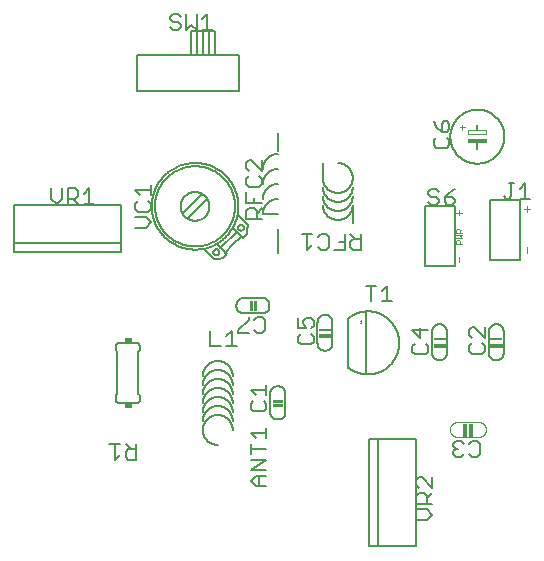
<source format=gto>
G75*
%MOIN*%
%OFA0B0*%
%FSLAX25Y25*%
%IPPOS*%
%LPD*%
%AMOC8*
5,1,8,0,0,1.08239X$1,22.5*
%
%ADD10C,0.00600*%
%ADD11C,0.00500*%
%ADD12C,0.00008*%
%ADD13R,0.04000X0.01000*%
%ADD14C,0.00299*%
%ADD15C,0.00374*%
%ADD16C,0.00402*%
%ADD17R,0.06000X0.01094*%
%ADD18R,0.00748X0.01252*%
%ADD19R,0.00748X0.01000*%
%ADD20C,0.00598*%
%ADD21C,0.00200*%
%ADD22C,0.00300*%
%ADD23C,0.00100*%
%ADD24C,0.00799*%
D10*
X0046875Y0052205D02*
X0046875Y0057436D01*
X0048618Y0057436D02*
X0045131Y0057436D01*
X0048618Y0053949D02*
X0046875Y0052205D01*
X0050496Y0053077D02*
X0050496Y0054821D01*
X0051368Y0055692D01*
X0053983Y0055692D01*
X0052240Y0055692D02*
X0050496Y0057436D01*
X0053983Y0057436D02*
X0053983Y0052205D01*
X0051368Y0052205D01*
X0050496Y0053077D01*
X0078729Y0090036D02*
X0082217Y0090036D01*
X0084094Y0090036D02*
X0087582Y0090036D01*
X0085838Y0090036D02*
X0085838Y0095267D01*
X0084094Y0093524D01*
X0088044Y0094646D02*
X0088044Y0095518D01*
X0091532Y0099005D01*
X0091532Y0099877D01*
X0093409Y0099005D02*
X0094281Y0099877D01*
X0096025Y0099877D01*
X0096897Y0099005D01*
X0096897Y0095518D01*
X0096025Y0094646D01*
X0094281Y0094646D01*
X0093409Y0095518D01*
X0091532Y0094646D02*
X0088044Y0094646D01*
X0078729Y0095267D02*
X0078729Y0090036D01*
X0092205Y0075480D02*
X0097436Y0075480D01*
X0097436Y0073736D02*
X0097436Y0077224D01*
X0093949Y0073736D02*
X0092205Y0075480D01*
X0093077Y0071858D02*
X0092205Y0070986D01*
X0092205Y0069243D01*
X0093077Y0068371D01*
X0096564Y0068371D01*
X0097436Y0069243D01*
X0097436Y0070986D01*
X0096564Y0071858D01*
X0097436Y0062938D02*
X0097436Y0059451D01*
X0097436Y0061194D02*
X0092205Y0061194D01*
X0093949Y0059451D01*
X0092205Y0057573D02*
X0092205Y0054086D01*
X0092205Y0055829D02*
X0097436Y0055829D01*
X0097436Y0052208D02*
X0092205Y0052208D01*
X0092205Y0048720D02*
X0097436Y0052208D01*
X0097436Y0048720D02*
X0092205Y0048720D01*
X0093949Y0046843D02*
X0092205Y0045099D01*
X0093949Y0043355D01*
X0097436Y0043355D01*
X0094821Y0043355D02*
X0094821Y0046843D01*
X0093949Y0046843D02*
X0097436Y0046843D01*
X0108813Y0090682D02*
X0112301Y0090682D01*
X0113172Y0091554D01*
X0113172Y0093298D01*
X0112301Y0094169D01*
X0112301Y0096047D02*
X0113172Y0096919D01*
X0113172Y0098663D01*
X0112301Y0099535D01*
X0110557Y0099535D01*
X0109685Y0098663D01*
X0109685Y0097791D01*
X0110557Y0096047D01*
X0107941Y0096047D01*
X0107941Y0099535D01*
X0108813Y0094169D02*
X0107941Y0093298D01*
X0107941Y0091554D01*
X0108813Y0090682D01*
X0130489Y0110267D02*
X0133976Y0110267D01*
X0132233Y0110267D02*
X0132233Y0105036D01*
X0135854Y0105036D02*
X0139342Y0105036D01*
X0137598Y0105036D02*
X0137598Y0110267D01*
X0135854Y0108524D01*
X0146130Y0095395D02*
X0148746Y0092779D01*
X0148746Y0096267D01*
X0151361Y0095395D02*
X0146130Y0095395D01*
X0147002Y0090902D02*
X0146130Y0090030D01*
X0146130Y0088286D01*
X0147002Y0087414D01*
X0150490Y0087414D01*
X0151361Y0088286D01*
X0151361Y0090030D01*
X0150490Y0090902D01*
X0165028Y0090148D02*
X0165028Y0088404D01*
X0165900Y0087532D01*
X0169387Y0087532D01*
X0170259Y0088404D01*
X0170259Y0090148D01*
X0169387Y0091020D01*
X0170259Y0092897D02*
X0166772Y0096385D01*
X0165900Y0096385D01*
X0165028Y0095513D01*
X0165028Y0093769D01*
X0165900Y0092897D01*
X0165900Y0091020D02*
X0165028Y0090148D01*
X0170259Y0092897D02*
X0170259Y0096385D01*
X0167679Y0058539D02*
X0165935Y0058539D01*
X0165063Y0057667D01*
X0163185Y0057667D02*
X0162313Y0058539D01*
X0160570Y0058539D01*
X0159698Y0057667D01*
X0159698Y0056795D01*
X0160570Y0055923D01*
X0161441Y0055923D01*
X0160570Y0055923D02*
X0159698Y0055051D01*
X0159698Y0054179D01*
X0160570Y0053307D01*
X0162313Y0053307D01*
X0163185Y0054179D01*
X0165063Y0054179D02*
X0165935Y0053307D01*
X0167679Y0053307D01*
X0168550Y0054179D01*
X0168550Y0057667D01*
X0167679Y0058539D01*
X0152684Y0046466D02*
X0152684Y0042978D01*
X0149197Y0046466D01*
X0148325Y0046466D01*
X0147453Y0045594D01*
X0147453Y0043850D01*
X0148325Y0042978D01*
X0148325Y0041100D02*
X0150069Y0041100D01*
X0150941Y0040228D01*
X0150941Y0037613D01*
X0152684Y0037613D02*
X0147453Y0037613D01*
X0147453Y0040228D01*
X0148325Y0041100D01*
X0150941Y0039357D02*
X0152684Y0041100D01*
X0150941Y0035735D02*
X0147453Y0035735D01*
X0150941Y0035735D02*
X0152684Y0033991D01*
X0150941Y0032248D01*
X0147453Y0032248D01*
X0128877Y0122205D02*
X0126262Y0122205D01*
X0125390Y0123077D01*
X0125390Y0124821D01*
X0126262Y0125692D01*
X0128877Y0125692D01*
X0127133Y0125692D02*
X0125390Y0127436D01*
X0123512Y0127436D02*
X0123512Y0122205D01*
X0120024Y0122205D01*
X0118147Y0123077D02*
X0118147Y0126564D01*
X0117275Y0127436D01*
X0115531Y0127436D01*
X0114659Y0126564D01*
X0112782Y0127436D02*
X0109294Y0127436D01*
X0111038Y0127436D02*
X0111038Y0122205D01*
X0112782Y0123949D01*
X0114659Y0123077D02*
X0115531Y0122205D01*
X0117275Y0122205D01*
X0118147Y0123077D01*
X0121768Y0124821D02*
X0123512Y0124821D01*
X0128877Y0127436D02*
X0128877Y0122205D01*
X0151461Y0138077D02*
X0152333Y0137206D01*
X0154077Y0137206D01*
X0154949Y0138077D01*
X0154949Y0138949D01*
X0154077Y0139821D01*
X0152333Y0139821D01*
X0151461Y0140693D01*
X0151461Y0141565D01*
X0152333Y0142437D01*
X0154077Y0142437D01*
X0154949Y0141565D01*
X0156827Y0139821D02*
X0156827Y0138077D01*
X0157698Y0137206D01*
X0159442Y0137206D01*
X0160314Y0138077D01*
X0160314Y0138949D01*
X0159442Y0139821D01*
X0156827Y0139821D01*
X0158570Y0141565D01*
X0160314Y0142437D01*
X0157588Y0156158D02*
X0154100Y0156158D01*
X0153229Y0157030D01*
X0153229Y0158774D01*
X0154100Y0159646D01*
X0155844Y0161523D02*
X0155844Y0164139D01*
X0156716Y0165011D01*
X0157588Y0165011D01*
X0158460Y0164139D01*
X0158460Y0162395D01*
X0157588Y0161523D01*
X0155844Y0161523D01*
X0154100Y0163267D01*
X0153229Y0165011D01*
X0157588Y0159646D02*
X0158460Y0158774D01*
X0158460Y0157030D01*
X0157588Y0156158D01*
X0176517Y0140046D02*
X0177388Y0139174D01*
X0178260Y0139174D01*
X0179132Y0140046D01*
X0179132Y0144405D01*
X0178260Y0144405D02*
X0180004Y0144405D01*
X0181882Y0142662D02*
X0183625Y0144405D01*
X0183625Y0139174D01*
X0181882Y0139174D02*
X0185369Y0139174D01*
X0095936Y0137886D02*
X0090705Y0137886D01*
X0090705Y0141373D01*
X0091577Y0143251D02*
X0090705Y0144123D01*
X0090705Y0145866D01*
X0091577Y0146738D01*
X0091577Y0148616D02*
X0090705Y0149488D01*
X0090705Y0151232D01*
X0091577Y0152104D01*
X0092449Y0152104D01*
X0095936Y0148616D01*
X0095936Y0152104D01*
X0095064Y0146738D02*
X0095936Y0145866D01*
X0095936Y0144123D01*
X0095064Y0143251D01*
X0091577Y0143251D01*
X0093321Y0139629D02*
X0093321Y0137886D01*
X0093321Y0136008D02*
X0094192Y0135136D01*
X0094192Y0132520D01*
X0094192Y0134264D02*
X0095936Y0136008D01*
X0095936Y0132520D02*
X0090705Y0132520D01*
X0090705Y0135136D01*
X0091577Y0136008D01*
X0093321Y0136008D01*
X0058909Y0135872D02*
X0058909Y0137615D01*
X0058037Y0138487D01*
X0058909Y0140365D02*
X0058909Y0143853D01*
X0058909Y0142109D02*
X0053677Y0142109D01*
X0055421Y0140365D01*
X0054549Y0138487D02*
X0053677Y0137615D01*
X0053677Y0135872D01*
X0054549Y0135000D01*
X0058037Y0135000D01*
X0058909Y0135872D01*
X0057165Y0133122D02*
X0053677Y0133122D01*
X0057165Y0133122D02*
X0058909Y0131378D01*
X0057165Y0129635D01*
X0053677Y0129635D01*
X0040022Y0137457D02*
X0036534Y0137457D01*
X0038278Y0137457D02*
X0038278Y0142689D01*
X0036534Y0140945D01*
X0034657Y0141817D02*
X0034657Y0140073D01*
X0033785Y0139201D01*
X0031169Y0139201D01*
X0031169Y0137457D02*
X0031169Y0142689D01*
X0033785Y0142689D01*
X0034657Y0141817D01*
X0032913Y0139201D02*
X0034657Y0137457D01*
X0029291Y0139201D02*
X0029291Y0142689D01*
X0025804Y0142689D02*
X0025804Y0139201D01*
X0027548Y0137457D01*
X0029291Y0139201D01*
X0066195Y0195536D02*
X0065324Y0196408D01*
X0066195Y0195536D02*
X0067939Y0195536D01*
X0068811Y0196408D01*
X0068811Y0197280D01*
X0067939Y0198152D01*
X0066195Y0198152D01*
X0065324Y0199024D01*
X0065324Y0199896D01*
X0066195Y0200767D01*
X0067939Y0200767D01*
X0068811Y0199896D01*
X0070689Y0200767D02*
X0070689Y0195536D01*
X0072433Y0197280D01*
X0074176Y0195536D01*
X0074176Y0200767D01*
X0076054Y0199024D02*
X0077798Y0200767D01*
X0077798Y0195536D01*
X0076054Y0195536D02*
X0079542Y0195536D01*
D11*
X0101236Y0161236D02*
X0101236Y0155236D01*
X0101236Y0154236D02*
X0101096Y0154234D01*
X0100956Y0154228D01*
X0100816Y0154218D01*
X0100676Y0154205D01*
X0100537Y0154187D01*
X0100399Y0154165D01*
X0100261Y0154140D01*
X0100123Y0154111D01*
X0099987Y0154078D01*
X0099852Y0154041D01*
X0099718Y0154000D01*
X0099585Y0153955D01*
X0099453Y0153907D01*
X0099323Y0153855D01*
X0099194Y0153800D01*
X0099067Y0153741D01*
X0098941Y0153678D01*
X0098817Y0153612D01*
X0098696Y0153543D01*
X0098576Y0153470D01*
X0098458Y0153393D01*
X0098343Y0153314D01*
X0098229Y0153231D01*
X0098119Y0153145D01*
X0098010Y0153056D01*
X0097904Y0152964D01*
X0097801Y0152869D01*
X0097700Y0152772D01*
X0097603Y0152671D01*
X0097508Y0152568D01*
X0097416Y0152462D01*
X0097327Y0152353D01*
X0097241Y0152243D01*
X0097158Y0152129D01*
X0097079Y0152014D01*
X0097002Y0151896D01*
X0096929Y0151776D01*
X0096860Y0151655D01*
X0096794Y0151531D01*
X0096731Y0151405D01*
X0096672Y0151278D01*
X0096617Y0151149D01*
X0096565Y0151019D01*
X0096517Y0150887D01*
X0096472Y0150754D01*
X0096431Y0150620D01*
X0096394Y0150485D01*
X0096361Y0150349D01*
X0096332Y0150211D01*
X0096307Y0150073D01*
X0096285Y0149935D01*
X0096267Y0149796D01*
X0096254Y0149656D01*
X0096244Y0149516D01*
X0096238Y0149376D01*
X0096236Y0149236D01*
X0101236Y0149236D02*
X0101096Y0149234D01*
X0100956Y0149228D01*
X0100816Y0149218D01*
X0100676Y0149205D01*
X0100537Y0149187D01*
X0100399Y0149165D01*
X0100261Y0149140D01*
X0100123Y0149111D01*
X0099987Y0149078D01*
X0099852Y0149041D01*
X0099718Y0149000D01*
X0099585Y0148955D01*
X0099453Y0148907D01*
X0099323Y0148855D01*
X0099194Y0148800D01*
X0099067Y0148741D01*
X0098941Y0148678D01*
X0098817Y0148612D01*
X0098696Y0148543D01*
X0098576Y0148470D01*
X0098458Y0148393D01*
X0098343Y0148314D01*
X0098229Y0148231D01*
X0098119Y0148145D01*
X0098010Y0148056D01*
X0097904Y0147964D01*
X0097801Y0147869D01*
X0097700Y0147772D01*
X0097603Y0147671D01*
X0097508Y0147568D01*
X0097416Y0147462D01*
X0097327Y0147353D01*
X0097241Y0147243D01*
X0097158Y0147129D01*
X0097079Y0147014D01*
X0097002Y0146896D01*
X0096929Y0146776D01*
X0096860Y0146655D01*
X0096794Y0146531D01*
X0096731Y0146405D01*
X0096672Y0146278D01*
X0096617Y0146149D01*
X0096565Y0146019D01*
X0096517Y0145887D01*
X0096472Y0145754D01*
X0096431Y0145620D01*
X0096394Y0145485D01*
X0096361Y0145349D01*
X0096332Y0145211D01*
X0096307Y0145073D01*
X0096285Y0144935D01*
X0096267Y0144796D01*
X0096254Y0144656D01*
X0096244Y0144516D01*
X0096238Y0144376D01*
X0096236Y0144236D01*
X0101236Y0144236D02*
X0101096Y0144234D01*
X0100956Y0144228D01*
X0100816Y0144218D01*
X0100676Y0144205D01*
X0100537Y0144187D01*
X0100399Y0144165D01*
X0100261Y0144140D01*
X0100123Y0144111D01*
X0099987Y0144078D01*
X0099852Y0144041D01*
X0099718Y0144000D01*
X0099585Y0143955D01*
X0099453Y0143907D01*
X0099323Y0143855D01*
X0099194Y0143800D01*
X0099067Y0143741D01*
X0098941Y0143678D01*
X0098817Y0143612D01*
X0098696Y0143543D01*
X0098576Y0143470D01*
X0098458Y0143393D01*
X0098343Y0143314D01*
X0098229Y0143231D01*
X0098119Y0143145D01*
X0098010Y0143056D01*
X0097904Y0142964D01*
X0097801Y0142869D01*
X0097700Y0142772D01*
X0097603Y0142671D01*
X0097508Y0142568D01*
X0097416Y0142462D01*
X0097327Y0142353D01*
X0097241Y0142243D01*
X0097158Y0142129D01*
X0097079Y0142014D01*
X0097002Y0141896D01*
X0096929Y0141776D01*
X0096860Y0141655D01*
X0096794Y0141531D01*
X0096731Y0141405D01*
X0096672Y0141278D01*
X0096617Y0141149D01*
X0096565Y0141019D01*
X0096517Y0140887D01*
X0096472Y0140754D01*
X0096431Y0140620D01*
X0096394Y0140485D01*
X0096361Y0140349D01*
X0096332Y0140211D01*
X0096307Y0140073D01*
X0096285Y0139935D01*
X0096267Y0139796D01*
X0096254Y0139656D01*
X0096244Y0139516D01*
X0096238Y0139376D01*
X0096236Y0139236D01*
X0096236Y0134236D02*
X0101236Y0134236D01*
X0101236Y0139236D02*
X0101096Y0139234D01*
X0100956Y0139228D01*
X0100816Y0139218D01*
X0100676Y0139205D01*
X0100537Y0139187D01*
X0100399Y0139165D01*
X0100261Y0139140D01*
X0100123Y0139111D01*
X0099987Y0139078D01*
X0099852Y0139041D01*
X0099718Y0139000D01*
X0099585Y0138955D01*
X0099453Y0138907D01*
X0099323Y0138855D01*
X0099194Y0138800D01*
X0099067Y0138741D01*
X0098941Y0138678D01*
X0098817Y0138612D01*
X0098696Y0138543D01*
X0098576Y0138470D01*
X0098458Y0138393D01*
X0098343Y0138314D01*
X0098229Y0138231D01*
X0098119Y0138145D01*
X0098010Y0138056D01*
X0097904Y0137964D01*
X0097801Y0137869D01*
X0097700Y0137772D01*
X0097603Y0137671D01*
X0097508Y0137568D01*
X0097416Y0137462D01*
X0097327Y0137353D01*
X0097241Y0137243D01*
X0097158Y0137129D01*
X0097079Y0137014D01*
X0097002Y0136896D01*
X0096929Y0136776D01*
X0096860Y0136655D01*
X0096794Y0136531D01*
X0096731Y0136405D01*
X0096672Y0136278D01*
X0096617Y0136149D01*
X0096565Y0136019D01*
X0096517Y0135887D01*
X0096472Y0135754D01*
X0096431Y0135620D01*
X0096394Y0135485D01*
X0096361Y0135349D01*
X0096332Y0135211D01*
X0096307Y0135073D01*
X0096285Y0134935D01*
X0096267Y0134796D01*
X0096254Y0134656D01*
X0096244Y0134516D01*
X0096238Y0134376D01*
X0096236Y0134236D01*
X0091248Y0130422D02*
X0087882Y0133792D01*
X0088012Y0129666D02*
X0088014Y0129729D01*
X0088020Y0129791D01*
X0088030Y0129853D01*
X0088043Y0129915D01*
X0088061Y0129975D01*
X0088082Y0130034D01*
X0088107Y0130092D01*
X0088136Y0130148D01*
X0088168Y0130202D01*
X0088203Y0130254D01*
X0088241Y0130303D01*
X0088283Y0130351D01*
X0088327Y0130395D01*
X0088375Y0130437D01*
X0088424Y0130475D01*
X0088476Y0130510D01*
X0088530Y0130542D01*
X0088586Y0130571D01*
X0088644Y0130596D01*
X0088703Y0130617D01*
X0088763Y0130635D01*
X0088825Y0130648D01*
X0088887Y0130658D01*
X0088949Y0130664D01*
X0089012Y0130666D01*
X0089075Y0130664D01*
X0089137Y0130658D01*
X0089199Y0130648D01*
X0089261Y0130635D01*
X0089321Y0130617D01*
X0089380Y0130596D01*
X0089438Y0130571D01*
X0089494Y0130542D01*
X0089548Y0130510D01*
X0089600Y0130475D01*
X0089649Y0130437D01*
X0089697Y0130395D01*
X0089741Y0130351D01*
X0089783Y0130303D01*
X0089821Y0130254D01*
X0089856Y0130202D01*
X0089888Y0130148D01*
X0089917Y0130092D01*
X0089942Y0130034D01*
X0089963Y0129975D01*
X0089981Y0129915D01*
X0089994Y0129853D01*
X0090004Y0129791D01*
X0090010Y0129729D01*
X0090012Y0129666D01*
X0090010Y0129603D01*
X0090004Y0129541D01*
X0089994Y0129479D01*
X0089981Y0129417D01*
X0089963Y0129357D01*
X0089942Y0129298D01*
X0089917Y0129240D01*
X0089888Y0129184D01*
X0089856Y0129130D01*
X0089821Y0129078D01*
X0089783Y0129029D01*
X0089741Y0128981D01*
X0089697Y0128937D01*
X0089649Y0128895D01*
X0089600Y0128857D01*
X0089548Y0128822D01*
X0089494Y0128790D01*
X0089438Y0128761D01*
X0089380Y0128736D01*
X0089321Y0128715D01*
X0089261Y0128697D01*
X0089199Y0128684D01*
X0089137Y0128674D01*
X0089075Y0128668D01*
X0089012Y0128666D01*
X0088949Y0128668D01*
X0088887Y0128674D01*
X0088825Y0128684D01*
X0088763Y0128697D01*
X0088703Y0128715D01*
X0088644Y0128736D01*
X0088586Y0128761D01*
X0088530Y0128790D01*
X0088476Y0128822D01*
X0088424Y0128857D01*
X0088375Y0128895D01*
X0088327Y0128937D01*
X0088283Y0128981D01*
X0088241Y0129029D01*
X0088203Y0129078D01*
X0088168Y0129130D01*
X0088136Y0129184D01*
X0088107Y0129240D01*
X0088082Y0129298D01*
X0088061Y0129357D01*
X0088043Y0129417D01*
X0088030Y0129479D01*
X0088020Y0129541D01*
X0088014Y0129603D01*
X0088012Y0129666D01*
X0087504Y0128288D02*
X0082094Y0122879D01*
X0080882Y0124024D02*
X0084228Y0120678D01*
X0082945Y0119394D01*
X0081476Y0119288D01*
X0080004Y0119178D01*
X0076795Y0122386D01*
X0079760Y0121469D02*
X0079762Y0121532D01*
X0079768Y0121594D01*
X0079778Y0121656D01*
X0079791Y0121718D01*
X0079809Y0121778D01*
X0079830Y0121837D01*
X0079855Y0121895D01*
X0079884Y0121951D01*
X0079916Y0122005D01*
X0079951Y0122057D01*
X0079989Y0122106D01*
X0080031Y0122154D01*
X0080075Y0122198D01*
X0080123Y0122240D01*
X0080172Y0122278D01*
X0080224Y0122313D01*
X0080278Y0122345D01*
X0080334Y0122374D01*
X0080392Y0122399D01*
X0080451Y0122420D01*
X0080511Y0122438D01*
X0080573Y0122451D01*
X0080635Y0122461D01*
X0080697Y0122467D01*
X0080760Y0122469D01*
X0080823Y0122467D01*
X0080885Y0122461D01*
X0080947Y0122451D01*
X0081009Y0122438D01*
X0081069Y0122420D01*
X0081128Y0122399D01*
X0081186Y0122374D01*
X0081242Y0122345D01*
X0081296Y0122313D01*
X0081348Y0122278D01*
X0081397Y0122240D01*
X0081445Y0122198D01*
X0081489Y0122154D01*
X0081531Y0122106D01*
X0081569Y0122057D01*
X0081604Y0122005D01*
X0081636Y0121951D01*
X0081665Y0121895D01*
X0081690Y0121837D01*
X0081711Y0121778D01*
X0081729Y0121718D01*
X0081742Y0121656D01*
X0081752Y0121594D01*
X0081758Y0121532D01*
X0081760Y0121469D01*
X0081758Y0121406D01*
X0081752Y0121344D01*
X0081742Y0121282D01*
X0081729Y0121220D01*
X0081711Y0121160D01*
X0081690Y0121101D01*
X0081665Y0121043D01*
X0081636Y0120987D01*
X0081604Y0120933D01*
X0081569Y0120881D01*
X0081531Y0120832D01*
X0081489Y0120784D01*
X0081445Y0120740D01*
X0081397Y0120698D01*
X0081348Y0120660D01*
X0081296Y0120625D01*
X0081242Y0120593D01*
X0081186Y0120564D01*
X0081128Y0120539D01*
X0081069Y0120518D01*
X0081009Y0120500D01*
X0080947Y0120487D01*
X0080885Y0120477D01*
X0080823Y0120471D01*
X0080760Y0120469D01*
X0080697Y0120471D01*
X0080635Y0120477D01*
X0080573Y0120487D01*
X0080511Y0120500D01*
X0080451Y0120518D01*
X0080392Y0120539D01*
X0080334Y0120564D01*
X0080278Y0120593D01*
X0080224Y0120625D01*
X0080172Y0120660D01*
X0080123Y0120698D01*
X0080075Y0120740D01*
X0080031Y0120784D01*
X0079989Y0120832D01*
X0079951Y0120881D01*
X0079916Y0120933D01*
X0079884Y0120987D01*
X0079855Y0121043D01*
X0079830Y0121101D01*
X0079809Y0121160D01*
X0079791Y0121220D01*
X0079778Y0121282D01*
X0079768Y0121344D01*
X0079762Y0121406D01*
X0079760Y0121469D01*
X0083594Y0121260D02*
X0086374Y0124040D01*
X0088905Y0126572D01*
X0089740Y0126186D02*
X0086393Y0129532D01*
X0089740Y0126186D02*
X0091023Y0127469D01*
X0091138Y0128946D01*
X0091248Y0130422D01*
X0101236Y0129236D02*
X0101236Y0121236D01*
X0096457Y0106177D02*
X0089457Y0106177D01*
X0089364Y0106165D01*
X0089272Y0106149D01*
X0089180Y0106129D01*
X0089090Y0106105D01*
X0089000Y0106078D01*
X0088912Y0106047D01*
X0088825Y0106012D01*
X0088740Y0105974D01*
X0088656Y0105932D01*
X0088574Y0105887D01*
X0088494Y0105839D01*
X0088416Y0105787D01*
X0088340Y0105732D01*
X0088267Y0105674D01*
X0088196Y0105613D01*
X0088128Y0105549D01*
X0088062Y0105482D01*
X0087999Y0105413D01*
X0087939Y0105341D01*
X0087882Y0105267D01*
X0087828Y0105191D01*
X0087778Y0105112D01*
X0087730Y0105031D01*
X0087687Y0104948D01*
X0087646Y0104864D01*
X0087609Y0104778D01*
X0087576Y0104691D01*
X0087546Y0104602D01*
X0087520Y0104512D01*
X0087498Y0104421D01*
X0087479Y0104330D01*
X0087464Y0104237D01*
X0087453Y0104144D01*
X0087446Y0104051D01*
X0087443Y0103957D01*
X0087444Y0103864D01*
X0087448Y0103770D01*
X0087457Y0103677D01*
X0087448Y0103584D01*
X0087444Y0103490D01*
X0087443Y0103397D01*
X0087446Y0103303D01*
X0087453Y0103210D01*
X0087464Y0103117D01*
X0087479Y0103024D01*
X0087498Y0102933D01*
X0087520Y0102842D01*
X0087546Y0102752D01*
X0087576Y0102663D01*
X0087609Y0102576D01*
X0087646Y0102490D01*
X0087687Y0102406D01*
X0087730Y0102323D01*
X0087778Y0102242D01*
X0087828Y0102163D01*
X0087882Y0102087D01*
X0087939Y0102013D01*
X0087999Y0101941D01*
X0088062Y0101872D01*
X0088128Y0101805D01*
X0088196Y0101741D01*
X0088267Y0101680D01*
X0088340Y0101622D01*
X0088416Y0101567D01*
X0088494Y0101515D01*
X0088574Y0101467D01*
X0088656Y0101422D01*
X0088740Y0101380D01*
X0088825Y0101342D01*
X0088912Y0101307D01*
X0089000Y0101276D01*
X0089090Y0101249D01*
X0089180Y0101225D01*
X0089272Y0101205D01*
X0089364Y0101189D01*
X0089457Y0101177D01*
X0096457Y0101177D01*
X0096550Y0101189D01*
X0096642Y0101205D01*
X0096734Y0101225D01*
X0096824Y0101249D01*
X0096914Y0101276D01*
X0097002Y0101307D01*
X0097089Y0101342D01*
X0097174Y0101380D01*
X0097258Y0101422D01*
X0097340Y0101467D01*
X0097420Y0101515D01*
X0097498Y0101567D01*
X0097574Y0101622D01*
X0097647Y0101680D01*
X0097718Y0101741D01*
X0097786Y0101805D01*
X0097852Y0101872D01*
X0097915Y0101941D01*
X0097975Y0102013D01*
X0098032Y0102087D01*
X0098086Y0102163D01*
X0098136Y0102242D01*
X0098184Y0102323D01*
X0098227Y0102406D01*
X0098268Y0102490D01*
X0098305Y0102576D01*
X0098338Y0102663D01*
X0098368Y0102752D01*
X0098394Y0102842D01*
X0098416Y0102933D01*
X0098435Y0103024D01*
X0098450Y0103117D01*
X0098461Y0103210D01*
X0098468Y0103303D01*
X0098471Y0103397D01*
X0098470Y0103490D01*
X0098466Y0103584D01*
X0098457Y0103677D01*
X0098466Y0103770D01*
X0098470Y0103864D01*
X0098471Y0103957D01*
X0098468Y0104051D01*
X0098461Y0104144D01*
X0098450Y0104237D01*
X0098435Y0104330D01*
X0098416Y0104421D01*
X0098394Y0104512D01*
X0098368Y0104602D01*
X0098338Y0104691D01*
X0098305Y0104778D01*
X0098268Y0104864D01*
X0098227Y0104948D01*
X0098184Y0105031D01*
X0098136Y0105112D01*
X0098086Y0105191D01*
X0098032Y0105267D01*
X0097975Y0105341D01*
X0097915Y0105413D01*
X0097852Y0105482D01*
X0097786Y0105549D01*
X0097718Y0105613D01*
X0097647Y0105674D01*
X0097574Y0105732D01*
X0097498Y0105787D01*
X0097420Y0105839D01*
X0097340Y0105887D01*
X0097258Y0105932D01*
X0097174Y0105974D01*
X0097089Y0106012D01*
X0097002Y0106047D01*
X0096914Y0106078D01*
X0096824Y0106105D01*
X0096734Y0106129D01*
X0096642Y0106149D01*
X0096550Y0106165D01*
X0096457Y0106177D01*
X0114472Y0098122D02*
X0114472Y0091122D01*
X0116972Y0088622D02*
X0117070Y0088624D01*
X0117168Y0088630D01*
X0117266Y0088639D01*
X0117363Y0088653D01*
X0117460Y0088670D01*
X0117556Y0088691D01*
X0117651Y0088716D01*
X0117745Y0088744D01*
X0117837Y0088777D01*
X0117929Y0088812D01*
X0118019Y0088852D01*
X0118107Y0088895D01*
X0118194Y0088941D01*
X0118278Y0088990D01*
X0118361Y0089043D01*
X0118441Y0089099D01*
X0118520Y0089159D01*
X0118596Y0089221D01*
X0118669Y0089286D01*
X0118740Y0089354D01*
X0118808Y0089425D01*
X0118873Y0089498D01*
X0118935Y0089574D01*
X0118995Y0089653D01*
X0119051Y0089733D01*
X0119104Y0089816D01*
X0119153Y0089900D01*
X0119199Y0089987D01*
X0119242Y0090075D01*
X0119282Y0090165D01*
X0119317Y0090257D01*
X0119350Y0090349D01*
X0119378Y0090443D01*
X0119403Y0090538D01*
X0119424Y0090634D01*
X0119441Y0090731D01*
X0119455Y0090828D01*
X0119464Y0090926D01*
X0119470Y0091024D01*
X0119472Y0091122D01*
X0119472Y0098122D01*
X0116973Y0100622D02*
X0116875Y0100620D01*
X0116777Y0100614D01*
X0116679Y0100605D01*
X0116582Y0100591D01*
X0116485Y0100574D01*
X0116389Y0100553D01*
X0116294Y0100528D01*
X0116200Y0100500D01*
X0116108Y0100467D01*
X0116016Y0100432D01*
X0115926Y0100392D01*
X0115838Y0100349D01*
X0115751Y0100303D01*
X0115667Y0100254D01*
X0115584Y0100201D01*
X0115504Y0100145D01*
X0115425Y0100085D01*
X0115349Y0100023D01*
X0115276Y0099958D01*
X0115205Y0099890D01*
X0115137Y0099819D01*
X0115072Y0099746D01*
X0115010Y0099670D01*
X0114950Y0099591D01*
X0114894Y0099511D01*
X0114841Y0099428D01*
X0114792Y0099344D01*
X0114746Y0099257D01*
X0114703Y0099169D01*
X0114663Y0099079D01*
X0114628Y0098987D01*
X0114595Y0098895D01*
X0114567Y0098801D01*
X0114542Y0098706D01*
X0114521Y0098610D01*
X0114504Y0098513D01*
X0114490Y0098416D01*
X0114481Y0098318D01*
X0114475Y0098220D01*
X0114473Y0098122D01*
X0116972Y0100622D02*
X0117070Y0100620D01*
X0117168Y0100614D01*
X0117266Y0100605D01*
X0117363Y0100591D01*
X0117460Y0100574D01*
X0117556Y0100553D01*
X0117651Y0100528D01*
X0117745Y0100500D01*
X0117837Y0100467D01*
X0117929Y0100432D01*
X0118019Y0100392D01*
X0118107Y0100349D01*
X0118194Y0100303D01*
X0118278Y0100254D01*
X0118361Y0100201D01*
X0118441Y0100145D01*
X0118520Y0100085D01*
X0118596Y0100023D01*
X0118669Y0099958D01*
X0118740Y0099890D01*
X0118808Y0099819D01*
X0118873Y0099746D01*
X0118935Y0099670D01*
X0118995Y0099591D01*
X0119051Y0099511D01*
X0119104Y0099428D01*
X0119153Y0099344D01*
X0119199Y0099257D01*
X0119242Y0099169D01*
X0119282Y0099079D01*
X0119317Y0098987D01*
X0119350Y0098895D01*
X0119378Y0098801D01*
X0119403Y0098706D01*
X0119424Y0098610D01*
X0119441Y0098513D01*
X0119455Y0098416D01*
X0119464Y0098318D01*
X0119470Y0098220D01*
X0119472Y0098122D01*
X0124736Y0099484D02*
X0124736Y0082988D01*
X0130736Y0080748D02*
X0130736Y0101724D01*
X0126764Y0100736D02*
X0126549Y0100632D01*
X0126336Y0100523D01*
X0126126Y0100410D01*
X0125919Y0100291D01*
X0125714Y0100168D01*
X0125512Y0100040D01*
X0125314Y0099908D01*
X0125118Y0099771D01*
X0124925Y0099630D01*
X0124736Y0099484D01*
X0126764Y0081736D02*
X0126998Y0081629D01*
X0127235Y0081528D01*
X0127475Y0081433D01*
X0127716Y0081344D01*
X0127960Y0081260D01*
X0128205Y0081183D01*
X0128453Y0081112D01*
X0128702Y0081047D01*
X0128952Y0080988D01*
X0129204Y0080935D01*
X0129458Y0080888D01*
X0129712Y0080847D01*
X0129967Y0080813D01*
X0130223Y0080785D01*
X0130480Y0080763D01*
X0130737Y0080748D01*
X0126764Y0100737D02*
X0126998Y0100844D01*
X0127235Y0100945D01*
X0127475Y0101040D01*
X0127716Y0101129D01*
X0127960Y0101213D01*
X0128205Y0101290D01*
X0128453Y0101361D01*
X0128702Y0101426D01*
X0128952Y0101485D01*
X0129204Y0101538D01*
X0129458Y0101585D01*
X0129712Y0101626D01*
X0129967Y0101660D01*
X0130223Y0101688D01*
X0130480Y0101710D01*
X0130737Y0101725D01*
X0130736Y0101725D02*
X0130992Y0101734D01*
X0131248Y0101737D01*
X0131504Y0101734D01*
X0131759Y0101724D01*
X0132015Y0101708D01*
X0132270Y0101686D01*
X0132525Y0101658D01*
X0132778Y0101623D01*
X0133031Y0101582D01*
X0133283Y0101536D01*
X0133533Y0101483D01*
X0133782Y0101424D01*
X0134030Y0101358D01*
X0134276Y0101287D01*
X0134520Y0101210D01*
X0134762Y0101127D01*
X0135002Y0101038D01*
X0135240Y0100944D01*
X0135476Y0100843D01*
X0135708Y0100737D01*
X0124736Y0082988D02*
X0124933Y0082835D01*
X0125135Y0082688D01*
X0125339Y0082545D01*
X0125547Y0082408D01*
X0125758Y0082275D01*
X0125972Y0082147D01*
X0126190Y0082025D01*
X0126410Y0081907D01*
X0126633Y0081795D01*
X0126858Y0081688D01*
X0130736Y0080748D02*
X0130992Y0080739D01*
X0131248Y0080736D01*
X0131504Y0080739D01*
X0131759Y0080749D01*
X0132015Y0080765D01*
X0132270Y0080787D01*
X0132525Y0080815D01*
X0132778Y0080850D01*
X0133031Y0080891D01*
X0133283Y0080937D01*
X0133533Y0080990D01*
X0133782Y0081049D01*
X0134030Y0081115D01*
X0134276Y0081186D01*
X0134520Y0081263D01*
X0134762Y0081346D01*
X0135002Y0081435D01*
X0135240Y0081529D01*
X0135476Y0081630D01*
X0135708Y0081736D01*
X0135709Y0081736D02*
X0135939Y0081847D01*
X0136166Y0081965D01*
X0136390Y0082087D01*
X0136611Y0082215D01*
X0136828Y0082349D01*
X0137043Y0082487D01*
X0137254Y0082631D01*
X0137461Y0082780D01*
X0137665Y0082934D01*
X0137865Y0083092D01*
X0138061Y0083256D01*
X0138253Y0083424D01*
X0138441Y0083597D01*
X0138625Y0083775D01*
X0138804Y0083956D01*
X0138979Y0084143D01*
X0139149Y0084333D01*
X0139314Y0084527D01*
X0139475Y0084726D01*
X0139631Y0084928D01*
X0139782Y0085134D01*
X0139928Y0085344D01*
X0140068Y0085557D01*
X0140204Y0085773D01*
X0140334Y0085993D01*
X0140459Y0086215D01*
X0140578Y0086441D01*
X0140692Y0086670D01*
X0140800Y0086901D01*
X0140903Y0087135D01*
X0141000Y0087371D01*
X0141091Y0087610D01*
X0141176Y0087850D01*
X0141256Y0088093D01*
X0141329Y0088338D01*
X0141397Y0088584D01*
X0141458Y0088832D01*
X0141513Y0089081D01*
X0141563Y0089331D01*
X0141606Y0089583D01*
X0141643Y0089836D01*
X0141674Y0090089D01*
X0141699Y0090343D01*
X0141718Y0090598D01*
X0141730Y0090853D01*
X0141736Y0091108D01*
X0141736Y0091364D01*
X0141730Y0091619D01*
X0141718Y0091874D01*
X0141699Y0092129D01*
X0141674Y0092383D01*
X0141643Y0092636D01*
X0141606Y0092889D01*
X0141563Y0093141D01*
X0141513Y0093391D01*
X0141458Y0093640D01*
X0141397Y0093888D01*
X0141329Y0094134D01*
X0141256Y0094379D01*
X0141176Y0094622D01*
X0141091Y0094862D01*
X0141000Y0095101D01*
X0140903Y0095337D01*
X0140800Y0095571D01*
X0140692Y0095802D01*
X0140578Y0096031D01*
X0140459Y0096257D01*
X0140334Y0096479D01*
X0140204Y0096699D01*
X0140068Y0096915D01*
X0139928Y0097128D01*
X0139782Y0097338D01*
X0139631Y0097544D01*
X0139475Y0097746D01*
X0139314Y0097945D01*
X0139149Y0098139D01*
X0138979Y0098329D01*
X0138804Y0098516D01*
X0138625Y0098697D01*
X0138441Y0098875D01*
X0138253Y0099048D01*
X0138061Y0099216D01*
X0137865Y0099380D01*
X0137665Y0099538D01*
X0137461Y0099692D01*
X0137254Y0099841D01*
X0137043Y0099985D01*
X0136828Y0100123D01*
X0136611Y0100257D01*
X0136390Y0100385D01*
X0136166Y0100507D01*
X0135939Y0100625D01*
X0135709Y0100736D01*
X0152661Y0094972D02*
X0152661Y0087972D01*
X0155161Y0085473D02*
X0155259Y0085475D01*
X0155357Y0085481D01*
X0155455Y0085490D01*
X0155552Y0085504D01*
X0155649Y0085521D01*
X0155745Y0085542D01*
X0155840Y0085567D01*
X0155934Y0085595D01*
X0156026Y0085628D01*
X0156118Y0085663D01*
X0156208Y0085703D01*
X0156296Y0085746D01*
X0156383Y0085792D01*
X0156467Y0085841D01*
X0156550Y0085894D01*
X0156630Y0085950D01*
X0156709Y0086010D01*
X0156785Y0086072D01*
X0156858Y0086137D01*
X0156929Y0086205D01*
X0156997Y0086276D01*
X0157062Y0086349D01*
X0157124Y0086425D01*
X0157184Y0086504D01*
X0157240Y0086584D01*
X0157293Y0086667D01*
X0157342Y0086751D01*
X0157388Y0086838D01*
X0157431Y0086926D01*
X0157471Y0087016D01*
X0157506Y0087108D01*
X0157539Y0087200D01*
X0157567Y0087294D01*
X0157592Y0087389D01*
X0157613Y0087485D01*
X0157630Y0087582D01*
X0157644Y0087679D01*
X0157653Y0087777D01*
X0157659Y0087875D01*
X0157661Y0087973D01*
X0157661Y0087972D02*
X0157661Y0094972D01*
X0155162Y0097472D02*
X0155064Y0097470D01*
X0154966Y0097464D01*
X0154868Y0097455D01*
X0154771Y0097441D01*
X0154674Y0097424D01*
X0154578Y0097403D01*
X0154483Y0097378D01*
X0154389Y0097350D01*
X0154297Y0097317D01*
X0154205Y0097282D01*
X0154115Y0097242D01*
X0154027Y0097199D01*
X0153940Y0097153D01*
X0153856Y0097104D01*
X0153773Y0097051D01*
X0153693Y0096995D01*
X0153614Y0096935D01*
X0153538Y0096873D01*
X0153465Y0096808D01*
X0153394Y0096740D01*
X0153326Y0096669D01*
X0153261Y0096596D01*
X0153199Y0096520D01*
X0153139Y0096441D01*
X0153083Y0096361D01*
X0153030Y0096278D01*
X0152981Y0096194D01*
X0152935Y0096107D01*
X0152892Y0096019D01*
X0152852Y0095929D01*
X0152817Y0095837D01*
X0152784Y0095745D01*
X0152756Y0095651D01*
X0152731Y0095556D01*
X0152710Y0095460D01*
X0152693Y0095363D01*
X0152679Y0095266D01*
X0152670Y0095168D01*
X0152664Y0095070D01*
X0152662Y0094972D01*
X0155161Y0097472D02*
X0155259Y0097470D01*
X0155357Y0097464D01*
X0155455Y0097455D01*
X0155552Y0097441D01*
X0155649Y0097424D01*
X0155745Y0097403D01*
X0155840Y0097378D01*
X0155934Y0097350D01*
X0156026Y0097317D01*
X0156118Y0097282D01*
X0156208Y0097242D01*
X0156296Y0097199D01*
X0156383Y0097153D01*
X0156467Y0097104D01*
X0156550Y0097051D01*
X0156630Y0096995D01*
X0156709Y0096935D01*
X0156785Y0096873D01*
X0156858Y0096808D01*
X0156929Y0096740D01*
X0156997Y0096669D01*
X0157062Y0096596D01*
X0157124Y0096520D01*
X0157184Y0096441D01*
X0157240Y0096361D01*
X0157293Y0096278D01*
X0157342Y0096194D01*
X0157388Y0096107D01*
X0157431Y0096019D01*
X0157471Y0095929D01*
X0157506Y0095837D01*
X0157539Y0095745D01*
X0157567Y0095651D01*
X0157592Y0095556D01*
X0157613Y0095460D01*
X0157630Y0095363D01*
X0157644Y0095266D01*
X0157653Y0095168D01*
X0157659Y0095070D01*
X0157661Y0094972D01*
X0152662Y0087973D02*
X0152664Y0087875D01*
X0152670Y0087777D01*
X0152679Y0087679D01*
X0152693Y0087582D01*
X0152710Y0087485D01*
X0152731Y0087389D01*
X0152756Y0087294D01*
X0152784Y0087200D01*
X0152817Y0087108D01*
X0152852Y0087016D01*
X0152892Y0086926D01*
X0152935Y0086838D01*
X0152981Y0086751D01*
X0153030Y0086667D01*
X0153083Y0086584D01*
X0153139Y0086504D01*
X0153199Y0086425D01*
X0153261Y0086349D01*
X0153326Y0086276D01*
X0153394Y0086205D01*
X0153465Y0086137D01*
X0153538Y0086072D01*
X0153614Y0086010D01*
X0153693Y0085950D01*
X0153773Y0085894D01*
X0153856Y0085841D01*
X0153940Y0085792D01*
X0154027Y0085746D01*
X0154115Y0085703D01*
X0154205Y0085663D01*
X0154297Y0085628D01*
X0154389Y0085595D01*
X0154483Y0085567D01*
X0154578Y0085542D01*
X0154674Y0085521D01*
X0154771Y0085504D01*
X0154868Y0085490D01*
X0154966Y0085481D01*
X0155064Y0085475D01*
X0155162Y0085473D01*
X0155064Y0085475D01*
X0154966Y0085481D01*
X0154868Y0085490D01*
X0154771Y0085504D01*
X0154674Y0085521D01*
X0154578Y0085542D01*
X0154483Y0085567D01*
X0154389Y0085595D01*
X0154297Y0085628D01*
X0154205Y0085663D01*
X0154115Y0085703D01*
X0154027Y0085746D01*
X0153940Y0085792D01*
X0153856Y0085841D01*
X0153773Y0085894D01*
X0153693Y0085950D01*
X0153614Y0086010D01*
X0153538Y0086072D01*
X0153465Y0086137D01*
X0153394Y0086205D01*
X0153326Y0086276D01*
X0153261Y0086349D01*
X0153199Y0086425D01*
X0153139Y0086504D01*
X0153083Y0086584D01*
X0153030Y0086667D01*
X0152981Y0086751D01*
X0152935Y0086838D01*
X0152892Y0086926D01*
X0152852Y0087016D01*
X0152817Y0087108D01*
X0152784Y0087200D01*
X0152756Y0087294D01*
X0152731Y0087389D01*
X0152710Y0087485D01*
X0152693Y0087582D01*
X0152679Y0087679D01*
X0152670Y0087777D01*
X0152664Y0087875D01*
X0152662Y0087973D01*
X0171559Y0087972D02*
X0171559Y0094972D01*
X0174059Y0097472D02*
X0174157Y0097470D01*
X0174255Y0097464D01*
X0174353Y0097455D01*
X0174450Y0097441D01*
X0174547Y0097424D01*
X0174643Y0097403D01*
X0174738Y0097378D01*
X0174832Y0097350D01*
X0174924Y0097317D01*
X0175016Y0097282D01*
X0175106Y0097242D01*
X0175194Y0097199D01*
X0175281Y0097153D01*
X0175365Y0097104D01*
X0175448Y0097051D01*
X0175528Y0096995D01*
X0175607Y0096935D01*
X0175683Y0096873D01*
X0175756Y0096808D01*
X0175827Y0096740D01*
X0175895Y0096669D01*
X0175960Y0096596D01*
X0176022Y0096520D01*
X0176082Y0096441D01*
X0176138Y0096361D01*
X0176191Y0096278D01*
X0176240Y0096194D01*
X0176286Y0096107D01*
X0176329Y0096019D01*
X0176369Y0095929D01*
X0176404Y0095837D01*
X0176437Y0095745D01*
X0176465Y0095651D01*
X0176490Y0095556D01*
X0176511Y0095460D01*
X0176528Y0095363D01*
X0176542Y0095266D01*
X0176551Y0095168D01*
X0176557Y0095070D01*
X0176559Y0094972D01*
X0176559Y0087972D01*
X0174059Y0085473D02*
X0173961Y0085475D01*
X0173863Y0085481D01*
X0173765Y0085490D01*
X0173668Y0085504D01*
X0173571Y0085521D01*
X0173475Y0085542D01*
X0173380Y0085567D01*
X0173286Y0085595D01*
X0173194Y0085628D01*
X0173102Y0085663D01*
X0173012Y0085703D01*
X0172924Y0085746D01*
X0172837Y0085792D01*
X0172753Y0085841D01*
X0172670Y0085894D01*
X0172590Y0085950D01*
X0172511Y0086010D01*
X0172435Y0086072D01*
X0172362Y0086137D01*
X0172291Y0086205D01*
X0172223Y0086276D01*
X0172158Y0086349D01*
X0172096Y0086425D01*
X0172036Y0086504D01*
X0171980Y0086584D01*
X0171927Y0086667D01*
X0171878Y0086751D01*
X0171832Y0086838D01*
X0171789Y0086926D01*
X0171749Y0087016D01*
X0171714Y0087108D01*
X0171681Y0087200D01*
X0171653Y0087294D01*
X0171628Y0087389D01*
X0171607Y0087485D01*
X0171590Y0087582D01*
X0171576Y0087679D01*
X0171567Y0087777D01*
X0171561Y0087875D01*
X0171559Y0087973D01*
X0174059Y0085473D02*
X0174157Y0085475D01*
X0174255Y0085481D01*
X0174353Y0085490D01*
X0174450Y0085504D01*
X0174547Y0085521D01*
X0174643Y0085542D01*
X0174738Y0085567D01*
X0174832Y0085595D01*
X0174924Y0085628D01*
X0175016Y0085663D01*
X0175106Y0085703D01*
X0175194Y0085746D01*
X0175281Y0085792D01*
X0175365Y0085841D01*
X0175448Y0085894D01*
X0175528Y0085950D01*
X0175607Y0086010D01*
X0175683Y0086072D01*
X0175756Y0086137D01*
X0175827Y0086205D01*
X0175895Y0086276D01*
X0175960Y0086349D01*
X0176022Y0086425D01*
X0176082Y0086504D01*
X0176138Y0086584D01*
X0176191Y0086667D01*
X0176240Y0086751D01*
X0176286Y0086838D01*
X0176329Y0086926D01*
X0176369Y0087016D01*
X0176404Y0087108D01*
X0176437Y0087200D01*
X0176465Y0087294D01*
X0176490Y0087389D01*
X0176511Y0087485D01*
X0176528Y0087582D01*
X0176542Y0087679D01*
X0176551Y0087777D01*
X0176557Y0087875D01*
X0176559Y0087973D01*
X0174059Y0085473D02*
X0173961Y0085475D01*
X0173863Y0085481D01*
X0173765Y0085490D01*
X0173668Y0085504D01*
X0173571Y0085521D01*
X0173475Y0085542D01*
X0173380Y0085567D01*
X0173286Y0085595D01*
X0173194Y0085628D01*
X0173102Y0085663D01*
X0173012Y0085703D01*
X0172924Y0085746D01*
X0172837Y0085792D01*
X0172753Y0085841D01*
X0172670Y0085894D01*
X0172590Y0085950D01*
X0172511Y0086010D01*
X0172435Y0086072D01*
X0172362Y0086137D01*
X0172291Y0086205D01*
X0172223Y0086276D01*
X0172158Y0086349D01*
X0172096Y0086425D01*
X0172036Y0086504D01*
X0171980Y0086584D01*
X0171927Y0086667D01*
X0171878Y0086751D01*
X0171832Y0086838D01*
X0171789Y0086926D01*
X0171749Y0087016D01*
X0171714Y0087108D01*
X0171681Y0087200D01*
X0171653Y0087294D01*
X0171628Y0087389D01*
X0171607Y0087485D01*
X0171590Y0087582D01*
X0171576Y0087679D01*
X0171567Y0087777D01*
X0171561Y0087875D01*
X0171559Y0087973D01*
X0171559Y0094972D02*
X0171561Y0095070D01*
X0171567Y0095168D01*
X0171576Y0095266D01*
X0171590Y0095363D01*
X0171607Y0095460D01*
X0171628Y0095556D01*
X0171653Y0095651D01*
X0171681Y0095745D01*
X0171714Y0095837D01*
X0171749Y0095929D01*
X0171789Y0096019D01*
X0171832Y0096107D01*
X0171878Y0096194D01*
X0171927Y0096278D01*
X0171980Y0096361D01*
X0172036Y0096441D01*
X0172096Y0096520D01*
X0172158Y0096596D01*
X0172223Y0096669D01*
X0172291Y0096740D01*
X0172362Y0096808D01*
X0172435Y0096873D01*
X0172511Y0096935D01*
X0172590Y0096995D01*
X0172670Y0097051D01*
X0172753Y0097104D01*
X0172837Y0097153D01*
X0172924Y0097199D01*
X0173012Y0097242D01*
X0173102Y0097282D01*
X0173194Y0097317D01*
X0173286Y0097350D01*
X0173380Y0097378D01*
X0173475Y0097403D01*
X0173571Y0097424D01*
X0173668Y0097441D01*
X0173765Y0097455D01*
X0173863Y0097464D01*
X0173961Y0097470D01*
X0174059Y0097472D01*
X0160161Y0116906D02*
X0160161Y0136906D01*
X0150161Y0136906D01*
X0150161Y0116906D01*
X0160161Y0116906D01*
X0172096Y0118874D02*
X0172096Y0138874D01*
X0182096Y0138874D01*
X0182096Y0118874D01*
X0172096Y0118874D01*
X0167760Y0155976D02*
X0167760Y0157988D01*
X0158760Y0159976D02*
X0158763Y0160197D01*
X0158771Y0160418D01*
X0158784Y0160638D01*
X0158803Y0160858D01*
X0158828Y0161078D01*
X0158857Y0161297D01*
X0158893Y0161515D01*
X0158933Y0161732D01*
X0158979Y0161948D01*
X0159030Y0162163D01*
X0159086Y0162376D01*
X0159148Y0162589D01*
X0159214Y0162799D01*
X0159286Y0163008D01*
X0159363Y0163215D01*
X0159445Y0163420D01*
X0159532Y0163623D01*
X0159624Y0163824D01*
X0159721Y0164023D01*
X0159823Y0164219D01*
X0159929Y0164412D01*
X0160040Y0164603D01*
X0160156Y0164791D01*
X0160277Y0164976D01*
X0160402Y0165158D01*
X0160531Y0165337D01*
X0160665Y0165513D01*
X0160803Y0165686D01*
X0160945Y0165855D01*
X0161091Y0166020D01*
X0161242Y0166182D01*
X0161396Y0166340D01*
X0161554Y0166494D01*
X0161716Y0166645D01*
X0161881Y0166791D01*
X0162050Y0166933D01*
X0162223Y0167071D01*
X0162399Y0167205D01*
X0162578Y0167334D01*
X0162760Y0167459D01*
X0162945Y0167580D01*
X0163133Y0167696D01*
X0163324Y0167807D01*
X0163517Y0167913D01*
X0163713Y0168015D01*
X0163912Y0168112D01*
X0164113Y0168204D01*
X0164316Y0168291D01*
X0164521Y0168373D01*
X0164728Y0168450D01*
X0164937Y0168522D01*
X0165147Y0168588D01*
X0165360Y0168650D01*
X0165573Y0168706D01*
X0165788Y0168757D01*
X0166004Y0168803D01*
X0166221Y0168843D01*
X0166439Y0168879D01*
X0166658Y0168908D01*
X0166878Y0168933D01*
X0167098Y0168952D01*
X0167318Y0168965D01*
X0167539Y0168973D01*
X0167760Y0168976D01*
X0167981Y0168973D01*
X0168202Y0168965D01*
X0168422Y0168952D01*
X0168642Y0168933D01*
X0168862Y0168908D01*
X0169081Y0168879D01*
X0169299Y0168843D01*
X0169516Y0168803D01*
X0169732Y0168757D01*
X0169947Y0168706D01*
X0170160Y0168650D01*
X0170373Y0168588D01*
X0170583Y0168522D01*
X0170792Y0168450D01*
X0170999Y0168373D01*
X0171204Y0168291D01*
X0171407Y0168204D01*
X0171608Y0168112D01*
X0171807Y0168015D01*
X0172003Y0167913D01*
X0172196Y0167807D01*
X0172387Y0167696D01*
X0172575Y0167580D01*
X0172760Y0167459D01*
X0172942Y0167334D01*
X0173121Y0167205D01*
X0173297Y0167071D01*
X0173470Y0166933D01*
X0173639Y0166791D01*
X0173804Y0166645D01*
X0173966Y0166494D01*
X0174124Y0166340D01*
X0174278Y0166182D01*
X0174429Y0166020D01*
X0174575Y0165855D01*
X0174717Y0165686D01*
X0174855Y0165513D01*
X0174989Y0165337D01*
X0175118Y0165158D01*
X0175243Y0164976D01*
X0175364Y0164791D01*
X0175480Y0164603D01*
X0175591Y0164412D01*
X0175697Y0164219D01*
X0175799Y0164023D01*
X0175896Y0163824D01*
X0175988Y0163623D01*
X0176075Y0163420D01*
X0176157Y0163215D01*
X0176234Y0163008D01*
X0176306Y0162799D01*
X0176372Y0162589D01*
X0176434Y0162376D01*
X0176490Y0162163D01*
X0176541Y0161948D01*
X0176587Y0161732D01*
X0176627Y0161515D01*
X0176663Y0161297D01*
X0176692Y0161078D01*
X0176717Y0160858D01*
X0176736Y0160638D01*
X0176749Y0160418D01*
X0176757Y0160197D01*
X0176760Y0159976D01*
X0176757Y0159755D01*
X0176749Y0159534D01*
X0176736Y0159314D01*
X0176717Y0159094D01*
X0176692Y0158874D01*
X0176663Y0158655D01*
X0176627Y0158437D01*
X0176587Y0158220D01*
X0176541Y0158004D01*
X0176490Y0157789D01*
X0176434Y0157576D01*
X0176372Y0157363D01*
X0176306Y0157153D01*
X0176234Y0156944D01*
X0176157Y0156737D01*
X0176075Y0156532D01*
X0175988Y0156329D01*
X0175896Y0156128D01*
X0175799Y0155929D01*
X0175697Y0155733D01*
X0175591Y0155540D01*
X0175480Y0155349D01*
X0175364Y0155161D01*
X0175243Y0154976D01*
X0175118Y0154794D01*
X0174989Y0154615D01*
X0174855Y0154439D01*
X0174717Y0154266D01*
X0174575Y0154097D01*
X0174429Y0153932D01*
X0174278Y0153770D01*
X0174124Y0153612D01*
X0173966Y0153458D01*
X0173804Y0153307D01*
X0173639Y0153161D01*
X0173470Y0153019D01*
X0173297Y0152881D01*
X0173121Y0152747D01*
X0172942Y0152618D01*
X0172760Y0152493D01*
X0172575Y0152372D01*
X0172387Y0152256D01*
X0172196Y0152145D01*
X0172003Y0152039D01*
X0171807Y0151937D01*
X0171608Y0151840D01*
X0171407Y0151748D01*
X0171204Y0151661D01*
X0170999Y0151579D01*
X0170792Y0151502D01*
X0170583Y0151430D01*
X0170373Y0151364D01*
X0170160Y0151302D01*
X0169947Y0151246D01*
X0169732Y0151195D01*
X0169516Y0151149D01*
X0169299Y0151109D01*
X0169081Y0151073D01*
X0168862Y0151044D01*
X0168642Y0151019D01*
X0168422Y0151000D01*
X0168202Y0150987D01*
X0167981Y0150979D01*
X0167760Y0150976D01*
X0167539Y0150979D01*
X0167318Y0150987D01*
X0167098Y0151000D01*
X0166878Y0151019D01*
X0166658Y0151044D01*
X0166439Y0151073D01*
X0166221Y0151109D01*
X0166004Y0151149D01*
X0165788Y0151195D01*
X0165573Y0151246D01*
X0165360Y0151302D01*
X0165147Y0151364D01*
X0164937Y0151430D01*
X0164728Y0151502D01*
X0164521Y0151579D01*
X0164316Y0151661D01*
X0164113Y0151748D01*
X0163912Y0151840D01*
X0163713Y0151937D01*
X0163517Y0152039D01*
X0163324Y0152145D01*
X0163133Y0152256D01*
X0162945Y0152372D01*
X0162760Y0152493D01*
X0162578Y0152618D01*
X0162399Y0152747D01*
X0162223Y0152881D01*
X0162050Y0153019D01*
X0161881Y0153161D01*
X0161716Y0153307D01*
X0161554Y0153458D01*
X0161396Y0153612D01*
X0161242Y0153770D01*
X0161091Y0153932D01*
X0160945Y0154097D01*
X0160803Y0154266D01*
X0160665Y0154439D01*
X0160531Y0154615D01*
X0160402Y0154794D01*
X0160277Y0154976D01*
X0160156Y0155161D01*
X0160040Y0155349D01*
X0159929Y0155540D01*
X0159823Y0155733D01*
X0159721Y0155929D01*
X0159624Y0156128D01*
X0159532Y0156329D01*
X0159445Y0156532D01*
X0159363Y0156737D01*
X0159286Y0156944D01*
X0159214Y0157153D01*
X0159148Y0157363D01*
X0159086Y0157576D01*
X0159030Y0157789D01*
X0158979Y0158004D01*
X0158933Y0158220D01*
X0158893Y0158437D01*
X0158857Y0158655D01*
X0158828Y0158874D01*
X0158803Y0159094D01*
X0158784Y0159314D01*
X0158771Y0159534D01*
X0158763Y0159755D01*
X0158760Y0159976D01*
X0167760Y0162476D02*
X0167760Y0163976D01*
X0126236Y0137236D02*
X0126236Y0131236D01*
X0121236Y0132236D02*
X0121376Y0132238D01*
X0121516Y0132244D01*
X0121656Y0132254D01*
X0121796Y0132267D01*
X0121935Y0132285D01*
X0122073Y0132307D01*
X0122211Y0132332D01*
X0122349Y0132361D01*
X0122485Y0132394D01*
X0122620Y0132431D01*
X0122754Y0132472D01*
X0122887Y0132517D01*
X0123019Y0132565D01*
X0123149Y0132617D01*
X0123278Y0132672D01*
X0123405Y0132731D01*
X0123531Y0132794D01*
X0123655Y0132860D01*
X0123776Y0132929D01*
X0123896Y0133002D01*
X0124014Y0133079D01*
X0124129Y0133158D01*
X0124243Y0133241D01*
X0124353Y0133327D01*
X0124462Y0133416D01*
X0124568Y0133508D01*
X0124671Y0133603D01*
X0124772Y0133700D01*
X0124869Y0133801D01*
X0124964Y0133904D01*
X0125056Y0134010D01*
X0125145Y0134119D01*
X0125231Y0134229D01*
X0125314Y0134343D01*
X0125393Y0134458D01*
X0125470Y0134576D01*
X0125543Y0134696D01*
X0125612Y0134817D01*
X0125678Y0134941D01*
X0125741Y0135067D01*
X0125800Y0135194D01*
X0125855Y0135323D01*
X0125907Y0135453D01*
X0125955Y0135585D01*
X0126000Y0135718D01*
X0126041Y0135852D01*
X0126078Y0135987D01*
X0126111Y0136123D01*
X0126140Y0136261D01*
X0126165Y0136399D01*
X0126187Y0136537D01*
X0126205Y0136676D01*
X0126218Y0136816D01*
X0126228Y0136956D01*
X0126234Y0137096D01*
X0126236Y0137236D01*
X0121236Y0132236D02*
X0121096Y0132238D01*
X0120956Y0132244D01*
X0120816Y0132254D01*
X0120676Y0132267D01*
X0120537Y0132285D01*
X0120399Y0132307D01*
X0120261Y0132332D01*
X0120123Y0132361D01*
X0119987Y0132394D01*
X0119852Y0132431D01*
X0119718Y0132472D01*
X0119585Y0132517D01*
X0119453Y0132565D01*
X0119323Y0132617D01*
X0119194Y0132672D01*
X0119067Y0132731D01*
X0118941Y0132794D01*
X0118817Y0132860D01*
X0118696Y0132929D01*
X0118576Y0133002D01*
X0118458Y0133079D01*
X0118343Y0133158D01*
X0118229Y0133241D01*
X0118119Y0133327D01*
X0118010Y0133416D01*
X0117904Y0133508D01*
X0117801Y0133603D01*
X0117700Y0133700D01*
X0117603Y0133801D01*
X0117508Y0133904D01*
X0117416Y0134010D01*
X0117327Y0134119D01*
X0117241Y0134229D01*
X0117158Y0134343D01*
X0117079Y0134458D01*
X0117002Y0134576D01*
X0116929Y0134696D01*
X0116860Y0134817D01*
X0116794Y0134941D01*
X0116731Y0135067D01*
X0116672Y0135194D01*
X0116617Y0135323D01*
X0116565Y0135453D01*
X0116517Y0135585D01*
X0116472Y0135718D01*
X0116431Y0135852D01*
X0116394Y0135987D01*
X0116361Y0136123D01*
X0116332Y0136261D01*
X0116307Y0136399D01*
X0116285Y0136537D01*
X0116267Y0136676D01*
X0116254Y0136816D01*
X0116244Y0136956D01*
X0116238Y0137096D01*
X0116236Y0137236D01*
X0116236Y0140236D02*
X0116238Y0140096D01*
X0116244Y0139956D01*
X0116254Y0139816D01*
X0116267Y0139676D01*
X0116285Y0139537D01*
X0116307Y0139399D01*
X0116332Y0139261D01*
X0116361Y0139123D01*
X0116394Y0138987D01*
X0116431Y0138852D01*
X0116472Y0138718D01*
X0116517Y0138585D01*
X0116565Y0138453D01*
X0116617Y0138323D01*
X0116672Y0138194D01*
X0116731Y0138067D01*
X0116794Y0137941D01*
X0116860Y0137817D01*
X0116929Y0137696D01*
X0117002Y0137576D01*
X0117079Y0137458D01*
X0117158Y0137343D01*
X0117241Y0137229D01*
X0117327Y0137119D01*
X0117416Y0137010D01*
X0117508Y0136904D01*
X0117603Y0136801D01*
X0117700Y0136700D01*
X0117801Y0136603D01*
X0117904Y0136508D01*
X0118010Y0136416D01*
X0118119Y0136327D01*
X0118229Y0136241D01*
X0118343Y0136158D01*
X0118458Y0136079D01*
X0118576Y0136002D01*
X0118696Y0135929D01*
X0118817Y0135860D01*
X0118941Y0135794D01*
X0119067Y0135731D01*
X0119194Y0135672D01*
X0119323Y0135617D01*
X0119453Y0135565D01*
X0119585Y0135517D01*
X0119718Y0135472D01*
X0119852Y0135431D01*
X0119987Y0135394D01*
X0120123Y0135361D01*
X0120261Y0135332D01*
X0120399Y0135307D01*
X0120537Y0135285D01*
X0120676Y0135267D01*
X0120816Y0135254D01*
X0120956Y0135244D01*
X0121096Y0135238D01*
X0121236Y0135236D01*
X0121376Y0135238D01*
X0121516Y0135244D01*
X0121656Y0135254D01*
X0121796Y0135267D01*
X0121935Y0135285D01*
X0122073Y0135307D01*
X0122211Y0135332D01*
X0122349Y0135361D01*
X0122485Y0135394D01*
X0122620Y0135431D01*
X0122754Y0135472D01*
X0122887Y0135517D01*
X0123019Y0135565D01*
X0123149Y0135617D01*
X0123278Y0135672D01*
X0123405Y0135731D01*
X0123531Y0135794D01*
X0123655Y0135860D01*
X0123776Y0135929D01*
X0123896Y0136002D01*
X0124014Y0136079D01*
X0124129Y0136158D01*
X0124243Y0136241D01*
X0124353Y0136327D01*
X0124462Y0136416D01*
X0124568Y0136508D01*
X0124671Y0136603D01*
X0124772Y0136700D01*
X0124869Y0136801D01*
X0124964Y0136904D01*
X0125056Y0137010D01*
X0125145Y0137119D01*
X0125231Y0137229D01*
X0125314Y0137343D01*
X0125393Y0137458D01*
X0125470Y0137576D01*
X0125543Y0137696D01*
X0125612Y0137817D01*
X0125678Y0137941D01*
X0125741Y0138067D01*
X0125800Y0138194D01*
X0125855Y0138323D01*
X0125907Y0138453D01*
X0125955Y0138585D01*
X0126000Y0138718D01*
X0126041Y0138852D01*
X0126078Y0138987D01*
X0126111Y0139123D01*
X0126140Y0139261D01*
X0126165Y0139399D01*
X0126187Y0139537D01*
X0126205Y0139676D01*
X0126218Y0139816D01*
X0126228Y0139956D01*
X0126234Y0140096D01*
X0126236Y0140236D01*
X0126236Y0143236D02*
X0126234Y0143096D01*
X0126228Y0142956D01*
X0126218Y0142816D01*
X0126205Y0142676D01*
X0126187Y0142537D01*
X0126165Y0142399D01*
X0126140Y0142261D01*
X0126111Y0142123D01*
X0126078Y0141987D01*
X0126041Y0141852D01*
X0126000Y0141718D01*
X0125955Y0141585D01*
X0125907Y0141453D01*
X0125855Y0141323D01*
X0125800Y0141194D01*
X0125741Y0141067D01*
X0125678Y0140941D01*
X0125612Y0140817D01*
X0125543Y0140696D01*
X0125470Y0140576D01*
X0125393Y0140458D01*
X0125314Y0140343D01*
X0125231Y0140229D01*
X0125145Y0140119D01*
X0125056Y0140010D01*
X0124964Y0139904D01*
X0124869Y0139801D01*
X0124772Y0139700D01*
X0124671Y0139603D01*
X0124568Y0139508D01*
X0124462Y0139416D01*
X0124353Y0139327D01*
X0124243Y0139241D01*
X0124129Y0139158D01*
X0124014Y0139079D01*
X0123896Y0139002D01*
X0123776Y0138929D01*
X0123655Y0138860D01*
X0123531Y0138794D01*
X0123405Y0138731D01*
X0123278Y0138672D01*
X0123149Y0138617D01*
X0123019Y0138565D01*
X0122887Y0138517D01*
X0122754Y0138472D01*
X0122620Y0138431D01*
X0122485Y0138394D01*
X0122349Y0138361D01*
X0122211Y0138332D01*
X0122073Y0138307D01*
X0121935Y0138285D01*
X0121796Y0138267D01*
X0121656Y0138254D01*
X0121516Y0138244D01*
X0121376Y0138238D01*
X0121236Y0138236D01*
X0121096Y0138238D01*
X0120956Y0138244D01*
X0120816Y0138254D01*
X0120676Y0138267D01*
X0120537Y0138285D01*
X0120399Y0138307D01*
X0120261Y0138332D01*
X0120123Y0138361D01*
X0119987Y0138394D01*
X0119852Y0138431D01*
X0119718Y0138472D01*
X0119585Y0138517D01*
X0119453Y0138565D01*
X0119323Y0138617D01*
X0119194Y0138672D01*
X0119067Y0138731D01*
X0118941Y0138794D01*
X0118817Y0138860D01*
X0118696Y0138929D01*
X0118576Y0139002D01*
X0118458Y0139079D01*
X0118343Y0139158D01*
X0118229Y0139241D01*
X0118119Y0139327D01*
X0118010Y0139416D01*
X0117904Y0139508D01*
X0117801Y0139603D01*
X0117700Y0139700D01*
X0117603Y0139801D01*
X0117508Y0139904D01*
X0117416Y0140010D01*
X0117327Y0140119D01*
X0117241Y0140229D01*
X0117158Y0140343D01*
X0117079Y0140458D01*
X0117002Y0140576D01*
X0116929Y0140696D01*
X0116860Y0140817D01*
X0116794Y0140941D01*
X0116731Y0141067D01*
X0116672Y0141194D01*
X0116617Y0141323D01*
X0116565Y0141453D01*
X0116517Y0141585D01*
X0116472Y0141718D01*
X0116431Y0141852D01*
X0116394Y0141987D01*
X0116361Y0142123D01*
X0116332Y0142261D01*
X0116307Y0142399D01*
X0116285Y0142537D01*
X0116267Y0142676D01*
X0116254Y0142816D01*
X0116244Y0142956D01*
X0116238Y0143096D01*
X0116236Y0143236D01*
X0116236Y0146236D02*
X0116236Y0151236D01*
X0121236Y0151236D02*
X0121376Y0151234D01*
X0121516Y0151228D01*
X0121656Y0151218D01*
X0121796Y0151205D01*
X0121935Y0151187D01*
X0122073Y0151165D01*
X0122211Y0151140D01*
X0122349Y0151111D01*
X0122485Y0151078D01*
X0122620Y0151041D01*
X0122754Y0151000D01*
X0122887Y0150955D01*
X0123019Y0150907D01*
X0123149Y0150855D01*
X0123278Y0150800D01*
X0123405Y0150741D01*
X0123531Y0150678D01*
X0123655Y0150612D01*
X0123776Y0150543D01*
X0123896Y0150470D01*
X0124014Y0150393D01*
X0124129Y0150314D01*
X0124243Y0150231D01*
X0124353Y0150145D01*
X0124462Y0150056D01*
X0124568Y0149964D01*
X0124671Y0149869D01*
X0124772Y0149772D01*
X0124869Y0149671D01*
X0124964Y0149568D01*
X0125056Y0149462D01*
X0125145Y0149353D01*
X0125231Y0149243D01*
X0125314Y0149129D01*
X0125393Y0149014D01*
X0125470Y0148896D01*
X0125543Y0148776D01*
X0125612Y0148655D01*
X0125678Y0148531D01*
X0125741Y0148405D01*
X0125800Y0148278D01*
X0125855Y0148149D01*
X0125907Y0148019D01*
X0125955Y0147887D01*
X0126000Y0147754D01*
X0126041Y0147620D01*
X0126078Y0147485D01*
X0126111Y0147349D01*
X0126140Y0147211D01*
X0126165Y0147073D01*
X0126187Y0146935D01*
X0126205Y0146796D01*
X0126218Y0146656D01*
X0126228Y0146516D01*
X0126234Y0146376D01*
X0126236Y0146236D01*
X0126234Y0146096D01*
X0126228Y0145956D01*
X0126218Y0145816D01*
X0126205Y0145676D01*
X0126187Y0145537D01*
X0126165Y0145399D01*
X0126140Y0145261D01*
X0126111Y0145123D01*
X0126078Y0144987D01*
X0126041Y0144852D01*
X0126000Y0144718D01*
X0125955Y0144585D01*
X0125907Y0144453D01*
X0125855Y0144323D01*
X0125800Y0144194D01*
X0125741Y0144067D01*
X0125678Y0143941D01*
X0125612Y0143817D01*
X0125543Y0143696D01*
X0125470Y0143576D01*
X0125393Y0143458D01*
X0125314Y0143343D01*
X0125231Y0143229D01*
X0125145Y0143119D01*
X0125056Y0143010D01*
X0124964Y0142904D01*
X0124869Y0142801D01*
X0124772Y0142700D01*
X0124671Y0142603D01*
X0124568Y0142508D01*
X0124462Y0142416D01*
X0124353Y0142327D01*
X0124243Y0142241D01*
X0124129Y0142158D01*
X0124014Y0142079D01*
X0123896Y0142002D01*
X0123776Y0141929D01*
X0123655Y0141860D01*
X0123531Y0141794D01*
X0123405Y0141731D01*
X0123278Y0141672D01*
X0123149Y0141617D01*
X0123019Y0141565D01*
X0122887Y0141517D01*
X0122754Y0141472D01*
X0122620Y0141431D01*
X0122485Y0141394D01*
X0122349Y0141361D01*
X0122211Y0141332D01*
X0122073Y0141307D01*
X0121935Y0141285D01*
X0121796Y0141267D01*
X0121656Y0141254D01*
X0121516Y0141244D01*
X0121376Y0141238D01*
X0121236Y0141236D01*
X0121096Y0141238D01*
X0120956Y0141244D01*
X0120816Y0141254D01*
X0120676Y0141267D01*
X0120537Y0141285D01*
X0120399Y0141307D01*
X0120261Y0141332D01*
X0120123Y0141361D01*
X0119987Y0141394D01*
X0119852Y0141431D01*
X0119718Y0141472D01*
X0119585Y0141517D01*
X0119453Y0141565D01*
X0119323Y0141617D01*
X0119194Y0141672D01*
X0119067Y0141731D01*
X0118941Y0141794D01*
X0118817Y0141860D01*
X0118696Y0141929D01*
X0118576Y0142002D01*
X0118458Y0142079D01*
X0118343Y0142158D01*
X0118229Y0142241D01*
X0118119Y0142327D01*
X0118010Y0142416D01*
X0117904Y0142508D01*
X0117801Y0142603D01*
X0117700Y0142700D01*
X0117603Y0142801D01*
X0117508Y0142904D01*
X0117416Y0143010D01*
X0117327Y0143119D01*
X0117241Y0143229D01*
X0117158Y0143343D01*
X0117079Y0143458D01*
X0117002Y0143576D01*
X0116929Y0143696D01*
X0116860Y0143817D01*
X0116794Y0143941D01*
X0116731Y0144067D01*
X0116672Y0144194D01*
X0116617Y0144323D01*
X0116565Y0144453D01*
X0116517Y0144585D01*
X0116472Y0144718D01*
X0116431Y0144852D01*
X0116394Y0144987D01*
X0116361Y0145123D01*
X0116332Y0145261D01*
X0116307Y0145399D01*
X0116285Y0145537D01*
X0116267Y0145676D01*
X0116254Y0145816D01*
X0116244Y0145956D01*
X0116238Y0146096D01*
X0116236Y0146236D01*
X0077661Y0139245D02*
X0071153Y0132737D01*
X0069551Y0134343D02*
X0076059Y0140851D01*
X0060318Y0136749D02*
X0060322Y0137076D01*
X0060334Y0137403D01*
X0060354Y0137730D01*
X0060382Y0138056D01*
X0060418Y0138381D01*
X0060462Y0138706D01*
X0060514Y0139029D01*
X0060574Y0139351D01*
X0060642Y0139671D01*
X0060718Y0139989D01*
X0060801Y0140306D01*
X0060892Y0140620D01*
X0060991Y0140932D01*
X0061098Y0141241D01*
X0061212Y0141548D01*
X0061333Y0141852D01*
X0061462Y0142153D01*
X0061598Y0142450D01*
X0061742Y0142745D01*
X0061893Y0143035D01*
X0062050Y0143322D01*
X0062215Y0143605D01*
X0062387Y0143883D01*
X0062565Y0144158D01*
X0062751Y0144427D01*
X0062942Y0144693D01*
X0063140Y0144953D01*
X0063345Y0145209D01*
X0063556Y0145459D01*
X0063772Y0145704D01*
X0063995Y0145944D01*
X0064224Y0146178D01*
X0064458Y0146407D01*
X0064698Y0146630D01*
X0064943Y0146846D01*
X0065193Y0147057D01*
X0065449Y0147262D01*
X0065709Y0147460D01*
X0065975Y0147651D01*
X0066244Y0147837D01*
X0066519Y0148015D01*
X0066797Y0148187D01*
X0067080Y0148352D01*
X0067367Y0148509D01*
X0067657Y0148660D01*
X0067952Y0148804D01*
X0068249Y0148940D01*
X0068550Y0149069D01*
X0068854Y0149190D01*
X0069161Y0149304D01*
X0069470Y0149411D01*
X0069782Y0149510D01*
X0070096Y0149601D01*
X0070413Y0149684D01*
X0070731Y0149760D01*
X0071051Y0149828D01*
X0071373Y0149888D01*
X0071696Y0149940D01*
X0072021Y0149984D01*
X0072346Y0150020D01*
X0072672Y0150048D01*
X0072999Y0150068D01*
X0073326Y0150080D01*
X0073653Y0150084D01*
X0073980Y0150080D01*
X0074307Y0150068D01*
X0074634Y0150048D01*
X0074960Y0150020D01*
X0075285Y0149984D01*
X0075610Y0149940D01*
X0075933Y0149888D01*
X0076255Y0149828D01*
X0076575Y0149760D01*
X0076893Y0149684D01*
X0077210Y0149601D01*
X0077524Y0149510D01*
X0077836Y0149411D01*
X0078145Y0149304D01*
X0078452Y0149190D01*
X0078756Y0149069D01*
X0079057Y0148940D01*
X0079354Y0148804D01*
X0079649Y0148660D01*
X0079939Y0148509D01*
X0080226Y0148352D01*
X0080509Y0148187D01*
X0080787Y0148015D01*
X0081062Y0147837D01*
X0081331Y0147651D01*
X0081597Y0147460D01*
X0081857Y0147262D01*
X0082113Y0147057D01*
X0082363Y0146846D01*
X0082608Y0146630D01*
X0082848Y0146407D01*
X0083082Y0146178D01*
X0083311Y0145944D01*
X0083534Y0145704D01*
X0083750Y0145459D01*
X0083961Y0145209D01*
X0084166Y0144953D01*
X0084364Y0144693D01*
X0084555Y0144427D01*
X0084741Y0144158D01*
X0084919Y0143883D01*
X0085091Y0143605D01*
X0085256Y0143322D01*
X0085413Y0143035D01*
X0085564Y0142745D01*
X0085708Y0142450D01*
X0085844Y0142153D01*
X0085973Y0141852D01*
X0086094Y0141548D01*
X0086208Y0141241D01*
X0086315Y0140932D01*
X0086414Y0140620D01*
X0086505Y0140306D01*
X0086588Y0139989D01*
X0086664Y0139671D01*
X0086732Y0139351D01*
X0086792Y0139029D01*
X0086844Y0138706D01*
X0086888Y0138381D01*
X0086924Y0138056D01*
X0086952Y0137730D01*
X0086972Y0137403D01*
X0086984Y0137076D01*
X0086988Y0136749D01*
X0086984Y0136422D01*
X0086972Y0136095D01*
X0086952Y0135768D01*
X0086924Y0135442D01*
X0086888Y0135117D01*
X0086844Y0134792D01*
X0086792Y0134469D01*
X0086732Y0134147D01*
X0086664Y0133827D01*
X0086588Y0133509D01*
X0086505Y0133192D01*
X0086414Y0132878D01*
X0086315Y0132566D01*
X0086208Y0132257D01*
X0086094Y0131950D01*
X0085973Y0131646D01*
X0085844Y0131345D01*
X0085708Y0131048D01*
X0085564Y0130753D01*
X0085413Y0130463D01*
X0085256Y0130176D01*
X0085091Y0129893D01*
X0084919Y0129615D01*
X0084741Y0129340D01*
X0084555Y0129071D01*
X0084364Y0128805D01*
X0084166Y0128545D01*
X0083961Y0128289D01*
X0083750Y0128039D01*
X0083534Y0127794D01*
X0083311Y0127554D01*
X0083082Y0127320D01*
X0082848Y0127091D01*
X0082608Y0126868D01*
X0082363Y0126652D01*
X0082113Y0126441D01*
X0081857Y0126236D01*
X0081597Y0126038D01*
X0081331Y0125847D01*
X0081062Y0125661D01*
X0080787Y0125483D01*
X0080509Y0125311D01*
X0080226Y0125146D01*
X0079939Y0124989D01*
X0079649Y0124838D01*
X0079354Y0124694D01*
X0079057Y0124558D01*
X0078756Y0124429D01*
X0078452Y0124308D01*
X0078145Y0124194D01*
X0077836Y0124087D01*
X0077524Y0123988D01*
X0077210Y0123897D01*
X0076893Y0123814D01*
X0076575Y0123738D01*
X0076255Y0123670D01*
X0075933Y0123610D01*
X0075610Y0123558D01*
X0075285Y0123514D01*
X0074960Y0123478D01*
X0074634Y0123450D01*
X0074307Y0123430D01*
X0073980Y0123418D01*
X0073653Y0123414D01*
X0073326Y0123418D01*
X0072999Y0123430D01*
X0072672Y0123450D01*
X0072346Y0123478D01*
X0072021Y0123514D01*
X0071696Y0123558D01*
X0071373Y0123610D01*
X0071051Y0123670D01*
X0070731Y0123738D01*
X0070413Y0123814D01*
X0070096Y0123897D01*
X0069782Y0123988D01*
X0069470Y0124087D01*
X0069161Y0124194D01*
X0068854Y0124308D01*
X0068550Y0124429D01*
X0068249Y0124558D01*
X0067952Y0124694D01*
X0067657Y0124838D01*
X0067367Y0124989D01*
X0067080Y0125146D01*
X0066797Y0125311D01*
X0066519Y0125483D01*
X0066244Y0125661D01*
X0065975Y0125847D01*
X0065709Y0126038D01*
X0065449Y0126236D01*
X0065193Y0126441D01*
X0064943Y0126652D01*
X0064698Y0126868D01*
X0064458Y0127091D01*
X0064224Y0127320D01*
X0063995Y0127554D01*
X0063772Y0127794D01*
X0063556Y0128039D01*
X0063345Y0128289D01*
X0063140Y0128545D01*
X0062942Y0128805D01*
X0062751Y0129071D01*
X0062565Y0129340D01*
X0062387Y0129615D01*
X0062215Y0129893D01*
X0062050Y0130176D01*
X0061893Y0130463D01*
X0061742Y0130753D01*
X0061598Y0131048D01*
X0061462Y0131345D01*
X0061333Y0131646D01*
X0061212Y0131950D01*
X0061098Y0132257D01*
X0060991Y0132566D01*
X0060892Y0132878D01*
X0060801Y0133192D01*
X0060718Y0133509D01*
X0060642Y0133827D01*
X0060574Y0134147D01*
X0060514Y0134469D01*
X0060462Y0134792D01*
X0060418Y0135117D01*
X0060382Y0135442D01*
X0060354Y0135768D01*
X0060334Y0136095D01*
X0060322Y0136422D01*
X0060318Y0136749D01*
X0059208Y0136749D02*
X0059212Y0137103D01*
X0059225Y0137458D01*
X0059247Y0137812D01*
X0059278Y0138165D01*
X0059317Y0138517D01*
X0059364Y0138869D01*
X0059421Y0139219D01*
X0059486Y0139567D01*
X0059559Y0139914D01*
X0059641Y0140259D01*
X0059731Y0140602D01*
X0059830Y0140942D01*
X0059937Y0141280D01*
X0060052Y0141615D01*
X0060176Y0141948D01*
X0060308Y0142277D01*
X0060447Y0142603D01*
X0060595Y0142925D01*
X0060750Y0143244D01*
X0060914Y0143558D01*
X0061085Y0143869D01*
X0061263Y0144175D01*
X0061449Y0144477D01*
X0061642Y0144774D01*
X0061843Y0145067D01*
X0062051Y0145354D01*
X0062265Y0145636D01*
X0062487Y0145913D01*
X0062715Y0146184D01*
X0062950Y0146450D01*
X0063191Y0146709D01*
X0063439Y0146963D01*
X0063693Y0147211D01*
X0063952Y0147452D01*
X0064218Y0147687D01*
X0064489Y0147915D01*
X0064766Y0148137D01*
X0065048Y0148351D01*
X0065335Y0148559D01*
X0065628Y0148760D01*
X0065925Y0148953D01*
X0066227Y0149139D01*
X0066533Y0149317D01*
X0066844Y0149488D01*
X0067158Y0149652D01*
X0067477Y0149807D01*
X0067799Y0149955D01*
X0068125Y0150094D01*
X0068454Y0150226D01*
X0068787Y0150350D01*
X0069122Y0150465D01*
X0069460Y0150572D01*
X0069800Y0150671D01*
X0070143Y0150761D01*
X0070488Y0150843D01*
X0070835Y0150916D01*
X0071183Y0150981D01*
X0071533Y0151038D01*
X0071885Y0151085D01*
X0072237Y0151124D01*
X0072590Y0151155D01*
X0072944Y0151177D01*
X0073299Y0151190D01*
X0073653Y0151194D01*
X0074007Y0151190D01*
X0074362Y0151177D01*
X0074716Y0151155D01*
X0075069Y0151124D01*
X0075421Y0151085D01*
X0075773Y0151038D01*
X0076123Y0150981D01*
X0076471Y0150916D01*
X0076818Y0150843D01*
X0077163Y0150761D01*
X0077506Y0150671D01*
X0077846Y0150572D01*
X0078184Y0150465D01*
X0078519Y0150350D01*
X0078852Y0150226D01*
X0079181Y0150094D01*
X0079507Y0149955D01*
X0079829Y0149807D01*
X0080148Y0149652D01*
X0080462Y0149488D01*
X0080773Y0149317D01*
X0081079Y0149139D01*
X0081381Y0148953D01*
X0081678Y0148760D01*
X0081971Y0148559D01*
X0082258Y0148351D01*
X0082540Y0148137D01*
X0082817Y0147915D01*
X0083088Y0147687D01*
X0083354Y0147452D01*
X0083613Y0147211D01*
X0083867Y0146963D01*
X0084115Y0146709D01*
X0084356Y0146450D01*
X0084591Y0146184D01*
X0084819Y0145913D01*
X0085041Y0145636D01*
X0085255Y0145354D01*
X0085463Y0145067D01*
X0085664Y0144774D01*
X0085857Y0144477D01*
X0086043Y0144175D01*
X0086221Y0143869D01*
X0086392Y0143558D01*
X0086556Y0143244D01*
X0086711Y0142925D01*
X0086859Y0142603D01*
X0086998Y0142277D01*
X0087130Y0141948D01*
X0087254Y0141615D01*
X0087369Y0141280D01*
X0087476Y0140942D01*
X0087575Y0140602D01*
X0087665Y0140259D01*
X0087747Y0139914D01*
X0087820Y0139567D01*
X0087885Y0139219D01*
X0087942Y0138869D01*
X0087989Y0138517D01*
X0088028Y0138165D01*
X0088059Y0137812D01*
X0088081Y0137458D01*
X0088094Y0137103D01*
X0088098Y0136749D01*
X0088094Y0136395D01*
X0088081Y0136040D01*
X0088059Y0135686D01*
X0088028Y0135333D01*
X0087989Y0134981D01*
X0087942Y0134629D01*
X0087885Y0134279D01*
X0087820Y0133931D01*
X0087747Y0133584D01*
X0087665Y0133239D01*
X0087575Y0132896D01*
X0087476Y0132556D01*
X0087369Y0132218D01*
X0087254Y0131883D01*
X0087130Y0131550D01*
X0086998Y0131221D01*
X0086859Y0130895D01*
X0086711Y0130573D01*
X0086556Y0130254D01*
X0086392Y0129940D01*
X0086221Y0129629D01*
X0086043Y0129323D01*
X0085857Y0129021D01*
X0085664Y0128724D01*
X0085463Y0128431D01*
X0085255Y0128144D01*
X0085041Y0127862D01*
X0084819Y0127585D01*
X0084591Y0127314D01*
X0084356Y0127048D01*
X0084115Y0126789D01*
X0083867Y0126535D01*
X0083613Y0126287D01*
X0083354Y0126046D01*
X0083088Y0125811D01*
X0082817Y0125583D01*
X0082540Y0125361D01*
X0082258Y0125147D01*
X0081971Y0124939D01*
X0081678Y0124738D01*
X0081381Y0124545D01*
X0081079Y0124359D01*
X0080773Y0124181D01*
X0080462Y0124010D01*
X0080148Y0123846D01*
X0079829Y0123691D01*
X0079507Y0123543D01*
X0079181Y0123404D01*
X0078852Y0123272D01*
X0078519Y0123148D01*
X0078184Y0123033D01*
X0077846Y0122926D01*
X0077506Y0122827D01*
X0077163Y0122737D01*
X0076818Y0122655D01*
X0076471Y0122582D01*
X0076123Y0122517D01*
X0075773Y0122460D01*
X0075421Y0122413D01*
X0075069Y0122374D01*
X0074716Y0122343D01*
X0074362Y0122321D01*
X0074007Y0122308D01*
X0073653Y0122304D01*
X0073299Y0122308D01*
X0072944Y0122321D01*
X0072590Y0122343D01*
X0072237Y0122374D01*
X0071885Y0122413D01*
X0071533Y0122460D01*
X0071183Y0122517D01*
X0070835Y0122582D01*
X0070488Y0122655D01*
X0070143Y0122737D01*
X0069800Y0122827D01*
X0069460Y0122926D01*
X0069122Y0123033D01*
X0068787Y0123148D01*
X0068454Y0123272D01*
X0068125Y0123404D01*
X0067799Y0123543D01*
X0067477Y0123691D01*
X0067158Y0123846D01*
X0066844Y0124010D01*
X0066533Y0124181D01*
X0066227Y0124359D01*
X0065925Y0124545D01*
X0065628Y0124738D01*
X0065335Y0124939D01*
X0065048Y0125147D01*
X0064766Y0125361D01*
X0064489Y0125583D01*
X0064218Y0125811D01*
X0063952Y0126046D01*
X0063693Y0126287D01*
X0063439Y0126535D01*
X0063191Y0126789D01*
X0062950Y0127048D01*
X0062715Y0127314D01*
X0062487Y0127585D01*
X0062265Y0127862D01*
X0062051Y0128144D01*
X0061843Y0128431D01*
X0061642Y0128724D01*
X0061449Y0129021D01*
X0061263Y0129323D01*
X0061085Y0129629D01*
X0060914Y0129940D01*
X0060750Y0130254D01*
X0060595Y0130573D01*
X0060447Y0130895D01*
X0060308Y0131221D01*
X0060176Y0131550D01*
X0060052Y0131883D01*
X0059937Y0132218D01*
X0059830Y0132556D01*
X0059731Y0132896D01*
X0059641Y0133239D01*
X0059559Y0133584D01*
X0059486Y0133931D01*
X0059421Y0134279D01*
X0059364Y0134629D01*
X0059317Y0134981D01*
X0059278Y0135333D01*
X0059247Y0135686D01*
X0059225Y0136040D01*
X0059212Y0136395D01*
X0059208Y0136749D01*
X0068854Y0136749D02*
X0068856Y0136887D01*
X0068862Y0137025D01*
X0068872Y0137163D01*
X0068886Y0137301D01*
X0068904Y0137438D01*
X0068926Y0137575D01*
X0068951Y0137711D01*
X0068981Y0137846D01*
X0069015Y0137980D01*
X0069052Y0138113D01*
X0069093Y0138245D01*
X0069138Y0138376D01*
X0069187Y0138505D01*
X0069239Y0138633D01*
X0069296Y0138760D01*
X0069355Y0138884D01*
X0069419Y0139007D01*
X0069485Y0139129D01*
X0069556Y0139248D01*
X0069629Y0139365D01*
X0069707Y0139480D01*
X0069787Y0139592D01*
X0069870Y0139702D01*
X0069957Y0139810D01*
X0070047Y0139915D01*
X0070140Y0140018D01*
X0070235Y0140118D01*
X0070334Y0140215D01*
X0070435Y0140309D01*
X0070539Y0140400D01*
X0070645Y0140489D01*
X0070754Y0140574D01*
X0070866Y0140656D01*
X0070980Y0140734D01*
X0071096Y0140810D01*
X0071214Y0140882D01*
X0071334Y0140950D01*
X0071456Y0141015D01*
X0071580Y0141077D01*
X0071705Y0141135D01*
X0071832Y0141189D01*
X0071961Y0141240D01*
X0072091Y0141287D01*
X0072223Y0141330D01*
X0072355Y0141369D01*
X0072489Y0141405D01*
X0072624Y0141436D01*
X0072759Y0141464D01*
X0072895Y0141488D01*
X0073032Y0141508D01*
X0073170Y0141524D01*
X0073308Y0141536D01*
X0073446Y0141544D01*
X0073584Y0141548D01*
X0073722Y0141548D01*
X0073860Y0141544D01*
X0073998Y0141536D01*
X0074136Y0141524D01*
X0074274Y0141508D01*
X0074411Y0141488D01*
X0074547Y0141464D01*
X0074682Y0141436D01*
X0074817Y0141405D01*
X0074951Y0141369D01*
X0075083Y0141330D01*
X0075215Y0141287D01*
X0075345Y0141240D01*
X0075474Y0141189D01*
X0075601Y0141135D01*
X0075726Y0141077D01*
X0075850Y0141015D01*
X0075972Y0140950D01*
X0076092Y0140882D01*
X0076210Y0140810D01*
X0076326Y0140734D01*
X0076440Y0140656D01*
X0076552Y0140574D01*
X0076661Y0140489D01*
X0076767Y0140400D01*
X0076871Y0140309D01*
X0076972Y0140215D01*
X0077071Y0140118D01*
X0077166Y0140018D01*
X0077259Y0139915D01*
X0077349Y0139810D01*
X0077436Y0139702D01*
X0077519Y0139592D01*
X0077599Y0139480D01*
X0077677Y0139365D01*
X0077750Y0139248D01*
X0077821Y0139129D01*
X0077887Y0139007D01*
X0077951Y0138884D01*
X0078010Y0138760D01*
X0078067Y0138633D01*
X0078119Y0138505D01*
X0078168Y0138376D01*
X0078213Y0138245D01*
X0078254Y0138113D01*
X0078291Y0137980D01*
X0078325Y0137846D01*
X0078355Y0137711D01*
X0078380Y0137575D01*
X0078402Y0137438D01*
X0078420Y0137301D01*
X0078434Y0137163D01*
X0078444Y0137025D01*
X0078450Y0136887D01*
X0078452Y0136749D01*
X0078450Y0136611D01*
X0078444Y0136473D01*
X0078434Y0136335D01*
X0078420Y0136197D01*
X0078402Y0136060D01*
X0078380Y0135923D01*
X0078355Y0135787D01*
X0078325Y0135652D01*
X0078291Y0135518D01*
X0078254Y0135385D01*
X0078213Y0135253D01*
X0078168Y0135122D01*
X0078119Y0134993D01*
X0078067Y0134865D01*
X0078010Y0134738D01*
X0077951Y0134614D01*
X0077887Y0134491D01*
X0077821Y0134369D01*
X0077750Y0134250D01*
X0077677Y0134133D01*
X0077599Y0134018D01*
X0077519Y0133906D01*
X0077436Y0133796D01*
X0077349Y0133688D01*
X0077259Y0133583D01*
X0077166Y0133480D01*
X0077071Y0133380D01*
X0076972Y0133283D01*
X0076871Y0133189D01*
X0076767Y0133098D01*
X0076661Y0133009D01*
X0076552Y0132924D01*
X0076440Y0132842D01*
X0076326Y0132764D01*
X0076210Y0132688D01*
X0076092Y0132616D01*
X0075972Y0132548D01*
X0075850Y0132483D01*
X0075726Y0132421D01*
X0075601Y0132363D01*
X0075474Y0132309D01*
X0075345Y0132258D01*
X0075215Y0132211D01*
X0075083Y0132168D01*
X0074951Y0132129D01*
X0074817Y0132093D01*
X0074682Y0132062D01*
X0074547Y0132034D01*
X0074411Y0132010D01*
X0074274Y0131990D01*
X0074136Y0131974D01*
X0073998Y0131962D01*
X0073860Y0131954D01*
X0073722Y0131950D01*
X0073584Y0131950D01*
X0073446Y0131954D01*
X0073308Y0131962D01*
X0073170Y0131974D01*
X0073032Y0131990D01*
X0072895Y0132010D01*
X0072759Y0132034D01*
X0072624Y0132062D01*
X0072489Y0132093D01*
X0072355Y0132129D01*
X0072223Y0132168D01*
X0072091Y0132211D01*
X0071961Y0132258D01*
X0071832Y0132309D01*
X0071705Y0132363D01*
X0071580Y0132421D01*
X0071456Y0132483D01*
X0071334Y0132548D01*
X0071214Y0132616D01*
X0071096Y0132688D01*
X0070980Y0132764D01*
X0070866Y0132842D01*
X0070754Y0132924D01*
X0070645Y0133009D01*
X0070539Y0133098D01*
X0070435Y0133189D01*
X0070334Y0133283D01*
X0070235Y0133380D01*
X0070140Y0133480D01*
X0070047Y0133583D01*
X0069957Y0133688D01*
X0069870Y0133796D01*
X0069787Y0133906D01*
X0069707Y0134018D01*
X0069629Y0134133D01*
X0069556Y0134250D01*
X0069485Y0134369D01*
X0069419Y0134491D01*
X0069355Y0134614D01*
X0069296Y0134738D01*
X0069239Y0134865D01*
X0069187Y0134993D01*
X0069138Y0135122D01*
X0069093Y0135253D01*
X0069052Y0135385D01*
X0069015Y0135518D01*
X0068981Y0135652D01*
X0068951Y0135787D01*
X0068926Y0135923D01*
X0068904Y0136060D01*
X0068886Y0136197D01*
X0068872Y0136335D01*
X0068862Y0136473D01*
X0068856Y0136611D01*
X0068854Y0136749D01*
X0114473Y0091122D02*
X0114475Y0091024D01*
X0114481Y0090926D01*
X0114490Y0090828D01*
X0114504Y0090731D01*
X0114521Y0090634D01*
X0114542Y0090538D01*
X0114567Y0090443D01*
X0114595Y0090349D01*
X0114628Y0090257D01*
X0114663Y0090165D01*
X0114703Y0090075D01*
X0114746Y0089987D01*
X0114792Y0089900D01*
X0114841Y0089816D01*
X0114894Y0089733D01*
X0114950Y0089653D01*
X0115010Y0089574D01*
X0115072Y0089498D01*
X0115137Y0089425D01*
X0115205Y0089354D01*
X0115276Y0089286D01*
X0115349Y0089221D01*
X0115425Y0089159D01*
X0115504Y0089099D01*
X0115584Y0089043D01*
X0115667Y0088990D01*
X0115751Y0088941D01*
X0115838Y0088895D01*
X0115926Y0088852D01*
X0116016Y0088812D01*
X0116108Y0088777D01*
X0116200Y0088744D01*
X0116294Y0088716D01*
X0116389Y0088691D01*
X0116485Y0088670D01*
X0116582Y0088653D01*
X0116679Y0088639D01*
X0116777Y0088630D01*
X0116875Y0088624D01*
X0116973Y0088622D01*
X0116875Y0088624D01*
X0116777Y0088630D01*
X0116679Y0088639D01*
X0116582Y0088653D01*
X0116485Y0088670D01*
X0116389Y0088691D01*
X0116294Y0088716D01*
X0116200Y0088744D01*
X0116108Y0088777D01*
X0116016Y0088812D01*
X0115926Y0088852D01*
X0115838Y0088895D01*
X0115751Y0088941D01*
X0115667Y0088990D01*
X0115584Y0089043D01*
X0115504Y0089099D01*
X0115425Y0089159D01*
X0115349Y0089221D01*
X0115276Y0089286D01*
X0115205Y0089354D01*
X0115137Y0089425D01*
X0115072Y0089498D01*
X0115010Y0089574D01*
X0114950Y0089653D01*
X0114894Y0089733D01*
X0114841Y0089816D01*
X0114792Y0089900D01*
X0114746Y0089987D01*
X0114703Y0090075D01*
X0114663Y0090165D01*
X0114628Y0090257D01*
X0114595Y0090349D01*
X0114567Y0090443D01*
X0114542Y0090538D01*
X0114521Y0090634D01*
X0114504Y0090731D01*
X0114490Y0090828D01*
X0114481Y0090926D01*
X0114475Y0091024D01*
X0114473Y0091122D01*
X0103736Y0074736D02*
X0103736Y0067736D01*
X0103724Y0067643D01*
X0103708Y0067551D01*
X0103688Y0067459D01*
X0103664Y0067369D01*
X0103637Y0067279D01*
X0103606Y0067191D01*
X0103571Y0067104D01*
X0103533Y0067019D01*
X0103491Y0066935D01*
X0103446Y0066853D01*
X0103398Y0066773D01*
X0103346Y0066695D01*
X0103291Y0066619D01*
X0103233Y0066546D01*
X0103172Y0066475D01*
X0103108Y0066407D01*
X0103041Y0066341D01*
X0102972Y0066278D01*
X0102900Y0066218D01*
X0102826Y0066161D01*
X0102750Y0066107D01*
X0102671Y0066057D01*
X0102590Y0066009D01*
X0102507Y0065966D01*
X0102423Y0065925D01*
X0102337Y0065888D01*
X0102250Y0065855D01*
X0102161Y0065825D01*
X0102071Y0065799D01*
X0101980Y0065777D01*
X0101889Y0065758D01*
X0101796Y0065743D01*
X0101703Y0065732D01*
X0101610Y0065725D01*
X0101516Y0065722D01*
X0101423Y0065723D01*
X0101329Y0065727D01*
X0101236Y0065736D01*
X0101143Y0065727D01*
X0101049Y0065723D01*
X0100956Y0065722D01*
X0100862Y0065725D01*
X0100769Y0065732D01*
X0100676Y0065743D01*
X0100583Y0065758D01*
X0100492Y0065777D01*
X0100401Y0065799D01*
X0100311Y0065825D01*
X0100222Y0065855D01*
X0100135Y0065888D01*
X0100049Y0065925D01*
X0099965Y0065966D01*
X0099882Y0066009D01*
X0099801Y0066057D01*
X0099722Y0066107D01*
X0099646Y0066161D01*
X0099572Y0066218D01*
X0099500Y0066278D01*
X0099431Y0066341D01*
X0099364Y0066407D01*
X0099300Y0066475D01*
X0099239Y0066546D01*
X0099181Y0066619D01*
X0099126Y0066695D01*
X0099074Y0066773D01*
X0099026Y0066853D01*
X0098981Y0066935D01*
X0098939Y0067019D01*
X0098901Y0067104D01*
X0098866Y0067191D01*
X0098835Y0067279D01*
X0098808Y0067369D01*
X0098784Y0067459D01*
X0098764Y0067551D01*
X0098748Y0067643D01*
X0098736Y0067736D01*
X0098736Y0074736D01*
X0098748Y0074829D01*
X0098764Y0074921D01*
X0098784Y0075013D01*
X0098808Y0075103D01*
X0098835Y0075193D01*
X0098866Y0075281D01*
X0098901Y0075368D01*
X0098939Y0075453D01*
X0098981Y0075537D01*
X0099026Y0075619D01*
X0099074Y0075699D01*
X0099126Y0075777D01*
X0099181Y0075853D01*
X0099239Y0075926D01*
X0099300Y0075997D01*
X0099364Y0076065D01*
X0099431Y0076131D01*
X0099500Y0076194D01*
X0099572Y0076254D01*
X0099646Y0076311D01*
X0099722Y0076365D01*
X0099801Y0076415D01*
X0099882Y0076463D01*
X0099965Y0076506D01*
X0100049Y0076547D01*
X0100135Y0076584D01*
X0100222Y0076617D01*
X0100311Y0076647D01*
X0100401Y0076673D01*
X0100492Y0076695D01*
X0100583Y0076714D01*
X0100676Y0076729D01*
X0100769Y0076740D01*
X0100862Y0076747D01*
X0100956Y0076750D01*
X0101049Y0076749D01*
X0101143Y0076745D01*
X0101236Y0076736D01*
X0101329Y0076745D01*
X0101423Y0076749D01*
X0101516Y0076750D01*
X0101610Y0076747D01*
X0101703Y0076740D01*
X0101796Y0076729D01*
X0101889Y0076714D01*
X0101980Y0076695D01*
X0102071Y0076673D01*
X0102161Y0076647D01*
X0102250Y0076617D01*
X0102337Y0076584D01*
X0102423Y0076547D01*
X0102507Y0076506D01*
X0102590Y0076463D01*
X0102671Y0076415D01*
X0102750Y0076365D01*
X0102826Y0076311D01*
X0102900Y0076254D01*
X0102972Y0076194D01*
X0103041Y0076131D01*
X0103108Y0076065D01*
X0103172Y0075997D01*
X0103233Y0075926D01*
X0103291Y0075853D01*
X0103346Y0075777D01*
X0103398Y0075699D01*
X0103446Y0075619D01*
X0103491Y0075537D01*
X0103533Y0075453D01*
X0103571Y0075368D01*
X0103606Y0075281D01*
X0103637Y0075193D01*
X0103664Y0075103D01*
X0103688Y0075013D01*
X0103708Y0074921D01*
X0103724Y0074829D01*
X0103736Y0074736D01*
X0086236Y0074236D02*
X0086234Y0074376D01*
X0086228Y0074516D01*
X0086218Y0074656D01*
X0086205Y0074796D01*
X0086187Y0074935D01*
X0086165Y0075073D01*
X0086140Y0075211D01*
X0086111Y0075349D01*
X0086078Y0075485D01*
X0086041Y0075620D01*
X0086000Y0075754D01*
X0085955Y0075887D01*
X0085907Y0076019D01*
X0085855Y0076149D01*
X0085800Y0076278D01*
X0085741Y0076405D01*
X0085678Y0076531D01*
X0085612Y0076655D01*
X0085543Y0076776D01*
X0085470Y0076896D01*
X0085393Y0077014D01*
X0085314Y0077129D01*
X0085231Y0077243D01*
X0085145Y0077353D01*
X0085056Y0077462D01*
X0084964Y0077568D01*
X0084869Y0077671D01*
X0084772Y0077772D01*
X0084671Y0077869D01*
X0084568Y0077964D01*
X0084462Y0078056D01*
X0084353Y0078145D01*
X0084243Y0078231D01*
X0084129Y0078314D01*
X0084014Y0078393D01*
X0083896Y0078470D01*
X0083776Y0078543D01*
X0083655Y0078612D01*
X0083531Y0078678D01*
X0083405Y0078741D01*
X0083278Y0078800D01*
X0083149Y0078855D01*
X0083019Y0078907D01*
X0082887Y0078955D01*
X0082754Y0079000D01*
X0082620Y0079041D01*
X0082485Y0079078D01*
X0082349Y0079111D01*
X0082211Y0079140D01*
X0082073Y0079165D01*
X0081935Y0079187D01*
X0081796Y0079205D01*
X0081656Y0079218D01*
X0081516Y0079228D01*
X0081376Y0079234D01*
X0081236Y0079236D01*
X0076236Y0080236D02*
X0076238Y0080376D01*
X0076244Y0080516D01*
X0076254Y0080656D01*
X0076267Y0080796D01*
X0076285Y0080935D01*
X0076307Y0081073D01*
X0076332Y0081211D01*
X0076361Y0081349D01*
X0076394Y0081485D01*
X0076431Y0081620D01*
X0076472Y0081754D01*
X0076517Y0081887D01*
X0076565Y0082019D01*
X0076617Y0082149D01*
X0076672Y0082278D01*
X0076731Y0082405D01*
X0076794Y0082531D01*
X0076860Y0082655D01*
X0076929Y0082776D01*
X0077002Y0082896D01*
X0077079Y0083014D01*
X0077158Y0083129D01*
X0077241Y0083243D01*
X0077327Y0083353D01*
X0077416Y0083462D01*
X0077508Y0083568D01*
X0077603Y0083671D01*
X0077700Y0083772D01*
X0077801Y0083869D01*
X0077904Y0083964D01*
X0078010Y0084056D01*
X0078119Y0084145D01*
X0078229Y0084231D01*
X0078343Y0084314D01*
X0078458Y0084393D01*
X0078576Y0084470D01*
X0078696Y0084543D01*
X0078817Y0084612D01*
X0078941Y0084678D01*
X0079067Y0084741D01*
X0079194Y0084800D01*
X0079323Y0084855D01*
X0079453Y0084907D01*
X0079585Y0084955D01*
X0079718Y0085000D01*
X0079852Y0085041D01*
X0079987Y0085078D01*
X0080123Y0085111D01*
X0080261Y0085140D01*
X0080399Y0085165D01*
X0080537Y0085187D01*
X0080676Y0085205D01*
X0080816Y0085218D01*
X0080956Y0085228D01*
X0081096Y0085234D01*
X0081236Y0085236D01*
X0081376Y0085234D01*
X0081516Y0085228D01*
X0081656Y0085218D01*
X0081796Y0085205D01*
X0081935Y0085187D01*
X0082073Y0085165D01*
X0082211Y0085140D01*
X0082349Y0085111D01*
X0082485Y0085078D01*
X0082620Y0085041D01*
X0082754Y0085000D01*
X0082887Y0084955D01*
X0083019Y0084907D01*
X0083149Y0084855D01*
X0083278Y0084800D01*
X0083405Y0084741D01*
X0083531Y0084678D01*
X0083655Y0084612D01*
X0083776Y0084543D01*
X0083896Y0084470D01*
X0084014Y0084393D01*
X0084129Y0084314D01*
X0084243Y0084231D01*
X0084353Y0084145D01*
X0084462Y0084056D01*
X0084568Y0083964D01*
X0084671Y0083869D01*
X0084772Y0083772D01*
X0084869Y0083671D01*
X0084964Y0083568D01*
X0085056Y0083462D01*
X0085145Y0083353D01*
X0085231Y0083243D01*
X0085314Y0083129D01*
X0085393Y0083014D01*
X0085470Y0082896D01*
X0085543Y0082776D01*
X0085612Y0082655D01*
X0085678Y0082531D01*
X0085741Y0082405D01*
X0085800Y0082278D01*
X0085855Y0082149D01*
X0085907Y0082019D01*
X0085955Y0081887D01*
X0086000Y0081754D01*
X0086041Y0081620D01*
X0086078Y0081485D01*
X0086111Y0081349D01*
X0086140Y0081211D01*
X0086165Y0081073D01*
X0086187Y0080935D01*
X0086205Y0080796D01*
X0086218Y0080656D01*
X0086228Y0080516D01*
X0086234Y0080376D01*
X0086236Y0080236D01*
X0086236Y0077236D02*
X0086234Y0077376D01*
X0086228Y0077516D01*
X0086218Y0077656D01*
X0086205Y0077796D01*
X0086187Y0077935D01*
X0086165Y0078073D01*
X0086140Y0078211D01*
X0086111Y0078349D01*
X0086078Y0078485D01*
X0086041Y0078620D01*
X0086000Y0078754D01*
X0085955Y0078887D01*
X0085907Y0079019D01*
X0085855Y0079149D01*
X0085800Y0079278D01*
X0085741Y0079405D01*
X0085678Y0079531D01*
X0085612Y0079655D01*
X0085543Y0079776D01*
X0085470Y0079896D01*
X0085393Y0080014D01*
X0085314Y0080129D01*
X0085231Y0080243D01*
X0085145Y0080353D01*
X0085056Y0080462D01*
X0084964Y0080568D01*
X0084869Y0080671D01*
X0084772Y0080772D01*
X0084671Y0080869D01*
X0084568Y0080964D01*
X0084462Y0081056D01*
X0084353Y0081145D01*
X0084243Y0081231D01*
X0084129Y0081314D01*
X0084014Y0081393D01*
X0083896Y0081470D01*
X0083776Y0081543D01*
X0083655Y0081612D01*
X0083531Y0081678D01*
X0083405Y0081741D01*
X0083278Y0081800D01*
X0083149Y0081855D01*
X0083019Y0081907D01*
X0082887Y0081955D01*
X0082754Y0082000D01*
X0082620Y0082041D01*
X0082485Y0082078D01*
X0082349Y0082111D01*
X0082211Y0082140D01*
X0082073Y0082165D01*
X0081935Y0082187D01*
X0081796Y0082205D01*
X0081656Y0082218D01*
X0081516Y0082228D01*
X0081376Y0082234D01*
X0081236Y0082236D01*
X0081096Y0082234D01*
X0080956Y0082228D01*
X0080816Y0082218D01*
X0080676Y0082205D01*
X0080537Y0082187D01*
X0080399Y0082165D01*
X0080261Y0082140D01*
X0080123Y0082111D01*
X0079987Y0082078D01*
X0079852Y0082041D01*
X0079718Y0082000D01*
X0079585Y0081955D01*
X0079453Y0081907D01*
X0079323Y0081855D01*
X0079194Y0081800D01*
X0079067Y0081741D01*
X0078941Y0081678D01*
X0078817Y0081612D01*
X0078696Y0081543D01*
X0078576Y0081470D01*
X0078458Y0081393D01*
X0078343Y0081314D01*
X0078229Y0081231D01*
X0078119Y0081145D01*
X0078010Y0081056D01*
X0077904Y0080964D01*
X0077801Y0080869D01*
X0077700Y0080772D01*
X0077603Y0080671D01*
X0077508Y0080568D01*
X0077416Y0080462D01*
X0077327Y0080353D01*
X0077241Y0080243D01*
X0077158Y0080129D01*
X0077079Y0080014D01*
X0077002Y0079896D01*
X0076929Y0079776D01*
X0076860Y0079655D01*
X0076794Y0079531D01*
X0076731Y0079405D01*
X0076672Y0079278D01*
X0076617Y0079149D01*
X0076565Y0079019D01*
X0076517Y0078887D01*
X0076472Y0078754D01*
X0076431Y0078620D01*
X0076394Y0078485D01*
X0076361Y0078349D01*
X0076332Y0078211D01*
X0076307Y0078073D01*
X0076285Y0077935D01*
X0076267Y0077796D01*
X0076254Y0077656D01*
X0076244Y0077516D01*
X0076238Y0077376D01*
X0076236Y0077236D01*
X0076236Y0074236D02*
X0076238Y0074376D01*
X0076244Y0074516D01*
X0076254Y0074656D01*
X0076267Y0074796D01*
X0076285Y0074935D01*
X0076307Y0075073D01*
X0076332Y0075211D01*
X0076361Y0075349D01*
X0076394Y0075485D01*
X0076431Y0075620D01*
X0076472Y0075754D01*
X0076517Y0075887D01*
X0076565Y0076019D01*
X0076617Y0076149D01*
X0076672Y0076278D01*
X0076731Y0076405D01*
X0076794Y0076531D01*
X0076860Y0076655D01*
X0076929Y0076776D01*
X0077002Y0076896D01*
X0077079Y0077014D01*
X0077158Y0077129D01*
X0077241Y0077243D01*
X0077327Y0077353D01*
X0077416Y0077462D01*
X0077508Y0077568D01*
X0077603Y0077671D01*
X0077700Y0077772D01*
X0077801Y0077869D01*
X0077904Y0077964D01*
X0078010Y0078056D01*
X0078119Y0078145D01*
X0078229Y0078231D01*
X0078343Y0078314D01*
X0078458Y0078393D01*
X0078576Y0078470D01*
X0078696Y0078543D01*
X0078817Y0078612D01*
X0078941Y0078678D01*
X0079067Y0078741D01*
X0079194Y0078800D01*
X0079323Y0078855D01*
X0079453Y0078907D01*
X0079585Y0078955D01*
X0079718Y0079000D01*
X0079852Y0079041D01*
X0079987Y0079078D01*
X0080123Y0079111D01*
X0080261Y0079140D01*
X0080399Y0079165D01*
X0080537Y0079187D01*
X0080676Y0079205D01*
X0080816Y0079218D01*
X0080956Y0079228D01*
X0081096Y0079234D01*
X0081236Y0079236D01*
X0081236Y0076236D02*
X0081096Y0076234D01*
X0080956Y0076228D01*
X0080816Y0076218D01*
X0080676Y0076205D01*
X0080537Y0076187D01*
X0080399Y0076165D01*
X0080261Y0076140D01*
X0080123Y0076111D01*
X0079987Y0076078D01*
X0079852Y0076041D01*
X0079718Y0076000D01*
X0079585Y0075955D01*
X0079453Y0075907D01*
X0079323Y0075855D01*
X0079194Y0075800D01*
X0079067Y0075741D01*
X0078941Y0075678D01*
X0078817Y0075612D01*
X0078696Y0075543D01*
X0078576Y0075470D01*
X0078458Y0075393D01*
X0078343Y0075314D01*
X0078229Y0075231D01*
X0078119Y0075145D01*
X0078010Y0075056D01*
X0077904Y0074964D01*
X0077801Y0074869D01*
X0077700Y0074772D01*
X0077603Y0074671D01*
X0077508Y0074568D01*
X0077416Y0074462D01*
X0077327Y0074353D01*
X0077241Y0074243D01*
X0077158Y0074129D01*
X0077079Y0074014D01*
X0077002Y0073896D01*
X0076929Y0073776D01*
X0076860Y0073655D01*
X0076794Y0073531D01*
X0076731Y0073405D01*
X0076672Y0073278D01*
X0076617Y0073149D01*
X0076565Y0073019D01*
X0076517Y0072887D01*
X0076472Y0072754D01*
X0076431Y0072620D01*
X0076394Y0072485D01*
X0076361Y0072349D01*
X0076332Y0072211D01*
X0076307Y0072073D01*
X0076285Y0071935D01*
X0076267Y0071796D01*
X0076254Y0071656D01*
X0076244Y0071516D01*
X0076238Y0071376D01*
X0076236Y0071236D01*
X0081236Y0076236D02*
X0081376Y0076234D01*
X0081516Y0076228D01*
X0081656Y0076218D01*
X0081796Y0076205D01*
X0081935Y0076187D01*
X0082073Y0076165D01*
X0082211Y0076140D01*
X0082349Y0076111D01*
X0082485Y0076078D01*
X0082620Y0076041D01*
X0082754Y0076000D01*
X0082887Y0075955D01*
X0083019Y0075907D01*
X0083149Y0075855D01*
X0083278Y0075800D01*
X0083405Y0075741D01*
X0083531Y0075678D01*
X0083655Y0075612D01*
X0083776Y0075543D01*
X0083896Y0075470D01*
X0084014Y0075393D01*
X0084129Y0075314D01*
X0084243Y0075231D01*
X0084353Y0075145D01*
X0084462Y0075056D01*
X0084568Y0074964D01*
X0084671Y0074869D01*
X0084772Y0074772D01*
X0084869Y0074671D01*
X0084964Y0074568D01*
X0085056Y0074462D01*
X0085145Y0074353D01*
X0085231Y0074243D01*
X0085314Y0074129D01*
X0085393Y0074014D01*
X0085470Y0073896D01*
X0085543Y0073776D01*
X0085612Y0073655D01*
X0085678Y0073531D01*
X0085741Y0073405D01*
X0085800Y0073278D01*
X0085855Y0073149D01*
X0085907Y0073019D01*
X0085955Y0072887D01*
X0086000Y0072754D01*
X0086041Y0072620D01*
X0086078Y0072485D01*
X0086111Y0072349D01*
X0086140Y0072211D01*
X0086165Y0072073D01*
X0086187Y0071935D01*
X0086205Y0071796D01*
X0086218Y0071656D01*
X0086228Y0071516D01*
X0086234Y0071376D01*
X0086236Y0071236D01*
X0086236Y0068236D02*
X0086234Y0068376D01*
X0086228Y0068516D01*
X0086218Y0068656D01*
X0086205Y0068796D01*
X0086187Y0068935D01*
X0086165Y0069073D01*
X0086140Y0069211D01*
X0086111Y0069349D01*
X0086078Y0069485D01*
X0086041Y0069620D01*
X0086000Y0069754D01*
X0085955Y0069887D01*
X0085907Y0070019D01*
X0085855Y0070149D01*
X0085800Y0070278D01*
X0085741Y0070405D01*
X0085678Y0070531D01*
X0085612Y0070655D01*
X0085543Y0070776D01*
X0085470Y0070896D01*
X0085393Y0071014D01*
X0085314Y0071129D01*
X0085231Y0071243D01*
X0085145Y0071353D01*
X0085056Y0071462D01*
X0084964Y0071568D01*
X0084869Y0071671D01*
X0084772Y0071772D01*
X0084671Y0071869D01*
X0084568Y0071964D01*
X0084462Y0072056D01*
X0084353Y0072145D01*
X0084243Y0072231D01*
X0084129Y0072314D01*
X0084014Y0072393D01*
X0083896Y0072470D01*
X0083776Y0072543D01*
X0083655Y0072612D01*
X0083531Y0072678D01*
X0083405Y0072741D01*
X0083278Y0072800D01*
X0083149Y0072855D01*
X0083019Y0072907D01*
X0082887Y0072955D01*
X0082754Y0073000D01*
X0082620Y0073041D01*
X0082485Y0073078D01*
X0082349Y0073111D01*
X0082211Y0073140D01*
X0082073Y0073165D01*
X0081935Y0073187D01*
X0081796Y0073205D01*
X0081656Y0073218D01*
X0081516Y0073228D01*
X0081376Y0073234D01*
X0081236Y0073236D01*
X0081096Y0073234D01*
X0080956Y0073228D01*
X0080816Y0073218D01*
X0080676Y0073205D01*
X0080537Y0073187D01*
X0080399Y0073165D01*
X0080261Y0073140D01*
X0080123Y0073111D01*
X0079987Y0073078D01*
X0079852Y0073041D01*
X0079718Y0073000D01*
X0079585Y0072955D01*
X0079453Y0072907D01*
X0079323Y0072855D01*
X0079194Y0072800D01*
X0079067Y0072741D01*
X0078941Y0072678D01*
X0078817Y0072612D01*
X0078696Y0072543D01*
X0078576Y0072470D01*
X0078458Y0072393D01*
X0078343Y0072314D01*
X0078229Y0072231D01*
X0078119Y0072145D01*
X0078010Y0072056D01*
X0077904Y0071964D01*
X0077801Y0071869D01*
X0077700Y0071772D01*
X0077603Y0071671D01*
X0077508Y0071568D01*
X0077416Y0071462D01*
X0077327Y0071353D01*
X0077241Y0071243D01*
X0077158Y0071129D01*
X0077079Y0071014D01*
X0077002Y0070896D01*
X0076929Y0070776D01*
X0076860Y0070655D01*
X0076794Y0070531D01*
X0076731Y0070405D01*
X0076672Y0070278D01*
X0076617Y0070149D01*
X0076565Y0070019D01*
X0076517Y0069887D01*
X0076472Y0069754D01*
X0076431Y0069620D01*
X0076394Y0069485D01*
X0076361Y0069349D01*
X0076332Y0069211D01*
X0076307Y0069073D01*
X0076285Y0068935D01*
X0076267Y0068796D01*
X0076254Y0068656D01*
X0076244Y0068516D01*
X0076238Y0068376D01*
X0076236Y0068236D01*
X0076236Y0065236D02*
X0076238Y0065376D01*
X0076244Y0065516D01*
X0076254Y0065656D01*
X0076267Y0065796D01*
X0076285Y0065935D01*
X0076307Y0066073D01*
X0076332Y0066211D01*
X0076361Y0066349D01*
X0076394Y0066485D01*
X0076431Y0066620D01*
X0076472Y0066754D01*
X0076517Y0066887D01*
X0076565Y0067019D01*
X0076617Y0067149D01*
X0076672Y0067278D01*
X0076731Y0067405D01*
X0076794Y0067531D01*
X0076860Y0067655D01*
X0076929Y0067776D01*
X0077002Y0067896D01*
X0077079Y0068014D01*
X0077158Y0068129D01*
X0077241Y0068243D01*
X0077327Y0068353D01*
X0077416Y0068462D01*
X0077508Y0068568D01*
X0077603Y0068671D01*
X0077700Y0068772D01*
X0077801Y0068869D01*
X0077904Y0068964D01*
X0078010Y0069056D01*
X0078119Y0069145D01*
X0078229Y0069231D01*
X0078343Y0069314D01*
X0078458Y0069393D01*
X0078576Y0069470D01*
X0078696Y0069543D01*
X0078817Y0069612D01*
X0078941Y0069678D01*
X0079067Y0069741D01*
X0079194Y0069800D01*
X0079323Y0069855D01*
X0079453Y0069907D01*
X0079585Y0069955D01*
X0079718Y0070000D01*
X0079852Y0070041D01*
X0079987Y0070078D01*
X0080123Y0070111D01*
X0080261Y0070140D01*
X0080399Y0070165D01*
X0080537Y0070187D01*
X0080676Y0070205D01*
X0080816Y0070218D01*
X0080956Y0070228D01*
X0081096Y0070234D01*
X0081236Y0070236D01*
X0081376Y0070234D01*
X0081516Y0070228D01*
X0081656Y0070218D01*
X0081796Y0070205D01*
X0081935Y0070187D01*
X0082073Y0070165D01*
X0082211Y0070140D01*
X0082349Y0070111D01*
X0082485Y0070078D01*
X0082620Y0070041D01*
X0082754Y0070000D01*
X0082887Y0069955D01*
X0083019Y0069907D01*
X0083149Y0069855D01*
X0083278Y0069800D01*
X0083405Y0069741D01*
X0083531Y0069678D01*
X0083655Y0069612D01*
X0083776Y0069543D01*
X0083896Y0069470D01*
X0084014Y0069393D01*
X0084129Y0069314D01*
X0084243Y0069231D01*
X0084353Y0069145D01*
X0084462Y0069056D01*
X0084568Y0068964D01*
X0084671Y0068869D01*
X0084772Y0068772D01*
X0084869Y0068671D01*
X0084964Y0068568D01*
X0085056Y0068462D01*
X0085145Y0068353D01*
X0085231Y0068243D01*
X0085314Y0068129D01*
X0085393Y0068014D01*
X0085470Y0067896D01*
X0085543Y0067776D01*
X0085612Y0067655D01*
X0085678Y0067531D01*
X0085741Y0067405D01*
X0085800Y0067278D01*
X0085855Y0067149D01*
X0085907Y0067019D01*
X0085955Y0066887D01*
X0086000Y0066754D01*
X0086041Y0066620D01*
X0086078Y0066485D01*
X0086111Y0066349D01*
X0086140Y0066211D01*
X0086165Y0066073D01*
X0086187Y0065935D01*
X0086205Y0065796D01*
X0086218Y0065656D01*
X0086228Y0065516D01*
X0086234Y0065376D01*
X0086236Y0065236D01*
X0086236Y0062236D02*
X0086234Y0062376D01*
X0086228Y0062516D01*
X0086218Y0062656D01*
X0086205Y0062796D01*
X0086187Y0062935D01*
X0086165Y0063073D01*
X0086140Y0063211D01*
X0086111Y0063349D01*
X0086078Y0063485D01*
X0086041Y0063620D01*
X0086000Y0063754D01*
X0085955Y0063887D01*
X0085907Y0064019D01*
X0085855Y0064149D01*
X0085800Y0064278D01*
X0085741Y0064405D01*
X0085678Y0064531D01*
X0085612Y0064655D01*
X0085543Y0064776D01*
X0085470Y0064896D01*
X0085393Y0065014D01*
X0085314Y0065129D01*
X0085231Y0065243D01*
X0085145Y0065353D01*
X0085056Y0065462D01*
X0084964Y0065568D01*
X0084869Y0065671D01*
X0084772Y0065772D01*
X0084671Y0065869D01*
X0084568Y0065964D01*
X0084462Y0066056D01*
X0084353Y0066145D01*
X0084243Y0066231D01*
X0084129Y0066314D01*
X0084014Y0066393D01*
X0083896Y0066470D01*
X0083776Y0066543D01*
X0083655Y0066612D01*
X0083531Y0066678D01*
X0083405Y0066741D01*
X0083278Y0066800D01*
X0083149Y0066855D01*
X0083019Y0066907D01*
X0082887Y0066955D01*
X0082754Y0067000D01*
X0082620Y0067041D01*
X0082485Y0067078D01*
X0082349Y0067111D01*
X0082211Y0067140D01*
X0082073Y0067165D01*
X0081935Y0067187D01*
X0081796Y0067205D01*
X0081656Y0067218D01*
X0081516Y0067228D01*
X0081376Y0067234D01*
X0081236Y0067236D01*
X0081096Y0067234D01*
X0080956Y0067228D01*
X0080816Y0067218D01*
X0080676Y0067205D01*
X0080537Y0067187D01*
X0080399Y0067165D01*
X0080261Y0067140D01*
X0080123Y0067111D01*
X0079987Y0067078D01*
X0079852Y0067041D01*
X0079718Y0067000D01*
X0079585Y0066955D01*
X0079453Y0066907D01*
X0079323Y0066855D01*
X0079194Y0066800D01*
X0079067Y0066741D01*
X0078941Y0066678D01*
X0078817Y0066612D01*
X0078696Y0066543D01*
X0078576Y0066470D01*
X0078458Y0066393D01*
X0078343Y0066314D01*
X0078229Y0066231D01*
X0078119Y0066145D01*
X0078010Y0066056D01*
X0077904Y0065964D01*
X0077801Y0065869D01*
X0077700Y0065772D01*
X0077603Y0065671D01*
X0077508Y0065568D01*
X0077416Y0065462D01*
X0077327Y0065353D01*
X0077241Y0065243D01*
X0077158Y0065129D01*
X0077079Y0065014D01*
X0077002Y0064896D01*
X0076929Y0064776D01*
X0076860Y0064655D01*
X0076794Y0064531D01*
X0076731Y0064405D01*
X0076672Y0064278D01*
X0076617Y0064149D01*
X0076565Y0064019D01*
X0076517Y0063887D01*
X0076472Y0063754D01*
X0076431Y0063620D01*
X0076394Y0063485D01*
X0076361Y0063349D01*
X0076332Y0063211D01*
X0076307Y0063073D01*
X0076285Y0062935D01*
X0076267Y0062796D01*
X0076254Y0062656D01*
X0076244Y0062516D01*
X0076238Y0062376D01*
X0076236Y0062236D01*
X0076238Y0062096D01*
X0076244Y0061956D01*
X0076254Y0061816D01*
X0076267Y0061676D01*
X0076285Y0061537D01*
X0076307Y0061399D01*
X0076332Y0061261D01*
X0076361Y0061123D01*
X0076394Y0060987D01*
X0076431Y0060852D01*
X0076472Y0060718D01*
X0076517Y0060585D01*
X0076565Y0060453D01*
X0076617Y0060323D01*
X0076672Y0060194D01*
X0076731Y0060067D01*
X0076794Y0059941D01*
X0076860Y0059817D01*
X0076929Y0059696D01*
X0077002Y0059576D01*
X0077079Y0059458D01*
X0077158Y0059343D01*
X0077241Y0059229D01*
X0077327Y0059119D01*
X0077416Y0059010D01*
X0077508Y0058904D01*
X0077603Y0058801D01*
X0077700Y0058700D01*
X0077801Y0058603D01*
X0077904Y0058508D01*
X0078010Y0058416D01*
X0078119Y0058327D01*
X0078229Y0058241D01*
X0078343Y0058158D01*
X0078458Y0058079D01*
X0078576Y0058002D01*
X0078696Y0057929D01*
X0078817Y0057860D01*
X0078941Y0057794D01*
X0079067Y0057731D01*
X0079194Y0057672D01*
X0079323Y0057617D01*
X0079453Y0057565D01*
X0079585Y0057517D01*
X0079718Y0057472D01*
X0079852Y0057431D01*
X0079987Y0057394D01*
X0080123Y0057361D01*
X0080261Y0057332D01*
X0080399Y0057307D01*
X0080537Y0057285D01*
X0080676Y0057267D01*
X0080816Y0057254D01*
X0080956Y0057244D01*
X0081096Y0057238D01*
X0081236Y0057236D01*
D12*
X0099736Y0070236D02*
X0099736Y0070988D01*
X0102736Y0070988D01*
X0102736Y0070236D01*
X0099736Y0070236D01*
X0099736Y0070242D02*
X0102736Y0070242D01*
X0102736Y0070248D02*
X0099736Y0070248D01*
X0099736Y0070255D02*
X0102736Y0070255D01*
X0102736Y0070261D02*
X0099736Y0070261D01*
X0099736Y0070268D02*
X0102736Y0070268D01*
X0102736Y0070274D02*
X0099736Y0070274D01*
X0099736Y0070280D02*
X0102736Y0070280D01*
X0102736Y0070287D02*
X0099736Y0070287D01*
X0099736Y0070293D02*
X0102736Y0070293D01*
X0102736Y0070299D02*
X0099736Y0070299D01*
X0099736Y0070306D02*
X0102736Y0070306D01*
X0102736Y0070312D02*
X0099736Y0070312D01*
X0099736Y0070319D02*
X0102736Y0070319D01*
X0102736Y0070325D02*
X0099736Y0070325D01*
X0099736Y0070331D02*
X0102736Y0070331D01*
X0102736Y0070338D02*
X0099736Y0070338D01*
X0099736Y0070344D02*
X0102736Y0070344D01*
X0102736Y0070351D02*
X0099736Y0070351D01*
X0099736Y0070357D02*
X0102736Y0070357D01*
X0102736Y0070363D02*
X0099736Y0070363D01*
X0099736Y0070370D02*
X0102736Y0070370D01*
X0102736Y0070376D02*
X0099736Y0070376D01*
X0099736Y0070382D02*
X0102736Y0070382D01*
X0102736Y0070389D02*
X0099736Y0070389D01*
X0099736Y0070395D02*
X0102736Y0070395D01*
X0102736Y0070402D02*
X0099736Y0070402D01*
X0099736Y0070408D02*
X0102736Y0070408D01*
X0102736Y0070414D02*
X0099736Y0070414D01*
X0099736Y0070421D02*
X0102736Y0070421D01*
X0102736Y0070427D02*
X0099736Y0070427D01*
X0099736Y0070434D02*
X0102736Y0070434D01*
X0102736Y0070440D02*
X0099736Y0070440D01*
X0099736Y0070446D02*
X0102736Y0070446D01*
X0102736Y0070453D02*
X0099736Y0070453D01*
X0099736Y0070459D02*
X0102736Y0070459D01*
X0102736Y0070465D02*
X0099736Y0070465D01*
X0099736Y0070472D02*
X0102736Y0070472D01*
X0102736Y0070478D02*
X0099736Y0070478D01*
X0099736Y0070485D02*
X0102736Y0070485D01*
X0102736Y0070491D02*
X0099736Y0070491D01*
X0099736Y0070497D02*
X0102736Y0070497D01*
X0102736Y0070504D02*
X0099736Y0070504D01*
X0099736Y0070510D02*
X0102736Y0070510D01*
X0102736Y0070517D02*
X0099736Y0070517D01*
X0099736Y0070523D02*
X0102736Y0070523D01*
X0102736Y0070529D02*
X0099736Y0070529D01*
X0099736Y0070536D02*
X0102736Y0070536D01*
X0102736Y0070542D02*
X0099736Y0070542D01*
X0099736Y0070548D02*
X0102736Y0070548D01*
X0102736Y0070555D02*
X0099736Y0070555D01*
X0099736Y0070561D02*
X0102736Y0070561D01*
X0102736Y0070568D02*
X0099736Y0070568D01*
X0099736Y0070574D02*
X0102736Y0070574D01*
X0102736Y0070580D02*
X0099736Y0070580D01*
X0099736Y0070587D02*
X0102736Y0070587D01*
X0102736Y0070593D02*
X0099736Y0070593D01*
X0099736Y0070600D02*
X0102736Y0070600D01*
X0102736Y0070606D02*
X0099736Y0070606D01*
X0099736Y0070612D02*
X0102736Y0070612D01*
X0102736Y0070619D02*
X0099736Y0070619D01*
X0099736Y0070625D02*
X0102736Y0070625D01*
X0102736Y0070631D02*
X0099736Y0070631D01*
X0099736Y0070638D02*
X0102736Y0070638D01*
X0102736Y0070644D02*
X0099736Y0070644D01*
X0099736Y0070651D02*
X0102736Y0070651D01*
X0102736Y0070657D02*
X0099736Y0070657D01*
X0099736Y0070663D02*
X0102736Y0070663D01*
X0102736Y0070670D02*
X0099736Y0070670D01*
X0099736Y0070676D02*
X0102736Y0070676D01*
X0102736Y0070683D02*
X0099736Y0070683D01*
X0099736Y0070689D02*
X0102736Y0070689D01*
X0102736Y0070695D02*
X0099736Y0070695D01*
X0099736Y0070702D02*
X0102736Y0070702D01*
X0102736Y0070708D02*
X0099736Y0070708D01*
X0099736Y0070714D02*
X0102736Y0070714D01*
X0102736Y0070721D02*
X0099736Y0070721D01*
X0099736Y0070727D02*
X0102736Y0070727D01*
X0102736Y0070734D02*
X0099736Y0070734D01*
X0099736Y0070740D02*
X0102736Y0070740D01*
X0102736Y0070746D02*
X0099736Y0070746D01*
X0099736Y0070753D02*
X0102736Y0070753D01*
X0102736Y0070759D02*
X0099736Y0070759D01*
X0099736Y0070766D02*
X0102736Y0070766D01*
X0102736Y0070772D02*
X0099736Y0070772D01*
X0099736Y0070778D02*
X0102736Y0070778D01*
X0102736Y0070785D02*
X0099736Y0070785D01*
X0099736Y0070791D02*
X0102736Y0070791D01*
X0102736Y0070797D02*
X0099736Y0070797D01*
X0099736Y0070804D02*
X0102736Y0070804D01*
X0102736Y0070810D02*
X0099736Y0070810D01*
X0099736Y0070817D02*
X0102736Y0070817D01*
X0102736Y0070823D02*
X0099736Y0070823D01*
X0099736Y0070829D02*
X0102736Y0070829D01*
X0102736Y0070836D02*
X0099736Y0070836D01*
X0099736Y0070842D02*
X0102736Y0070842D01*
X0102736Y0070849D02*
X0099736Y0070849D01*
X0099736Y0070855D02*
X0102736Y0070855D01*
X0102736Y0070861D02*
X0099736Y0070861D01*
X0099736Y0070868D02*
X0102736Y0070868D01*
X0102736Y0070874D02*
X0099736Y0070874D01*
X0099736Y0070880D02*
X0102736Y0070880D01*
X0102736Y0070887D02*
X0099736Y0070887D01*
X0099736Y0070893D02*
X0102736Y0070893D01*
X0102736Y0070900D02*
X0099736Y0070900D01*
X0099736Y0070906D02*
X0102736Y0070906D01*
X0102736Y0070912D02*
X0099736Y0070912D01*
X0099736Y0070919D02*
X0102736Y0070919D01*
X0102736Y0070925D02*
X0099736Y0070925D01*
X0099736Y0070932D02*
X0102736Y0070932D01*
X0102736Y0070938D02*
X0099736Y0070938D01*
X0099736Y0070944D02*
X0102736Y0070944D01*
X0102736Y0070951D02*
X0099736Y0070951D01*
X0099736Y0070957D02*
X0102736Y0070957D01*
X0102736Y0070964D02*
X0099736Y0070964D01*
X0099736Y0070970D02*
X0102736Y0070970D01*
X0102736Y0070976D02*
X0099736Y0070976D01*
X0099736Y0070983D02*
X0102736Y0070983D01*
X0102736Y0071484D02*
X0102736Y0072236D01*
X0099736Y0072236D01*
X0099736Y0071484D01*
X0102736Y0071484D01*
X0102736Y0071487D02*
X0099736Y0071487D01*
X0099736Y0071493D02*
X0102736Y0071493D01*
X0102736Y0071500D02*
X0099736Y0071500D01*
X0099736Y0071506D02*
X0102736Y0071506D01*
X0102736Y0071513D02*
X0099736Y0071513D01*
X0099736Y0071519D02*
X0102736Y0071519D01*
X0102736Y0071525D02*
X0099736Y0071525D01*
X0099736Y0071532D02*
X0102736Y0071532D01*
X0102736Y0071538D02*
X0099736Y0071538D01*
X0099736Y0071545D02*
X0102736Y0071545D01*
X0102736Y0071551D02*
X0099736Y0071551D01*
X0099736Y0071557D02*
X0102736Y0071557D01*
X0102736Y0071564D02*
X0099736Y0071564D01*
X0099736Y0071570D02*
X0102736Y0071570D01*
X0102736Y0071577D02*
X0099736Y0071577D01*
X0099736Y0071583D02*
X0102736Y0071583D01*
X0102736Y0071589D02*
X0099736Y0071589D01*
X0099736Y0071596D02*
X0102736Y0071596D01*
X0102736Y0071602D02*
X0099736Y0071602D01*
X0099736Y0071608D02*
X0102736Y0071608D01*
X0102736Y0071615D02*
X0099736Y0071615D01*
X0099736Y0071621D02*
X0102736Y0071621D01*
X0102736Y0071628D02*
X0099736Y0071628D01*
X0099736Y0071634D02*
X0102736Y0071634D01*
X0102736Y0071640D02*
X0099736Y0071640D01*
X0099736Y0071647D02*
X0102736Y0071647D01*
X0102736Y0071653D02*
X0099736Y0071653D01*
X0099736Y0071660D02*
X0102736Y0071660D01*
X0102736Y0071666D02*
X0099736Y0071666D01*
X0099736Y0071672D02*
X0102736Y0071672D01*
X0102736Y0071679D02*
X0099736Y0071679D01*
X0099736Y0071685D02*
X0102736Y0071685D01*
X0102736Y0071691D02*
X0099736Y0071691D01*
X0099736Y0071698D02*
X0102736Y0071698D01*
X0102736Y0071704D02*
X0099736Y0071704D01*
X0099736Y0071711D02*
X0102736Y0071711D01*
X0102736Y0071717D02*
X0099736Y0071717D01*
X0099736Y0071723D02*
X0102736Y0071723D01*
X0102736Y0071730D02*
X0099736Y0071730D01*
X0099736Y0071736D02*
X0102736Y0071736D01*
X0102736Y0071743D02*
X0099736Y0071743D01*
X0099736Y0071749D02*
X0102736Y0071749D01*
X0102736Y0071755D02*
X0099736Y0071755D01*
X0099736Y0071762D02*
X0102736Y0071762D01*
X0102736Y0071768D02*
X0099736Y0071768D01*
X0099736Y0071774D02*
X0102736Y0071774D01*
X0102736Y0071781D02*
X0099736Y0071781D01*
X0099736Y0071787D02*
X0102736Y0071787D01*
X0102736Y0071794D02*
X0099736Y0071794D01*
X0099736Y0071800D02*
X0102736Y0071800D01*
X0102736Y0071806D02*
X0099736Y0071806D01*
X0099736Y0071813D02*
X0102736Y0071813D01*
X0102736Y0071819D02*
X0099736Y0071819D01*
X0099736Y0071826D02*
X0102736Y0071826D01*
X0102736Y0071832D02*
X0099736Y0071832D01*
X0099736Y0071838D02*
X0102736Y0071838D01*
X0102736Y0071845D02*
X0099736Y0071845D01*
X0099736Y0071851D02*
X0102736Y0071851D01*
X0102736Y0071857D02*
X0099736Y0071857D01*
X0099736Y0071864D02*
X0102736Y0071864D01*
X0102736Y0071870D02*
X0099736Y0071870D01*
X0099736Y0071877D02*
X0102736Y0071877D01*
X0102736Y0071883D02*
X0099736Y0071883D01*
X0099736Y0071889D02*
X0102736Y0071889D01*
X0102736Y0071896D02*
X0099736Y0071896D01*
X0099736Y0071902D02*
X0102736Y0071902D01*
X0102736Y0071909D02*
X0099736Y0071909D01*
X0099736Y0071915D02*
X0102736Y0071915D01*
X0102736Y0071921D02*
X0099736Y0071921D01*
X0099736Y0071928D02*
X0102736Y0071928D01*
X0102736Y0071934D02*
X0099736Y0071934D01*
X0099736Y0071940D02*
X0102736Y0071940D01*
X0102736Y0071947D02*
X0099736Y0071947D01*
X0099736Y0071953D02*
X0102736Y0071953D01*
X0102736Y0071960D02*
X0099736Y0071960D01*
X0099736Y0071966D02*
X0102736Y0071966D01*
X0102736Y0071972D02*
X0099736Y0071972D01*
X0099736Y0071979D02*
X0102736Y0071979D01*
X0102736Y0071985D02*
X0099736Y0071985D01*
X0099736Y0071992D02*
X0102736Y0071992D01*
X0102736Y0071998D02*
X0099736Y0071998D01*
X0099736Y0072004D02*
X0102736Y0072004D01*
X0102736Y0072011D02*
X0099736Y0072011D01*
X0099736Y0072017D02*
X0102736Y0072017D01*
X0102736Y0072023D02*
X0099736Y0072023D01*
X0099736Y0072030D02*
X0102736Y0072030D01*
X0102736Y0072036D02*
X0099736Y0072036D01*
X0099736Y0072043D02*
X0102736Y0072043D01*
X0102736Y0072049D02*
X0099736Y0072049D01*
X0099736Y0072055D02*
X0102736Y0072055D01*
X0102736Y0072062D02*
X0099736Y0072062D01*
X0099736Y0072068D02*
X0102736Y0072068D01*
X0102736Y0072075D02*
X0099736Y0072075D01*
X0099736Y0072081D02*
X0102736Y0072081D01*
X0102736Y0072087D02*
X0099736Y0072087D01*
X0099736Y0072094D02*
X0102736Y0072094D01*
X0102736Y0072100D02*
X0099736Y0072100D01*
X0099736Y0072106D02*
X0102736Y0072106D01*
X0102736Y0072113D02*
X0099736Y0072113D01*
X0099736Y0072119D02*
X0102736Y0072119D01*
X0102736Y0072126D02*
X0099736Y0072126D01*
X0099736Y0072132D02*
X0102736Y0072132D01*
X0102736Y0072138D02*
X0099736Y0072138D01*
X0099736Y0072145D02*
X0102736Y0072145D01*
X0102736Y0072151D02*
X0099736Y0072151D01*
X0099736Y0072158D02*
X0102736Y0072158D01*
X0102736Y0072164D02*
X0099736Y0072164D01*
X0099736Y0072170D02*
X0102736Y0072170D01*
X0102736Y0072177D02*
X0099736Y0072177D01*
X0099736Y0072183D02*
X0102736Y0072183D01*
X0102736Y0072189D02*
X0099736Y0072189D01*
X0099736Y0072196D02*
X0102736Y0072196D01*
X0102736Y0072202D02*
X0099736Y0072202D01*
X0099736Y0072209D02*
X0102736Y0072209D01*
X0102736Y0072215D02*
X0099736Y0072215D01*
X0099736Y0072221D02*
X0102736Y0072221D01*
X0102736Y0072228D02*
X0099736Y0072228D01*
X0099736Y0072234D02*
X0102736Y0072234D01*
X0114972Y0093122D02*
X0118972Y0093122D01*
X0118972Y0094122D01*
X0114972Y0094122D01*
X0114972Y0093122D01*
X0114972Y0093127D02*
X0118972Y0093127D01*
X0118972Y0093133D02*
X0114972Y0093133D01*
X0114972Y0093140D02*
X0118972Y0093140D01*
X0118972Y0093146D02*
X0114972Y0093146D01*
X0114972Y0093153D02*
X0118972Y0093153D01*
X0118972Y0093159D02*
X0114972Y0093159D01*
X0114972Y0093165D02*
X0118972Y0093165D01*
X0118972Y0093172D02*
X0114972Y0093172D01*
X0114972Y0093178D02*
X0118972Y0093178D01*
X0118972Y0093184D02*
X0114972Y0093184D01*
X0114972Y0093191D02*
X0118972Y0093191D01*
X0118972Y0093197D02*
X0114972Y0093197D01*
X0114972Y0093204D02*
X0118972Y0093204D01*
X0118972Y0093210D02*
X0114972Y0093210D01*
X0114972Y0093216D02*
X0118972Y0093216D01*
X0118972Y0093223D02*
X0114972Y0093223D01*
X0114972Y0093229D02*
X0118972Y0093229D01*
X0118972Y0093236D02*
X0114972Y0093236D01*
X0114972Y0093242D02*
X0118972Y0093242D01*
X0118972Y0093248D02*
X0114972Y0093248D01*
X0114972Y0093255D02*
X0118972Y0093255D01*
X0118972Y0093261D02*
X0114972Y0093261D01*
X0114972Y0093267D02*
X0118972Y0093267D01*
X0118972Y0093274D02*
X0114972Y0093274D01*
X0114972Y0093280D02*
X0118972Y0093280D01*
X0118972Y0093287D02*
X0114972Y0093287D01*
X0114972Y0093293D02*
X0118972Y0093293D01*
X0118972Y0093299D02*
X0114972Y0093299D01*
X0114972Y0093306D02*
X0118972Y0093306D01*
X0118972Y0093312D02*
X0114972Y0093312D01*
X0114972Y0093319D02*
X0118972Y0093319D01*
X0118972Y0093325D02*
X0114972Y0093325D01*
X0114972Y0093331D02*
X0118972Y0093331D01*
X0118972Y0093338D02*
X0114972Y0093338D01*
X0114972Y0093344D02*
X0118972Y0093344D01*
X0118972Y0093350D02*
X0114972Y0093350D01*
X0114972Y0093357D02*
X0118972Y0093357D01*
X0118972Y0093363D02*
X0114972Y0093363D01*
X0114972Y0093370D02*
X0118972Y0093370D01*
X0118972Y0093376D02*
X0114972Y0093376D01*
X0114972Y0093382D02*
X0118972Y0093382D01*
X0118972Y0093389D02*
X0114972Y0093389D01*
X0114972Y0093395D02*
X0118972Y0093395D01*
X0118972Y0093402D02*
X0114972Y0093402D01*
X0114972Y0093408D02*
X0118972Y0093408D01*
X0118972Y0093414D02*
X0114972Y0093414D01*
X0114972Y0093421D02*
X0118972Y0093421D01*
X0118972Y0093427D02*
X0114972Y0093427D01*
X0114972Y0093434D02*
X0118972Y0093434D01*
X0118972Y0093440D02*
X0114972Y0093440D01*
X0114972Y0093446D02*
X0118972Y0093446D01*
X0118972Y0093453D02*
X0114972Y0093453D01*
X0114972Y0093459D02*
X0118972Y0093459D01*
X0118972Y0093465D02*
X0114972Y0093465D01*
X0114972Y0093472D02*
X0118972Y0093472D01*
X0118972Y0093478D02*
X0114972Y0093478D01*
X0114972Y0093485D02*
X0118972Y0093485D01*
X0118972Y0093491D02*
X0114972Y0093491D01*
X0114972Y0093497D02*
X0118972Y0093497D01*
X0118972Y0093504D02*
X0114972Y0093504D01*
X0114972Y0093510D02*
X0118972Y0093510D01*
X0118972Y0093517D02*
X0114972Y0093517D01*
X0114972Y0093523D02*
X0118972Y0093523D01*
X0118972Y0093529D02*
X0114972Y0093529D01*
X0114972Y0093536D02*
X0118972Y0093536D01*
X0118972Y0093542D02*
X0114972Y0093542D01*
X0114972Y0093548D02*
X0118972Y0093548D01*
X0118972Y0093555D02*
X0114972Y0093555D01*
X0114972Y0093561D02*
X0118972Y0093561D01*
X0118972Y0093568D02*
X0114972Y0093568D01*
X0114972Y0093574D02*
X0118972Y0093574D01*
X0118972Y0093580D02*
X0114972Y0093580D01*
X0114972Y0093587D02*
X0118972Y0093587D01*
X0118972Y0093593D02*
X0114972Y0093593D01*
X0114972Y0093600D02*
X0118972Y0093600D01*
X0118972Y0093606D02*
X0114972Y0093606D01*
X0114972Y0093612D02*
X0118972Y0093612D01*
X0118972Y0093619D02*
X0114972Y0093619D01*
X0114972Y0093625D02*
X0118972Y0093625D01*
X0118972Y0093631D02*
X0114972Y0093631D01*
X0114972Y0093638D02*
X0118972Y0093638D01*
X0118972Y0093644D02*
X0114972Y0093644D01*
X0114972Y0093651D02*
X0118972Y0093651D01*
X0118972Y0093657D02*
X0114972Y0093657D01*
X0114972Y0093663D02*
X0118972Y0093663D01*
X0118972Y0093670D02*
X0114972Y0093670D01*
X0114972Y0093676D02*
X0118972Y0093676D01*
X0118972Y0093683D02*
X0114972Y0093683D01*
X0114972Y0093689D02*
X0118972Y0093689D01*
X0118972Y0093695D02*
X0114972Y0093695D01*
X0114972Y0093702D02*
X0118972Y0093702D01*
X0118972Y0093708D02*
X0114972Y0093708D01*
X0114972Y0093714D02*
X0118972Y0093714D01*
X0118972Y0093721D02*
X0114972Y0093721D01*
X0114972Y0093727D02*
X0118972Y0093727D01*
X0118972Y0093734D02*
X0114972Y0093734D01*
X0114972Y0093740D02*
X0118972Y0093740D01*
X0118972Y0093746D02*
X0114972Y0093746D01*
X0114972Y0093753D02*
X0118972Y0093753D01*
X0118972Y0093759D02*
X0114972Y0093759D01*
X0114972Y0093766D02*
X0118972Y0093766D01*
X0118972Y0093772D02*
X0114972Y0093772D01*
X0114972Y0093778D02*
X0118972Y0093778D01*
X0118972Y0093785D02*
X0114972Y0093785D01*
X0114972Y0093791D02*
X0118972Y0093791D01*
X0118972Y0093797D02*
X0114972Y0093797D01*
X0114972Y0093804D02*
X0118972Y0093804D01*
X0118972Y0093810D02*
X0114972Y0093810D01*
X0114972Y0093817D02*
X0118972Y0093817D01*
X0118972Y0093823D02*
X0114972Y0093823D01*
X0114972Y0093829D02*
X0118972Y0093829D01*
X0118972Y0093836D02*
X0114972Y0093836D01*
X0114972Y0093842D02*
X0118972Y0093842D01*
X0118972Y0093849D02*
X0114972Y0093849D01*
X0114972Y0093855D02*
X0118972Y0093855D01*
X0118972Y0093861D02*
X0114972Y0093861D01*
X0114972Y0093868D02*
X0118972Y0093868D01*
X0118972Y0093874D02*
X0114972Y0093874D01*
X0114972Y0093880D02*
X0118972Y0093880D01*
X0118972Y0093887D02*
X0114972Y0093887D01*
X0114972Y0093893D02*
X0118972Y0093893D01*
X0118972Y0093900D02*
X0114972Y0093900D01*
X0114972Y0093906D02*
X0118972Y0093906D01*
X0118972Y0093912D02*
X0114972Y0093912D01*
X0114972Y0093919D02*
X0118972Y0093919D01*
X0118972Y0093925D02*
X0114972Y0093925D01*
X0114972Y0093932D02*
X0118972Y0093932D01*
X0118972Y0093938D02*
X0114972Y0093938D01*
X0114972Y0093944D02*
X0118972Y0093944D01*
X0118972Y0093951D02*
X0114972Y0093951D01*
X0114972Y0093957D02*
X0118972Y0093957D01*
X0118972Y0093963D02*
X0114972Y0093963D01*
X0114972Y0093970D02*
X0118972Y0093970D01*
X0118972Y0093976D02*
X0114972Y0093976D01*
X0114972Y0093983D02*
X0118972Y0093983D01*
X0118972Y0093989D02*
X0114972Y0093989D01*
X0114972Y0093995D02*
X0118972Y0093995D01*
X0118972Y0094002D02*
X0114972Y0094002D01*
X0114972Y0094008D02*
X0118972Y0094008D01*
X0118972Y0094015D02*
X0114972Y0094015D01*
X0114972Y0094021D02*
X0118972Y0094021D01*
X0118972Y0094027D02*
X0114972Y0094027D01*
X0114972Y0094034D02*
X0118972Y0094034D01*
X0118972Y0094040D02*
X0114972Y0094040D01*
X0114972Y0094046D02*
X0118972Y0094046D01*
X0118972Y0094053D02*
X0114972Y0094053D01*
X0114972Y0094059D02*
X0118972Y0094059D01*
X0118972Y0094066D02*
X0114972Y0094066D01*
X0114972Y0094072D02*
X0118972Y0094072D01*
X0118972Y0094078D02*
X0114972Y0094078D01*
X0114972Y0094085D02*
X0118972Y0094085D01*
X0118972Y0094091D02*
X0114972Y0094091D01*
X0114972Y0094098D02*
X0118972Y0094098D01*
X0118972Y0094104D02*
X0114972Y0094104D01*
X0114972Y0094110D02*
X0118972Y0094110D01*
X0118972Y0094117D02*
X0114972Y0094117D01*
X0093957Y0102177D02*
X0093205Y0102177D01*
X0093205Y0105177D01*
X0093957Y0105177D01*
X0093957Y0102177D01*
X0093957Y0102181D02*
X0093205Y0102181D01*
X0093205Y0102188D02*
X0093957Y0102188D01*
X0093957Y0102194D02*
X0093205Y0102194D01*
X0093205Y0102201D02*
X0093957Y0102201D01*
X0093957Y0102207D02*
X0093205Y0102207D01*
X0093205Y0102213D02*
X0093957Y0102213D01*
X0093957Y0102220D02*
X0093205Y0102220D01*
X0093205Y0102226D02*
X0093957Y0102226D01*
X0093957Y0102232D02*
X0093205Y0102232D01*
X0093205Y0102239D02*
X0093957Y0102239D01*
X0093957Y0102245D02*
X0093205Y0102245D01*
X0093205Y0102252D02*
X0093957Y0102252D01*
X0093957Y0102258D02*
X0093205Y0102258D01*
X0093205Y0102264D02*
X0093957Y0102264D01*
X0093957Y0102271D02*
X0093205Y0102271D01*
X0093205Y0102277D02*
X0093957Y0102277D01*
X0093957Y0102284D02*
X0093205Y0102284D01*
X0093205Y0102290D02*
X0093957Y0102290D01*
X0093957Y0102296D02*
X0093205Y0102296D01*
X0093205Y0102303D02*
X0093957Y0102303D01*
X0093957Y0102309D02*
X0093205Y0102309D01*
X0093205Y0102316D02*
X0093957Y0102316D01*
X0093957Y0102322D02*
X0093205Y0102322D01*
X0093205Y0102328D02*
X0093957Y0102328D01*
X0093957Y0102335D02*
X0093205Y0102335D01*
X0093205Y0102341D02*
X0093957Y0102341D01*
X0093957Y0102347D02*
X0093205Y0102347D01*
X0093205Y0102354D02*
X0093957Y0102354D01*
X0093957Y0102360D02*
X0093205Y0102360D01*
X0093205Y0102367D02*
X0093957Y0102367D01*
X0093957Y0102373D02*
X0093205Y0102373D01*
X0093205Y0102379D02*
X0093957Y0102379D01*
X0093957Y0102386D02*
X0093205Y0102386D01*
X0093205Y0102392D02*
X0093957Y0102392D01*
X0093957Y0102399D02*
X0093205Y0102399D01*
X0093205Y0102405D02*
X0093957Y0102405D01*
X0093957Y0102411D02*
X0093205Y0102411D01*
X0093205Y0102418D02*
X0093957Y0102418D01*
X0093957Y0102424D02*
X0093205Y0102424D01*
X0093205Y0102430D02*
X0093957Y0102430D01*
X0093957Y0102437D02*
X0093205Y0102437D01*
X0093205Y0102443D02*
X0093957Y0102443D01*
X0093957Y0102450D02*
X0093205Y0102450D01*
X0093205Y0102456D02*
X0093957Y0102456D01*
X0093957Y0102462D02*
X0093205Y0102462D01*
X0093205Y0102469D02*
X0093957Y0102469D01*
X0093957Y0102475D02*
X0093205Y0102475D01*
X0093205Y0102482D02*
X0093957Y0102482D01*
X0093957Y0102488D02*
X0093205Y0102488D01*
X0093205Y0102494D02*
X0093957Y0102494D01*
X0093957Y0102501D02*
X0093205Y0102501D01*
X0093205Y0102507D02*
X0093957Y0102507D01*
X0093957Y0102513D02*
X0093205Y0102513D01*
X0093205Y0102520D02*
X0093957Y0102520D01*
X0093957Y0102526D02*
X0093205Y0102526D01*
X0093205Y0102533D02*
X0093957Y0102533D01*
X0093957Y0102539D02*
X0093205Y0102539D01*
X0093205Y0102545D02*
X0093957Y0102545D01*
X0093957Y0102552D02*
X0093205Y0102552D01*
X0093205Y0102558D02*
X0093957Y0102558D01*
X0093957Y0102565D02*
X0093205Y0102565D01*
X0093205Y0102571D02*
X0093957Y0102571D01*
X0093957Y0102577D02*
X0093205Y0102577D01*
X0093205Y0102584D02*
X0093957Y0102584D01*
X0093957Y0102590D02*
X0093205Y0102590D01*
X0093205Y0102596D02*
X0093957Y0102596D01*
X0093957Y0102603D02*
X0093205Y0102603D01*
X0093205Y0102609D02*
X0093957Y0102609D01*
X0093957Y0102616D02*
X0093205Y0102616D01*
X0093205Y0102622D02*
X0093957Y0102622D01*
X0093957Y0102628D02*
X0093205Y0102628D01*
X0093205Y0102635D02*
X0093957Y0102635D01*
X0093957Y0102641D02*
X0093205Y0102641D01*
X0093205Y0102648D02*
X0093957Y0102648D01*
X0093957Y0102654D02*
X0093205Y0102654D01*
X0093205Y0102660D02*
X0093957Y0102660D01*
X0093957Y0102667D02*
X0093205Y0102667D01*
X0093205Y0102673D02*
X0093957Y0102673D01*
X0093957Y0102679D02*
X0093205Y0102679D01*
X0093205Y0102686D02*
X0093957Y0102686D01*
X0093957Y0102692D02*
X0093205Y0102692D01*
X0093205Y0102699D02*
X0093957Y0102699D01*
X0093957Y0102705D02*
X0093205Y0102705D01*
X0093205Y0102711D02*
X0093957Y0102711D01*
X0093957Y0102718D02*
X0093205Y0102718D01*
X0093205Y0102724D02*
X0093957Y0102724D01*
X0093957Y0102731D02*
X0093205Y0102731D01*
X0093205Y0102737D02*
X0093957Y0102737D01*
X0093957Y0102743D02*
X0093205Y0102743D01*
X0093205Y0102750D02*
X0093957Y0102750D01*
X0093957Y0102756D02*
X0093205Y0102756D01*
X0093205Y0102762D02*
X0093957Y0102762D01*
X0093957Y0102769D02*
X0093205Y0102769D01*
X0093205Y0102775D02*
X0093957Y0102775D01*
X0093957Y0102782D02*
X0093205Y0102782D01*
X0093205Y0102788D02*
X0093957Y0102788D01*
X0093957Y0102794D02*
X0093205Y0102794D01*
X0093205Y0102801D02*
X0093957Y0102801D01*
X0093957Y0102807D02*
X0093205Y0102807D01*
X0093205Y0102814D02*
X0093957Y0102814D01*
X0093957Y0102820D02*
X0093205Y0102820D01*
X0093205Y0102826D02*
X0093957Y0102826D01*
X0093957Y0102833D02*
X0093205Y0102833D01*
X0093205Y0102839D02*
X0093957Y0102839D01*
X0093957Y0102845D02*
X0093205Y0102845D01*
X0093205Y0102852D02*
X0093957Y0102852D01*
X0093957Y0102858D02*
X0093205Y0102858D01*
X0093205Y0102865D02*
X0093957Y0102865D01*
X0093957Y0102871D02*
X0093205Y0102871D01*
X0093205Y0102877D02*
X0093957Y0102877D01*
X0093957Y0102884D02*
X0093205Y0102884D01*
X0093205Y0102890D02*
X0093957Y0102890D01*
X0093957Y0102897D02*
X0093205Y0102897D01*
X0093205Y0102903D02*
X0093957Y0102903D01*
X0093957Y0102909D02*
X0093205Y0102909D01*
X0093205Y0102916D02*
X0093957Y0102916D01*
X0093957Y0102922D02*
X0093205Y0102922D01*
X0093205Y0102928D02*
X0093957Y0102928D01*
X0093957Y0102935D02*
X0093205Y0102935D01*
X0093205Y0102941D02*
X0093957Y0102941D01*
X0093957Y0102948D02*
X0093205Y0102948D01*
X0093205Y0102954D02*
X0093957Y0102954D01*
X0093957Y0102960D02*
X0093205Y0102960D01*
X0093205Y0102967D02*
X0093957Y0102967D01*
X0093957Y0102973D02*
X0093205Y0102973D01*
X0093205Y0102980D02*
X0093957Y0102980D01*
X0093957Y0102986D02*
X0093205Y0102986D01*
X0093205Y0102992D02*
X0093957Y0102992D01*
X0093957Y0102999D02*
X0093205Y0102999D01*
X0093205Y0103005D02*
X0093957Y0103005D01*
X0093957Y0103012D02*
X0093205Y0103012D01*
X0093205Y0103018D02*
X0093957Y0103018D01*
X0093957Y0103024D02*
X0093205Y0103024D01*
X0093205Y0103031D02*
X0093957Y0103031D01*
X0093957Y0103037D02*
X0093205Y0103037D01*
X0093205Y0103043D02*
X0093957Y0103043D01*
X0093957Y0103050D02*
X0093205Y0103050D01*
X0093205Y0103056D02*
X0093957Y0103056D01*
X0093957Y0103063D02*
X0093205Y0103063D01*
X0093205Y0103069D02*
X0093957Y0103069D01*
X0093957Y0103075D02*
X0093205Y0103075D01*
X0093205Y0103082D02*
X0093957Y0103082D01*
X0093957Y0103088D02*
X0093205Y0103088D01*
X0093205Y0103095D02*
X0093957Y0103095D01*
X0093957Y0103101D02*
X0093205Y0103101D01*
X0093205Y0103107D02*
X0093957Y0103107D01*
X0093957Y0103114D02*
X0093205Y0103114D01*
X0093205Y0103120D02*
X0093957Y0103120D01*
X0093957Y0103126D02*
X0093205Y0103126D01*
X0093205Y0103133D02*
X0093957Y0103133D01*
X0093957Y0103139D02*
X0093205Y0103139D01*
X0093205Y0103146D02*
X0093957Y0103146D01*
X0093957Y0103152D02*
X0093205Y0103152D01*
X0093205Y0103158D02*
X0093957Y0103158D01*
X0093957Y0103165D02*
X0093205Y0103165D01*
X0093205Y0103171D02*
X0093957Y0103171D01*
X0093957Y0103178D02*
X0093205Y0103178D01*
X0093205Y0103184D02*
X0093957Y0103184D01*
X0093957Y0103190D02*
X0093205Y0103190D01*
X0093205Y0103197D02*
X0093957Y0103197D01*
X0093957Y0103203D02*
X0093205Y0103203D01*
X0093205Y0103209D02*
X0093957Y0103209D01*
X0093957Y0103216D02*
X0093205Y0103216D01*
X0093205Y0103222D02*
X0093957Y0103222D01*
X0093957Y0103229D02*
X0093205Y0103229D01*
X0093205Y0103235D02*
X0093957Y0103235D01*
X0093957Y0103241D02*
X0093205Y0103241D01*
X0093205Y0103248D02*
X0093957Y0103248D01*
X0093957Y0103254D02*
X0093205Y0103254D01*
X0093205Y0103261D02*
X0093957Y0103261D01*
X0093957Y0103267D02*
X0093205Y0103267D01*
X0093205Y0103273D02*
X0093957Y0103273D01*
X0093957Y0103280D02*
X0093205Y0103280D01*
X0093205Y0103286D02*
X0093957Y0103286D01*
X0093957Y0103292D02*
X0093205Y0103292D01*
X0093205Y0103299D02*
X0093957Y0103299D01*
X0093957Y0103305D02*
X0093205Y0103305D01*
X0093205Y0103312D02*
X0093957Y0103312D01*
X0093957Y0103318D02*
X0093205Y0103318D01*
X0093205Y0103324D02*
X0093957Y0103324D01*
X0093957Y0103331D02*
X0093205Y0103331D01*
X0093205Y0103337D02*
X0093957Y0103337D01*
X0093957Y0103344D02*
X0093205Y0103344D01*
X0093205Y0103350D02*
X0093957Y0103350D01*
X0093957Y0103356D02*
X0093205Y0103356D01*
X0093205Y0103363D02*
X0093957Y0103363D01*
X0093957Y0103369D02*
X0093205Y0103369D01*
X0093205Y0103375D02*
X0093957Y0103375D01*
X0093957Y0103382D02*
X0093205Y0103382D01*
X0093205Y0103388D02*
X0093957Y0103388D01*
X0093957Y0103395D02*
X0093205Y0103395D01*
X0093205Y0103401D02*
X0093957Y0103401D01*
X0093957Y0103407D02*
X0093205Y0103407D01*
X0093205Y0103414D02*
X0093957Y0103414D01*
X0093957Y0103420D02*
X0093205Y0103420D01*
X0093205Y0103427D02*
X0093957Y0103427D01*
X0093957Y0103433D02*
X0093205Y0103433D01*
X0093205Y0103439D02*
X0093957Y0103439D01*
X0093957Y0103446D02*
X0093205Y0103446D01*
X0093205Y0103452D02*
X0093957Y0103452D01*
X0093957Y0103458D02*
X0093205Y0103458D01*
X0093205Y0103465D02*
X0093957Y0103465D01*
X0093957Y0103471D02*
X0093205Y0103471D01*
X0093205Y0103478D02*
X0093957Y0103478D01*
X0093957Y0103484D02*
X0093205Y0103484D01*
X0093205Y0103490D02*
X0093957Y0103490D01*
X0093957Y0103497D02*
X0093205Y0103497D01*
X0093205Y0103503D02*
X0093957Y0103503D01*
X0093957Y0103510D02*
X0093205Y0103510D01*
X0093205Y0103516D02*
X0093957Y0103516D01*
X0093957Y0103522D02*
X0093205Y0103522D01*
X0093205Y0103529D02*
X0093957Y0103529D01*
X0093957Y0103535D02*
X0093205Y0103535D01*
X0093205Y0103541D02*
X0093957Y0103541D01*
X0093957Y0103548D02*
X0093205Y0103548D01*
X0093205Y0103554D02*
X0093957Y0103554D01*
X0093957Y0103561D02*
X0093205Y0103561D01*
X0093205Y0103567D02*
X0093957Y0103567D01*
X0093957Y0103573D02*
X0093205Y0103573D01*
X0093205Y0103580D02*
X0093957Y0103580D01*
X0093957Y0103586D02*
X0093205Y0103586D01*
X0093205Y0103593D02*
X0093957Y0103593D01*
X0093957Y0103599D02*
X0093205Y0103599D01*
X0093205Y0103605D02*
X0093957Y0103605D01*
X0093957Y0103612D02*
X0093205Y0103612D01*
X0093205Y0103618D02*
X0093957Y0103618D01*
X0093957Y0103624D02*
X0093205Y0103624D01*
X0093205Y0103631D02*
X0093957Y0103631D01*
X0093957Y0103637D02*
X0093205Y0103637D01*
X0093205Y0103644D02*
X0093957Y0103644D01*
X0093957Y0103650D02*
X0093205Y0103650D01*
X0093205Y0103656D02*
X0093957Y0103656D01*
X0093957Y0103663D02*
X0093205Y0103663D01*
X0093205Y0103669D02*
X0093957Y0103669D01*
X0093957Y0103676D02*
X0093205Y0103676D01*
X0093205Y0103682D02*
X0093957Y0103682D01*
X0093957Y0103688D02*
X0093205Y0103688D01*
X0093205Y0103695D02*
X0093957Y0103695D01*
X0093957Y0103701D02*
X0093205Y0103701D01*
X0093205Y0103708D02*
X0093957Y0103708D01*
X0093957Y0103714D02*
X0093205Y0103714D01*
X0093205Y0103720D02*
X0093957Y0103720D01*
X0093957Y0103727D02*
X0093205Y0103727D01*
X0093205Y0103733D02*
X0093957Y0103733D01*
X0093957Y0103739D02*
X0093205Y0103739D01*
X0093205Y0103746D02*
X0093957Y0103746D01*
X0093957Y0103752D02*
X0093205Y0103752D01*
X0093205Y0103759D02*
X0093957Y0103759D01*
X0093957Y0103765D02*
X0093205Y0103765D01*
X0093205Y0103771D02*
X0093957Y0103771D01*
X0093957Y0103778D02*
X0093205Y0103778D01*
X0093205Y0103784D02*
X0093957Y0103784D01*
X0093957Y0103791D02*
X0093205Y0103791D01*
X0093205Y0103797D02*
X0093957Y0103797D01*
X0093957Y0103803D02*
X0093205Y0103803D01*
X0093205Y0103810D02*
X0093957Y0103810D01*
X0093957Y0103816D02*
X0093205Y0103816D01*
X0093205Y0103822D02*
X0093957Y0103822D01*
X0093957Y0103829D02*
X0093205Y0103829D01*
X0093205Y0103835D02*
X0093957Y0103835D01*
X0093957Y0103842D02*
X0093205Y0103842D01*
X0093205Y0103848D02*
X0093957Y0103848D01*
X0093957Y0103854D02*
X0093205Y0103854D01*
X0093205Y0103861D02*
X0093957Y0103861D01*
X0093957Y0103867D02*
X0093205Y0103867D01*
X0093205Y0103874D02*
X0093957Y0103874D01*
X0093957Y0103880D02*
X0093205Y0103880D01*
X0093205Y0103886D02*
X0093957Y0103886D01*
X0093957Y0103893D02*
X0093205Y0103893D01*
X0093205Y0103899D02*
X0093957Y0103899D01*
X0093957Y0103905D02*
X0093205Y0103905D01*
X0093205Y0103912D02*
X0093957Y0103912D01*
X0093957Y0103918D02*
X0093205Y0103918D01*
X0093205Y0103925D02*
X0093957Y0103925D01*
X0093957Y0103931D02*
X0093205Y0103931D01*
X0093205Y0103937D02*
X0093957Y0103937D01*
X0093957Y0103944D02*
X0093205Y0103944D01*
X0093205Y0103950D02*
X0093957Y0103950D01*
X0093957Y0103957D02*
X0093205Y0103957D01*
X0093205Y0103963D02*
X0093957Y0103963D01*
X0093957Y0103969D02*
X0093205Y0103969D01*
X0093205Y0103976D02*
X0093957Y0103976D01*
X0093957Y0103982D02*
X0093205Y0103982D01*
X0093205Y0103988D02*
X0093957Y0103988D01*
X0093957Y0103995D02*
X0093205Y0103995D01*
X0093205Y0104001D02*
X0093957Y0104001D01*
X0093957Y0104008D02*
X0093205Y0104008D01*
X0093205Y0104014D02*
X0093957Y0104014D01*
X0093957Y0104020D02*
X0093205Y0104020D01*
X0093205Y0104027D02*
X0093957Y0104027D01*
X0093957Y0104033D02*
X0093205Y0104033D01*
X0093205Y0104040D02*
X0093957Y0104040D01*
X0093957Y0104046D02*
X0093205Y0104046D01*
X0093205Y0104052D02*
X0093957Y0104052D01*
X0093957Y0104059D02*
X0093205Y0104059D01*
X0093205Y0104065D02*
X0093957Y0104065D01*
X0093957Y0104071D02*
X0093205Y0104071D01*
X0093205Y0104078D02*
X0093957Y0104078D01*
X0093957Y0104084D02*
X0093205Y0104084D01*
X0093205Y0104091D02*
X0093957Y0104091D01*
X0093957Y0104097D02*
X0093205Y0104097D01*
X0093205Y0104103D02*
X0093957Y0104103D01*
X0093957Y0104110D02*
X0093205Y0104110D01*
X0093205Y0104116D02*
X0093957Y0104116D01*
X0093957Y0104123D02*
X0093205Y0104123D01*
X0093205Y0104129D02*
X0093957Y0104129D01*
X0093957Y0104135D02*
X0093205Y0104135D01*
X0093205Y0104142D02*
X0093957Y0104142D01*
X0093957Y0104148D02*
X0093205Y0104148D01*
X0093205Y0104154D02*
X0093957Y0104154D01*
X0093957Y0104161D02*
X0093205Y0104161D01*
X0093205Y0104167D02*
X0093957Y0104167D01*
X0093957Y0104174D02*
X0093205Y0104174D01*
X0093205Y0104180D02*
X0093957Y0104180D01*
X0093957Y0104186D02*
X0093205Y0104186D01*
X0093205Y0104193D02*
X0093957Y0104193D01*
X0093957Y0104199D02*
X0093205Y0104199D01*
X0093205Y0104206D02*
X0093957Y0104206D01*
X0093957Y0104212D02*
X0093205Y0104212D01*
X0093205Y0104218D02*
X0093957Y0104218D01*
X0093957Y0104225D02*
X0093205Y0104225D01*
X0093205Y0104231D02*
X0093957Y0104231D01*
X0093957Y0104237D02*
X0093205Y0104237D01*
X0093205Y0104244D02*
X0093957Y0104244D01*
X0093957Y0104250D02*
X0093205Y0104250D01*
X0093205Y0104257D02*
X0093957Y0104257D01*
X0093957Y0104263D02*
X0093205Y0104263D01*
X0093205Y0104269D02*
X0093957Y0104269D01*
X0093957Y0104276D02*
X0093205Y0104276D01*
X0093205Y0104282D02*
X0093957Y0104282D01*
X0093957Y0104289D02*
X0093205Y0104289D01*
X0093205Y0104295D02*
X0093957Y0104295D01*
X0093957Y0104301D02*
X0093205Y0104301D01*
X0093205Y0104308D02*
X0093957Y0104308D01*
X0093957Y0104314D02*
X0093205Y0104314D01*
X0093205Y0104320D02*
X0093957Y0104320D01*
X0093957Y0104327D02*
X0093205Y0104327D01*
X0093205Y0104333D02*
X0093957Y0104333D01*
X0093957Y0104340D02*
X0093205Y0104340D01*
X0093205Y0104346D02*
X0093957Y0104346D01*
X0093957Y0104352D02*
X0093205Y0104352D01*
X0093205Y0104359D02*
X0093957Y0104359D01*
X0093957Y0104365D02*
X0093205Y0104365D01*
X0093205Y0104372D02*
X0093957Y0104372D01*
X0093957Y0104378D02*
X0093205Y0104378D01*
X0093205Y0104384D02*
X0093957Y0104384D01*
X0093957Y0104391D02*
X0093205Y0104391D01*
X0093205Y0104397D02*
X0093957Y0104397D01*
X0093957Y0104404D02*
X0093205Y0104404D01*
X0093205Y0104410D02*
X0093957Y0104410D01*
X0093957Y0104416D02*
X0093205Y0104416D01*
X0093205Y0104423D02*
X0093957Y0104423D01*
X0093957Y0104429D02*
X0093205Y0104429D01*
X0093205Y0104435D02*
X0093957Y0104435D01*
X0093957Y0104442D02*
X0093205Y0104442D01*
X0093205Y0104448D02*
X0093957Y0104448D01*
X0093957Y0104455D02*
X0093205Y0104455D01*
X0093205Y0104461D02*
X0093957Y0104461D01*
X0093957Y0104467D02*
X0093205Y0104467D01*
X0093205Y0104474D02*
X0093957Y0104474D01*
X0093957Y0104480D02*
X0093205Y0104480D01*
X0093205Y0104487D02*
X0093957Y0104487D01*
X0093957Y0104493D02*
X0093205Y0104493D01*
X0093205Y0104499D02*
X0093957Y0104499D01*
X0093957Y0104506D02*
X0093205Y0104506D01*
X0093205Y0104512D02*
X0093957Y0104512D01*
X0093957Y0104518D02*
X0093205Y0104518D01*
X0093205Y0104525D02*
X0093957Y0104525D01*
X0093957Y0104531D02*
X0093205Y0104531D01*
X0093205Y0104538D02*
X0093957Y0104538D01*
X0093957Y0104544D02*
X0093205Y0104544D01*
X0093205Y0104550D02*
X0093957Y0104550D01*
X0093957Y0104557D02*
X0093205Y0104557D01*
X0093205Y0104563D02*
X0093957Y0104563D01*
X0093957Y0104570D02*
X0093205Y0104570D01*
X0093205Y0104576D02*
X0093957Y0104576D01*
X0093957Y0104582D02*
X0093205Y0104582D01*
X0093205Y0104589D02*
X0093957Y0104589D01*
X0093957Y0104595D02*
X0093205Y0104595D01*
X0093205Y0104601D02*
X0093957Y0104601D01*
X0093957Y0104608D02*
X0093205Y0104608D01*
X0093205Y0104614D02*
X0093957Y0104614D01*
X0093957Y0104621D02*
X0093205Y0104621D01*
X0093205Y0104627D02*
X0093957Y0104627D01*
X0093957Y0104633D02*
X0093205Y0104633D01*
X0093205Y0104640D02*
X0093957Y0104640D01*
X0093957Y0104646D02*
X0093205Y0104646D01*
X0093205Y0104653D02*
X0093957Y0104653D01*
X0093957Y0104659D02*
X0093205Y0104659D01*
X0093205Y0104665D02*
X0093957Y0104665D01*
X0093957Y0104672D02*
X0093205Y0104672D01*
X0093205Y0104678D02*
X0093957Y0104678D01*
X0093957Y0104684D02*
X0093205Y0104684D01*
X0093205Y0104691D02*
X0093957Y0104691D01*
X0093957Y0104697D02*
X0093205Y0104697D01*
X0093205Y0104704D02*
X0093957Y0104704D01*
X0093957Y0104710D02*
X0093205Y0104710D01*
X0093205Y0104716D02*
X0093957Y0104716D01*
X0093957Y0104723D02*
X0093205Y0104723D01*
X0093205Y0104729D02*
X0093957Y0104729D01*
X0093957Y0104736D02*
X0093205Y0104736D01*
X0093205Y0104742D02*
X0093957Y0104742D01*
X0093957Y0104748D02*
X0093205Y0104748D01*
X0093205Y0104755D02*
X0093957Y0104755D01*
X0093957Y0104761D02*
X0093205Y0104761D01*
X0093205Y0104767D02*
X0093957Y0104767D01*
X0093957Y0104774D02*
X0093205Y0104774D01*
X0093205Y0104780D02*
X0093957Y0104780D01*
X0093957Y0104787D02*
X0093205Y0104787D01*
X0093205Y0104793D02*
X0093957Y0104793D01*
X0093957Y0104799D02*
X0093205Y0104799D01*
X0093205Y0104806D02*
X0093957Y0104806D01*
X0093957Y0104812D02*
X0093205Y0104812D01*
X0093205Y0104819D02*
X0093957Y0104819D01*
X0093957Y0104825D02*
X0093205Y0104825D01*
X0093205Y0104831D02*
X0093957Y0104831D01*
X0093957Y0104838D02*
X0093205Y0104838D01*
X0093205Y0104844D02*
X0093957Y0104844D01*
X0093957Y0104850D02*
X0093205Y0104850D01*
X0093205Y0104857D02*
X0093957Y0104857D01*
X0093957Y0104863D02*
X0093205Y0104863D01*
X0093205Y0104870D02*
X0093957Y0104870D01*
X0093957Y0104876D02*
X0093205Y0104876D01*
X0093205Y0104882D02*
X0093957Y0104882D01*
X0093957Y0104889D02*
X0093205Y0104889D01*
X0093205Y0104895D02*
X0093957Y0104895D01*
X0093957Y0104902D02*
X0093205Y0104902D01*
X0093205Y0104908D02*
X0093957Y0104908D01*
X0093957Y0104914D02*
X0093205Y0104914D01*
X0093205Y0104921D02*
X0093957Y0104921D01*
X0093957Y0104927D02*
X0093205Y0104927D01*
X0093205Y0104933D02*
X0093957Y0104933D01*
X0093957Y0104940D02*
X0093205Y0104940D01*
X0093205Y0104946D02*
X0093957Y0104946D01*
X0093957Y0104953D02*
X0093205Y0104953D01*
X0093205Y0104959D02*
X0093957Y0104959D01*
X0093957Y0104965D02*
X0093205Y0104965D01*
X0093205Y0104972D02*
X0093957Y0104972D01*
X0093957Y0104978D02*
X0093205Y0104978D01*
X0093205Y0104985D02*
X0093957Y0104985D01*
X0093957Y0104991D02*
X0093205Y0104991D01*
X0093205Y0104997D02*
X0093957Y0104997D01*
X0093957Y0105004D02*
X0093205Y0105004D01*
X0093205Y0105010D02*
X0093957Y0105010D01*
X0093957Y0105016D02*
X0093205Y0105016D01*
X0093205Y0105023D02*
X0093957Y0105023D01*
X0093957Y0105029D02*
X0093205Y0105029D01*
X0093205Y0105036D02*
X0093957Y0105036D01*
X0093957Y0105042D02*
X0093205Y0105042D01*
X0093205Y0105048D02*
X0093957Y0105048D01*
X0093957Y0105055D02*
X0093205Y0105055D01*
X0093205Y0105061D02*
X0093957Y0105061D01*
X0093957Y0105068D02*
X0093205Y0105068D01*
X0093205Y0105074D02*
X0093957Y0105074D01*
X0093957Y0105080D02*
X0093205Y0105080D01*
X0093205Y0105087D02*
X0093957Y0105087D01*
X0093957Y0105093D02*
X0093205Y0105093D01*
X0093205Y0105100D02*
X0093957Y0105100D01*
X0093957Y0105106D02*
X0093205Y0105106D01*
X0093205Y0105112D02*
X0093957Y0105112D01*
X0093957Y0105119D02*
X0093205Y0105119D01*
X0093205Y0105125D02*
X0093957Y0105125D01*
X0093957Y0105131D02*
X0093205Y0105131D01*
X0093205Y0105138D02*
X0093957Y0105138D01*
X0093957Y0105144D02*
X0093205Y0105144D01*
X0093205Y0105151D02*
X0093957Y0105151D01*
X0093957Y0105157D02*
X0093205Y0105157D01*
X0093205Y0105163D02*
X0093957Y0105163D01*
X0093957Y0105170D02*
X0093205Y0105170D01*
X0093205Y0105176D02*
X0093957Y0105176D01*
X0092709Y0105176D02*
X0091957Y0105176D01*
X0091957Y0105177D02*
X0092709Y0105177D01*
X0092709Y0102177D01*
X0091957Y0102177D01*
X0091957Y0105177D01*
X0091957Y0105170D02*
X0092709Y0105170D01*
X0092709Y0105163D02*
X0091957Y0105163D01*
X0091957Y0105157D02*
X0092709Y0105157D01*
X0092709Y0105151D02*
X0091957Y0105151D01*
X0091957Y0105144D02*
X0092709Y0105144D01*
X0092709Y0105138D02*
X0091957Y0105138D01*
X0091957Y0105131D02*
X0092709Y0105131D01*
X0092709Y0105125D02*
X0091957Y0105125D01*
X0091957Y0105119D02*
X0092709Y0105119D01*
X0092709Y0105112D02*
X0091957Y0105112D01*
X0091957Y0105106D02*
X0092709Y0105106D01*
X0092709Y0105100D02*
X0091957Y0105100D01*
X0091957Y0105093D02*
X0092709Y0105093D01*
X0092709Y0105087D02*
X0091957Y0105087D01*
X0091957Y0105080D02*
X0092709Y0105080D01*
X0092709Y0105074D02*
X0091957Y0105074D01*
X0091957Y0105068D02*
X0092709Y0105068D01*
X0092709Y0105061D02*
X0091957Y0105061D01*
X0091957Y0105055D02*
X0092709Y0105055D01*
X0092709Y0105048D02*
X0091957Y0105048D01*
X0091957Y0105042D02*
X0092709Y0105042D01*
X0092709Y0105036D02*
X0091957Y0105036D01*
X0091957Y0105029D02*
X0092709Y0105029D01*
X0092709Y0105023D02*
X0091957Y0105023D01*
X0091957Y0105016D02*
X0092709Y0105016D01*
X0092709Y0105010D02*
X0091957Y0105010D01*
X0091957Y0105004D02*
X0092709Y0105004D01*
X0092709Y0104997D02*
X0091957Y0104997D01*
X0091957Y0104991D02*
X0092709Y0104991D01*
X0092709Y0104985D02*
X0091957Y0104985D01*
X0091957Y0104978D02*
X0092709Y0104978D01*
X0092709Y0104972D02*
X0091957Y0104972D01*
X0091957Y0104965D02*
X0092709Y0104965D01*
X0092709Y0104959D02*
X0091957Y0104959D01*
X0091957Y0104953D02*
X0092709Y0104953D01*
X0092709Y0104946D02*
X0091957Y0104946D01*
X0091957Y0104940D02*
X0092709Y0104940D01*
X0092709Y0104933D02*
X0091957Y0104933D01*
X0091957Y0104927D02*
X0092709Y0104927D01*
X0092709Y0104921D02*
X0091957Y0104921D01*
X0091957Y0104914D02*
X0092709Y0104914D01*
X0092709Y0104908D02*
X0091957Y0104908D01*
X0091957Y0104902D02*
X0092709Y0104902D01*
X0092709Y0104895D02*
X0091957Y0104895D01*
X0091957Y0104889D02*
X0092709Y0104889D01*
X0092709Y0104882D02*
X0091957Y0104882D01*
X0091957Y0104876D02*
X0092709Y0104876D01*
X0092709Y0104870D02*
X0091957Y0104870D01*
X0091957Y0104863D02*
X0092709Y0104863D01*
X0092709Y0104857D02*
X0091957Y0104857D01*
X0091957Y0104850D02*
X0092709Y0104850D01*
X0092709Y0104844D02*
X0091957Y0104844D01*
X0091957Y0104838D02*
X0092709Y0104838D01*
X0092709Y0104831D02*
X0091957Y0104831D01*
X0091957Y0104825D02*
X0092709Y0104825D01*
X0092709Y0104819D02*
X0091957Y0104819D01*
X0091957Y0104812D02*
X0092709Y0104812D01*
X0092709Y0104806D02*
X0091957Y0104806D01*
X0091957Y0104799D02*
X0092709Y0104799D01*
X0092709Y0104793D02*
X0091957Y0104793D01*
X0091957Y0104787D02*
X0092709Y0104787D01*
X0092709Y0104780D02*
X0091957Y0104780D01*
X0091957Y0104774D02*
X0092709Y0104774D01*
X0092709Y0104767D02*
X0091957Y0104767D01*
X0091957Y0104761D02*
X0092709Y0104761D01*
X0092709Y0104755D02*
X0091957Y0104755D01*
X0091957Y0104748D02*
X0092709Y0104748D01*
X0092709Y0104742D02*
X0091957Y0104742D01*
X0091957Y0104736D02*
X0092709Y0104736D01*
X0092709Y0104729D02*
X0091957Y0104729D01*
X0091957Y0104723D02*
X0092709Y0104723D01*
X0092709Y0104716D02*
X0091957Y0104716D01*
X0091957Y0104710D02*
X0092709Y0104710D01*
X0092709Y0104704D02*
X0091957Y0104704D01*
X0091957Y0104697D02*
X0092709Y0104697D01*
X0092709Y0104691D02*
X0091957Y0104691D01*
X0091957Y0104684D02*
X0092709Y0104684D01*
X0092709Y0104678D02*
X0091957Y0104678D01*
X0091957Y0104672D02*
X0092709Y0104672D01*
X0092709Y0104665D02*
X0091957Y0104665D01*
X0091957Y0104659D02*
X0092709Y0104659D01*
X0092709Y0104653D02*
X0091957Y0104653D01*
X0091957Y0104646D02*
X0092709Y0104646D01*
X0092709Y0104640D02*
X0091957Y0104640D01*
X0091957Y0104633D02*
X0092709Y0104633D01*
X0092709Y0104627D02*
X0091957Y0104627D01*
X0091957Y0104621D02*
X0092709Y0104621D01*
X0092709Y0104614D02*
X0091957Y0104614D01*
X0091957Y0104608D02*
X0092709Y0104608D01*
X0092709Y0104601D02*
X0091957Y0104601D01*
X0091957Y0104595D02*
X0092709Y0104595D01*
X0092709Y0104589D02*
X0091957Y0104589D01*
X0091957Y0104582D02*
X0092709Y0104582D01*
X0092709Y0104576D02*
X0091957Y0104576D01*
X0091957Y0104570D02*
X0092709Y0104570D01*
X0092709Y0104563D02*
X0091957Y0104563D01*
X0091957Y0104557D02*
X0092709Y0104557D01*
X0092709Y0104550D02*
X0091957Y0104550D01*
X0091957Y0104544D02*
X0092709Y0104544D01*
X0092709Y0104538D02*
X0091957Y0104538D01*
X0091957Y0104531D02*
X0092709Y0104531D01*
X0092709Y0104525D02*
X0091957Y0104525D01*
X0091957Y0104518D02*
X0092709Y0104518D01*
X0092709Y0104512D02*
X0091957Y0104512D01*
X0091957Y0104506D02*
X0092709Y0104506D01*
X0092709Y0104499D02*
X0091957Y0104499D01*
X0091957Y0104493D02*
X0092709Y0104493D01*
X0092709Y0104487D02*
X0091957Y0104487D01*
X0091957Y0104480D02*
X0092709Y0104480D01*
X0092709Y0104474D02*
X0091957Y0104474D01*
X0091957Y0104467D02*
X0092709Y0104467D01*
X0092709Y0104461D02*
X0091957Y0104461D01*
X0091957Y0104455D02*
X0092709Y0104455D01*
X0092709Y0104448D02*
X0091957Y0104448D01*
X0091957Y0104442D02*
X0092709Y0104442D01*
X0092709Y0104435D02*
X0091957Y0104435D01*
X0091957Y0104429D02*
X0092709Y0104429D01*
X0092709Y0104423D02*
X0091957Y0104423D01*
X0091957Y0104416D02*
X0092709Y0104416D01*
X0092709Y0104410D02*
X0091957Y0104410D01*
X0091957Y0104404D02*
X0092709Y0104404D01*
X0092709Y0104397D02*
X0091957Y0104397D01*
X0091957Y0104391D02*
X0092709Y0104391D01*
X0092709Y0104384D02*
X0091957Y0104384D01*
X0091957Y0104378D02*
X0092709Y0104378D01*
X0092709Y0104372D02*
X0091957Y0104372D01*
X0091957Y0104365D02*
X0092709Y0104365D01*
X0092709Y0104359D02*
X0091957Y0104359D01*
X0091957Y0104352D02*
X0092709Y0104352D01*
X0092709Y0104346D02*
X0091957Y0104346D01*
X0091957Y0104340D02*
X0092709Y0104340D01*
X0092709Y0104333D02*
X0091957Y0104333D01*
X0091957Y0104327D02*
X0092709Y0104327D01*
X0092709Y0104320D02*
X0091957Y0104320D01*
X0091957Y0104314D02*
X0092709Y0104314D01*
X0092709Y0104308D02*
X0091957Y0104308D01*
X0091957Y0104301D02*
X0092709Y0104301D01*
X0092709Y0104295D02*
X0091957Y0104295D01*
X0091957Y0104289D02*
X0092709Y0104289D01*
X0092709Y0104282D02*
X0091957Y0104282D01*
X0091957Y0104276D02*
X0092709Y0104276D01*
X0092709Y0104269D02*
X0091957Y0104269D01*
X0091957Y0104263D02*
X0092709Y0104263D01*
X0092709Y0104257D02*
X0091957Y0104257D01*
X0091957Y0104250D02*
X0092709Y0104250D01*
X0092709Y0104244D02*
X0091957Y0104244D01*
X0091957Y0104237D02*
X0092709Y0104237D01*
X0092709Y0104231D02*
X0091957Y0104231D01*
X0091957Y0104225D02*
X0092709Y0104225D01*
X0092709Y0104218D02*
X0091957Y0104218D01*
X0091957Y0104212D02*
X0092709Y0104212D01*
X0092709Y0104206D02*
X0091957Y0104206D01*
X0091957Y0104199D02*
X0092709Y0104199D01*
X0092709Y0104193D02*
X0091957Y0104193D01*
X0091957Y0104186D02*
X0092709Y0104186D01*
X0092709Y0104180D02*
X0091957Y0104180D01*
X0091957Y0104174D02*
X0092709Y0104174D01*
X0092709Y0104167D02*
X0091957Y0104167D01*
X0091957Y0104161D02*
X0092709Y0104161D01*
X0092709Y0104154D02*
X0091957Y0104154D01*
X0091957Y0104148D02*
X0092709Y0104148D01*
X0092709Y0104142D02*
X0091957Y0104142D01*
X0091957Y0104135D02*
X0092709Y0104135D01*
X0092709Y0104129D02*
X0091957Y0104129D01*
X0091957Y0104123D02*
X0092709Y0104123D01*
X0092709Y0104116D02*
X0091957Y0104116D01*
X0091957Y0104110D02*
X0092709Y0104110D01*
X0092709Y0104103D02*
X0091957Y0104103D01*
X0091957Y0104097D02*
X0092709Y0104097D01*
X0092709Y0104091D02*
X0091957Y0104091D01*
X0091957Y0104084D02*
X0092709Y0104084D01*
X0092709Y0104078D02*
X0091957Y0104078D01*
X0091957Y0104071D02*
X0092709Y0104071D01*
X0092709Y0104065D02*
X0091957Y0104065D01*
X0091957Y0104059D02*
X0092709Y0104059D01*
X0092709Y0104052D02*
X0091957Y0104052D01*
X0091957Y0104046D02*
X0092709Y0104046D01*
X0092709Y0104040D02*
X0091957Y0104040D01*
X0091957Y0104033D02*
X0092709Y0104033D01*
X0092709Y0104027D02*
X0091957Y0104027D01*
X0091957Y0104020D02*
X0092709Y0104020D01*
X0092709Y0104014D02*
X0091957Y0104014D01*
X0091957Y0104008D02*
X0092709Y0104008D01*
X0092709Y0104001D02*
X0091957Y0104001D01*
X0091957Y0103995D02*
X0092709Y0103995D01*
X0092709Y0103988D02*
X0091957Y0103988D01*
X0091957Y0103982D02*
X0092709Y0103982D01*
X0092709Y0103976D02*
X0091957Y0103976D01*
X0091957Y0103969D02*
X0092709Y0103969D01*
X0092709Y0103963D02*
X0091957Y0103963D01*
X0091957Y0103957D02*
X0092709Y0103957D01*
X0092709Y0103950D02*
X0091957Y0103950D01*
X0091957Y0103944D02*
X0092709Y0103944D01*
X0092709Y0103937D02*
X0091957Y0103937D01*
X0091957Y0103931D02*
X0092709Y0103931D01*
X0092709Y0103925D02*
X0091957Y0103925D01*
X0091957Y0103918D02*
X0092709Y0103918D01*
X0092709Y0103912D02*
X0091957Y0103912D01*
X0091957Y0103905D02*
X0092709Y0103905D01*
X0092709Y0103899D02*
X0091957Y0103899D01*
X0091957Y0103893D02*
X0092709Y0103893D01*
X0092709Y0103886D02*
X0091957Y0103886D01*
X0091957Y0103880D02*
X0092709Y0103880D01*
X0092709Y0103874D02*
X0091957Y0103874D01*
X0091957Y0103867D02*
X0092709Y0103867D01*
X0092709Y0103861D02*
X0091957Y0103861D01*
X0091957Y0103854D02*
X0092709Y0103854D01*
X0092709Y0103848D02*
X0091957Y0103848D01*
X0091957Y0103842D02*
X0092709Y0103842D01*
X0092709Y0103835D02*
X0091957Y0103835D01*
X0091957Y0103829D02*
X0092709Y0103829D01*
X0092709Y0103822D02*
X0091957Y0103822D01*
X0091957Y0103816D02*
X0092709Y0103816D01*
X0092709Y0103810D02*
X0091957Y0103810D01*
X0091957Y0103803D02*
X0092709Y0103803D01*
X0092709Y0103797D02*
X0091957Y0103797D01*
X0091957Y0103791D02*
X0092709Y0103791D01*
X0092709Y0103784D02*
X0091957Y0103784D01*
X0091957Y0103778D02*
X0092709Y0103778D01*
X0092709Y0103771D02*
X0091957Y0103771D01*
X0091957Y0103765D02*
X0092709Y0103765D01*
X0092709Y0103759D02*
X0091957Y0103759D01*
X0091957Y0103752D02*
X0092709Y0103752D01*
X0092709Y0103746D02*
X0091957Y0103746D01*
X0091957Y0103739D02*
X0092709Y0103739D01*
X0092709Y0103733D02*
X0091957Y0103733D01*
X0091957Y0103727D02*
X0092709Y0103727D01*
X0092709Y0103720D02*
X0091957Y0103720D01*
X0091957Y0103714D02*
X0092709Y0103714D01*
X0092709Y0103708D02*
X0091957Y0103708D01*
X0091957Y0103701D02*
X0092709Y0103701D01*
X0092709Y0103695D02*
X0091957Y0103695D01*
X0091957Y0103688D02*
X0092709Y0103688D01*
X0092709Y0103682D02*
X0091957Y0103682D01*
X0091957Y0103676D02*
X0092709Y0103676D01*
X0092709Y0103669D02*
X0091957Y0103669D01*
X0091957Y0103663D02*
X0092709Y0103663D01*
X0092709Y0103656D02*
X0091957Y0103656D01*
X0091957Y0103650D02*
X0092709Y0103650D01*
X0092709Y0103644D02*
X0091957Y0103644D01*
X0091957Y0103637D02*
X0092709Y0103637D01*
X0092709Y0103631D02*
X0091957Y0103631D01*
X0091957Y0103624D02*
X0092709Y0103624D01*
X0092709Y0103618D02*
X0091957Y0103618D01*
X0091957Y0103612D02*
X0092709Y0103612D01*
X0092709Y0103605D02*
X0091957Y0103605D01*
X0091957Y0103599D02*
X0092709Y0103599D01*
X0092709Y0103593D02*
X0091957Y0103593D01*
X0091957Y0103586D02*
X0092709Y0103586D01*
X0092709Y0103580D02*
X0091957Y0103580D01*
X0091957Y0103573D02*
X0092709Y0103573D01*
X0092709Y0103567D02*
X0091957Y0103567D01*
X0091957Y0103561D02*
X0092709Y0103561D01*
X0092709Y0103554D02*
X0091957Y0103554D01*
X0091957Y0103548D02*
X0092709Y0103548D01*
X0092709Y0103541D02*
X0091957Y0103541D01*
X0091957Y0103535D02*
X0092709Y0103535D01*
X0092709Y0103529D02*
X0091957Y0103529D01*
X0091957Y0103522D02*
X0092709Y0103522D01*
X0092709Y0103516D02*
X0091957Y0103516D01*
X0091957Y0103510D02*
X0092709Y0103510D01*
X0092709Y0103503D02*
X0091957Y0103503D01*
X0091957Y0103497D02*
X0092709Y0103497D01*
X0092709Y0103490D02*
X0091957Y0103490D01*
X0091957Y0103484D02*
X0092709Y0103484D01*
X0092709Y0103478D02*
X0091957Y0103478D01*
X0091957Y0103471D02*
X0092709Y0103471D01*
X0092709Y0103465D02*
X0091957Y0103465D01*
X0091957Y0103458D02*
X0092709Y0103458D01*
X0092709Y0103452D02*
X0091957Y0103452D01*
X0091957Y0103446D02*
X0092709Y0103446D01*
X0092709Y0103439D02*
X0091957Y0103439D01*
X0091957Y0103433D02*
X0092709Y0103433D01*
X0092709Y0103427D02*
X0091957Y0103427D01*
X0091957Y0103420D02*
X0092709Y0103420D01*
X0092709Y0103414D02*
X0091957Y0103414D01*
X0091957Y0103407D02*
X0092709Y0103407D01*
X0092709Y0103401D02*
X0091957Y0103401D01*
X0091957Y0103395D02*
X0092709Y0103395D01*
X0092709Y0103388D02*
X0091957Y0103388D01*
X0091957Y0103382D02*
X0092709Y0103382D01*
X0092709Y0103375D02*
X0091957Y0103375D01*
X0091957Y0103369D02*
X0092709Y0103369D01*
X0092709Y0103363D02*
X0091957Y0103363D01*
X0091957Y0103356D02*
X0092709Y0103356D01*
X0092709Y0103350D02*
X0091957Y0103350D01*
X0091957Y0103344D02*
X0092709Y0103344D01*
X0092709Y0103337D02*
X0091957Y0103337D01*
X0091957Y0103331D02*
X0092709Y0103331D01*
X0092709Y0103324D02*
X0091957Y0103324D01*
X0091957Y0103318D02*
X0092709Y0103318D01*
X0092709Y0103312D02*
X0091957Y0103312D01*
X0091957Y0103305D02*
X0092709Y0103305D01*
X0092709Y0103299D02*
X0091957Y0103299D01*
X0091957Y0103292D02*
X0092709Y0103292D01*
X0092709Y0103286D02*
X0091957Y0103286D01*
X0091957Y0103280D02*
X0092709Y0103280D01*
X0092709Y0103273D02*
X0091957Y0103273D01*
X0091957Y0103267D02*
X0092709Y0103267D01*
X0092709Y0103261D02*
X0091957Y0103261D01*
X0091957Y0103254D02*
X0092709Y0103254D01*
X0092709Y0103248D02*
X0091957Y0103248D01*
X0091957Y0103241D02*
X0092709Y0103241D01*
X0092709Y0103235D02*
X0091957Y0103235D01*
X0091957Y0103229D02*
X0092709Y0103229D01*
X0092709Y0103222D02*
X0091957Y0103222D01*
X0091957Y0103216D02*
X0092709Y0103216D01*
X0092709Y0103209D02*
X0091957Y0103209D01*
X0091957Y0103203D02*
X0092709Y0103203D01*
X0092709Y0103197D02*
X0091957Y0103197D01*
X0091957Y0103190D02*
X0092709Y0103190D01*
X0092709Y0103184D02*
X0091957Y0103184D01*
X0091957Y0103178D02*
X0092709Y0103178D01*
X0092709Y0103171D02*
X0091957Y0103171D01*
X0091957Y0103165D02*
X0092709Y0103165D01*
X0092709Y0103158D02*
X0091957Y0103158D01*
X0091957Y0103152D02*
X0092709Y0103152D01*
X0092709Y0103146D02*
X0091957Y0103146D01*
X0091957Y0103139D02*
X0092709Y0103139D01*
X0092709Y0103133D02*
X0091957Y0103133D01*
X0091957Y0103126D02*
X0092709Y0103126D01*
X0092709Y0103120D02*
X0091957Y0103120D01*
X0091957Y0103114D02*
X0092709Y0103114D01*
X0092709Y0103107D02*
X0091957Y0103107D01*
X0091957Y0103101D02*
X0092709Y0103101D01*
X0092709Y0103095D02*
X0091957Y0103095D01*
X0091957Y0103088D02*
X0092709Y0103088D01*
X0092709Y0103082D02*
X0091957Y0103082D01*
X0091957Y0103075D02*
X0092709Y0103075D01*
X0092709Y0103069D02*
X0091957Y0103069D01*
X0091957Y0103063D02*
X0092709Y0103063D01*
X0092709Y0103056D02*
X0091957Y0103056D01*
X0091957Y0103050D02*
X0092709Y0103050D01*
X0092709Y0103043D02*
X0091957Y0103043D01*
X0091957Y0103037D02*
X0092709Y0103037D01*
X0092709Y0103031D02*
X0091957Y0103031D01*
X0091957Y0103024D02*
X0092709Y0103024D01*
X0092709Y0103018D02*
X0091957Y0103018D01*
X0091957Y0103012D02*
X0092709Y0103012D01*
X0092709Y0103005D02*
X0091957Y0103005D01*
X0091957Y0102999D02*
X0092709Y0102999D01*
X0092709Y0102992D02*
X0091957Y0102992D01*
X0091957Y0102986D02*
X0092709Y0102986D01*
X0092709Y0102980D02*
X0091957Y0102980D01*
X0091957Y0102973D02*
X0092709Y0102973D01*
X0092709Y0102967D02*
X0091957Y0102967D01*
X0091957Y0102960D02*
X0092709Y0102960D01*
X0092709Y0102954D02*
X0091957Y0102954D01*
X0091957Y0102948D02*
X0092709Y0102948D01*
X0092709Y0102941D02*
X0091957Y0102941D01*
X0091957Y0102935D02*
X0092709Y0102935D01*
X0092709Y0102928D02*
X0091957Y0102928D01*
X0091957Y0102922D02*
X0092709Y0102922D01*
X0092709Y0102916D02*
X0091957Y0102916D01*
X0091957Y0102909D02*
X0092709Y0102909D01*
X0092709Y0102903D02*
X0091957Y0102903D01*
X0091957Y0102897D02*
X0092709Y0102897D01*
X0092709Y0102890D02*
X0091957Y0102890D01*
X0091957Y0102884D02*
X0092709Y0102884D01*
X0092709Y0102877D02*
X0091957Y0102877D01*
X0091957Y0102871D02*
X0092709Y0102871D01*
X0092709Y0102865D02*
X0091957Y0102865D01*
X0091957Y0102858D02*
X0092709Y0102858D01*
X0092709Y0102852D02*
X0091957Y0102852D01*
X0091957Y0102845D02*
X0092709Y0102845D01*
X0092709Y0102839D02*
X0091957Y0102839D01*
X0091957Y0102833D02*
X0092709Y0102833D01*
X0092709Y0102826D02*
X0091957Y0102826D01*
X0091957Y0102820D02*
X0092709Y0102820D01*
X0092709Y0102814D02*
X0091957Y0102814D01*
X0091957Y0102807D02*
X0092709Y0102807D01*
X0092709Y0102801D02*
X0091957Y0102801D01*
X0091957Y0102794D02*
X0092709Y0102794D01*
X0092709Y0102788D02*
X0091957Y0102788D01*
X0091957Y0102782D02*
X0092709Y0102782D01*
X0092709Y0102775D02*
X0091957Y0102775D01*
X0091957Y0102769D02*
X0092709Y0102769D01*
X0092709Y0102762D02*
X0091957Y0102762D01*
X0091957Y0102756D02*
X0092709Y0102756D01*
X0092709Y0102750D02*
X0091957Y0102750D01*
X0091957Y0102743D02*
X0092709Y0102743D01*
X0092709Y0102737D02*
X0091957Y0102737D01*
X0091957Y0102731D02*
X0092709Y0102731D01*
X0092709Y0102724D02*
X0091957Y0102724D01*
X0091957Y0102718D02*
X0092709Y0102718D01*
X0092709Y0102711D02*
X0091957Y0102711D01*
X0091957Y0102705D02*
X0092709Y0102705D01*
X0092709Y0102699D02*
X0091957Y0102699D01*
X0091957Y0102692D02*
X0092709Y0102692D01*
X0092709Y0102686D02*
X0091957Y0102686D01*
X0091957Y0102679D02*
X0092709Y0102679D01*
X0092709Y0102673D02*
X0091957Y0102673D01*
X0091957Y0102667D02*
X0092709Y0102667D01*
X0092709Y0102660D02*
X0091957Y0102660D01*
X0091957Y0102654D02*
X0092709Y0102654D01*
X0092709Y0102648D02*
X0091957Y0102648D01*
X0091957Y0102641D02*
X0092709Y0102641D01*
X0092709Y0102635D02*
X0091957Y0102635D01*
X0091957Y0102628D02*
X0092709Y0102628D01*
X0092709Y0102622D02*
X0091957Y0102622D01*
X0091957Y0102616D02*
X0092709Y0102616D01*
X0092709Y0102609D02*
X0091957Y0102609D01*
X0091957Y0102603D02*
X0092709Y0102603D01*
X0092709Y0102596D02*
X0091957Y0102596D01*
X0091957Y0102590D02*
X0092709Y0102590D01*
X0092709Y0102584D02*
X0091957Y0102584D01*
X0091957Y0102577D02*
X0092709Y0102577D01*
X0092709Y0102571D02*
X0091957Y0102571D01*
X0091957Y0102565D02*
X0092709Y0102565D01*
X0092709Y0102558D02*
X0091957Y0102558D01*
X0091957Y0102552D02*
X0092709Y0102552D01*
X0092709Y0102545D02*
X0091957Y0102545D01*
X0091957Y0102539D02*
X0092709Y0102539D01*
X0092709Y0102533D02*
X0091957Y0102533D01*
X0091957Y0102526D02*
X0092709Y0102526D01*
X0092709Y0102520D02*
X0091957Y0102520D01*
X0091957Y0102513D02*
X0092709Y0102513D01*
X0092709Y0102507D02*
X0091957Y0102507D01*
X0091957Y0102501D02*
X0092709Y0102501D01*
X0092709Y0102494D02*
X0091957Y0102494D01*
X0091957Y0102488D02*
X0092709Y0102488D01*
X0092709Y0102482D02*
X0091957Y0102482D01*
X0091957Y0102475D02*
X0092709Y0102475D01*
X0092709Y0102469D02*
X0091957Y0102469D01*
X0091957Y0102462D02*
X0092709Y0102462D01*
X0092709Y0102456D02*
X0091957Y0102456D01*
X0091957Y0102450D02*
X0092709Y0102450D01*
X0092709Y0102443D02*
X0091957Y0102443D01*
X0091957Y0102437D02*
X0092709Y0102437D01*
X0092709Y0102430D02*
X0091957Y0102430D01*
X0091957Y0102424D02*
X0092709Y0102424D01*
X0092709Y0102418D02*
X0091957Y0102418D01*
X0091957Y0102411D02*
X0092709Y0102411D01*
X0092709Y0102405D02*
X0091957Y0102405D01*
X0091957Y0102399D02*
X0092709Y0102399D01*
X0092709Y0102392D02*
X0091957Y0102392D01*
X0091957Y0102386D02*
X0092709Y0102386D01*
X0092709Y0102379D02*
X0091957Y0102379D01*
X0091957Y0102373D02*
X0092709Y0102373D01*
X0092709Y0102367D02*
X0091957Y0102367D01*
X0091957Y0102360D02*
X0092709Y0102360D01*
X0092709Y0102354D02*
X0091957Y0102354D01*
X0091957Y0102347D02*
X0092709Y0102347D01*
X0092709Y0102341D02*
X0091957Y0102341D01*
X0091957Y0102335D02*
X0092709Y0102335D01*
X0092709Y0102328D02*
X0091957Y0102328D01*
X0091957Y0102322D02*
X0092709Y0102322D01*
X0092709Y0102316D02*
X0091957Y0102316D01*
X0091957Y0102309D02*
X0092709Y0102309D01*
X0092709Y0102303D02*
X0091957Y0102303D01*
X0091957Y0102296D02*
X0092709Y0102296D01*
X0092709Y0102290D02*
X0091957Y0102290D01*
X0091957Y0102284D02*
X0092709Y0102284D01*
X0092709Y0102277D02*
X0091957Y0102277D01*
X0091957Y0102271D02*
X0092709Y0102271D01*
X0092709Y0102264D02*
X0091957Y0102264D01*
X0091957Y0102258D02*
X0092709Y0102258D01*
X0092709Y0102252D02*
X0091957Y0102252D01*
X0091957Y0102245D02*
X0092709Y0102245D01*
X0092709Y0102239D02*
X0091957Y0102239D01*
X0091957Y0102232D02*
X0092709Y0102232D01*
X0092709Y0102226D02*
X0091957Y0102226D01*
X0091957Y0102220D02*
X0092709Y0102220D01*
X0092709Y0102213D02*
X0091957Y0102213D01*
X0091957Y0102207D02*
X0092709Y0102207D01*
X0092709Y0102201D02*
X0091957Y0102201D01*
X0091957Y0102194D02*
X0092709Y0102194D01*
X0092709Y0102188D02*
X0091957Y0102188D01*
X0091957Y0102181D02*
X0092709Y0102181D01*
X0052236Y0092736D02*
X0050236Y0092736D01*
X0050236Y0091236D01*
X0052236Y0091236D01*
X0052236Y0092736D01*
X0050236Y0092736D01*
X0050236Y0091236D01*
X0052236Y0091236D01*
X0052236Y0092736D01*
X0052236Y0092731D02*
X0050236Y0092731D01*
X0052236Y0092731D01*
X0052236Y0092725D02*
X0050236Y0092725D01*
X0052236Y0092725D01*
X0052236Y0092718D02*
X0050236Y0092718D01*
X0052236Y0092718D01*
X0052236Y0092712D02*
X0050236Y0092712D01*
X0052236Y0092712D01*
X0052236Y0092706D02*
X0050236Y0092706D01*
X0052236Y0092706D01*
X0052236Y0092699D02*
X0050236Y0092699D01*
X0052236Y0092699D01*
X0052236Y0092693D02*
X0050236Y0092693D01*
X0052236Y0092693D01*
X0052236Y0092686D02*
X0050236Y0092686D01*
X0052236Y0092686D01*
X0052236Y0092680D02*
X0050236Y0092680D01*
X0052236Y0092680D01*
X0052236Y0092674D02*
X0050236Y0092674D01*
X0052236Y0092674D01*
X0052236Y0092667D02*
X0050236Y0092667D01*
X0052236Y0092667D01*
X0052236Y0092661D02*
X0050236Y0092661D01*
X0052236Y0092661D01*
X0052236Y0092654D02*
X0050236Y0092654D01*
X0052236Y0092654D01*
X0052236Y0092648D02*
X0050236Y0092648D01*
X0052236Y0092648D01*
X0052236Y0092642D02*
X0050236Y0092642D01*
X0052236Y0092642D01*
X0052236Y0092635D02*
X0050236Y0092635D01*
X0052236Y0092635D01*
X0052236Y0092629D02*
X0050236Y0092629D01*
X0052236Y0092629D01*
X0052236Y0092623D02*
X0050236Y0092623D01*
X0052236Y0092623D01*
X0052236Y0092616D02*
X0050236Y0092616D01*
X0052236Y0092616D01*
X0052236Y0092610D02*
X0050236Y0092610D01*
X0052236Y0092610D01*
X0052236Y0092603D02*
X0050236Y0092603D01*
X0052236Y0092603D01*
X0052236Y0092597D02*
X0050236Y0092597D01*
X0052236Y0092597D01*
X0052236Y0092591D02*
X0050236Y0092591D01*
X0052236Y0092591D01*
X0052236Y0092584D02*
X0050236Y0092584D01*
X0052236Y0092584D01*
X0052236Y0092578D02*
X0050236Y0092578D01*
X0052236Y0092578D01*
X0052236Y0092571D02*
X0050236Y0092571D01*
X0052236Y0092571D01*
X0052236Y0092565D02*
X0050236Y0092565D01*
X0052236Y0092565D01*
X0052236Y0092559D02*
X0050236Y0092559D01*
X0052236Y0092559D01*
X0052236Y0092552D02*
X0050236Y0092552D01*
X0052236Y0092552D01*
X0052236Y0092546D02*
X0050236Y0092546D01*
X0052236Y0092546D01*
X0052236Y0092540D02*
X0050236Y0092540D01*
X0052236Y0092540D01*
X0052236Y0092533D02*
X0050236Y0092533D01*
X0052236Y0092533D01*
X0052236Y0092527D02*
X0050236Y0092527D01*
X0052236Y0092527D01*
X0052236Y0092520D02*
X0050236Y0092520D01*
X0052236Y0092520D01*
X0052236Y0092514D02*
X0050236Y0092514D01*
X0052236Y0092514D01*
X0052236Y0092508D02*
X0050236Y0092508D01*
X0052236Y0092508D01*
X0052236Y0092501D02*
X0050236Y0092501D01*
X0052236Y0092501D01*
X0052236Y0092495D02*
X0050236Y0092495D01*
X0052236Y0092495D01*
X0052236Y0092488D02*
X0050236Y0092488D01*
X0052236Y0092488D01*
X0052236Y0092482D02*
X0050236Y0092482D01*
X0052236Y0092482D01*
X0052236Y0092476D02*
X0050236Y0092476D01*
X0052236Y0092476D01*
X0052236Y0092469D02*
X0050236Y0092469D01*
X0052236Y0092469D01*
X0052236Y0092463D02*
X0050236Y0092463D01*
X0052236Y0092463D01*
X0052236Y0092457D02*
X0050236Y0092457D01*
X0052236Y0092457D01*
X0052236Y0092450D02*
X0050236Y0092450D01*
X0052236Y0092450D01*
X0052236Y0092444D02*
X0050236Y0092444D01*
X0052236Y0092444D01*
X0052236Y0092437D02*
X0050236Y0092437D01*
X0052236Y0092437D01*
X0052236Y0092431D02*
X0050236Y0092431D01*
X0052236Y0092431D01*
X0052236Y0092425D02*
X0050236Y0092425D01*
X0052236Y0092425D01*
X0052236Y0092418D02*
X0050236Y0092418D01*
X0052236Y0092418D01*
X0052236Y0092412D02*
X0050236Y0092412D01*
X0052236Y0092412D01*
X0052236Y0092405D02*
X0050236Y0092405D01*
X0052236Y0092405D01*
X0052236Y0092399D02*
X0050236Y0092399D01*
X0052236Y0092399D01*
X0052236Y0092393D02*
X0050236Y0092393D01*
X0052236Y0092393D01*
X0052236Y0092386D02*
X0050236Y0092386D01*
X0052236Y0092386D01*
X0052236Y0092380D02*
X0050236Y0092380D01*
X0052236Y0092380D01*
X0052236Y0092374D02*
X0050236Y0092374D01*
X0052236Y0092374D01*
X0052236Y0092367D02*
X0050236Y0092367D01*
X0052236Y0092367D01*
X0052236Y0092361D02*
X0050236Y0092361D01*
X0052236Y0092361D01*
X0052236Y0092354D02*
X0050236Y0092354D01*
X0052236Y0092354D01*
X0052236Y0092348D02*
X0050236Y0092348D01*
X0052236Y0092348D01*
X0052236Y0092342D02*
X0050236Y0092342D01*
X0052236Y0092342D01*
X0052236Y0092335D02*
X0050236Y0092335D01*
X0052236Y0092335D01*
X0052236Y0092329D02*
X0050236Y0092329D01*
X0052236Y0092329D01*
X0052236Y0092322D02*
X0050236Y0092322D01*
X0052236Y0092322D01*
X0052236Y0092316D02*
X0050236Y0092316D01*
X0052236Y0092316D01*
X0052236Y0092310D02*
X0050236Y0092310D01*
X0052236Y0092310D01*
X0052236Y0092303D02*
X0050236Y0092303D01*
X0052236Y0092303D01*
X0052236Y0092297D02*
X0050236Y0092297D01*
X0052236Y0092297D01*
X0052236Y0092291D02*
X0050236Y0092291D01*
X0052236Y0092291D01*
X0052236Y0092284D02*
X0050236Y0092284D01*
X0052236Y0092284D01*
X0052236Y0092278D02*
X0050236Y0092278D01*
X0052236Y0092278D01*
X0052236Y0092271D02*
X0050236Y0092271D01*
X0052236Y0092271D01*
X0052236Y0092265D02*
X0050236Y0092265D01*
X0052236Y0092265D01*
X0052236Y0092259D02*
X0050236Y0092259D01*
X0052236Y0092259D01*
X0052236Y0092252D02*
X0050236Y0092252D01*
X0052236Y0092252D01*
X0052236Y0092246D02*
X0050236Y0092246D01*
X0052236Y0092246D01*
X0052236Y0092239D02*
X0050236Y0092239D01*
X0052236Y0092239D01*
X0052236Y0092233D02*
X0050236Y0092233D01*
X0052236Y0092233D01*
X0052236Y0092227D02*
X0050236Y0092227D01*
X0052236Y0092227D01*
X0052236Y0092220D02*
X0050236Y0092220D01*
X0052236Y0092220D01*
X0052236Y0092214D02*
X0050236Y0092214D01*
X0052236Y0092214D01*
X0052236Y0092208D02*
X0050236Y0092208D01*
X0052236Y0092208D01*
X0052236Y0092201D02*
X0050236Y0092201D01*
X0052236Y0092201D01*
X0052236Y0092195D02*
X0050236Y0092195D01*
X0052236Y0092195D01*
X0052236Y0092188D02*
X0050236Y0092188D01*
X0052236Y0092188D01*
X0052236Y0092182D02*
X0050236Y0092182D01*
X0052236Y0092182D01*
X0052236Y0092176D02*
X0050236Y0092176D01*
X0052236Y0092176D01*
X0052236Y0092169D02*
X0050236Y0092169D01*
X0052236Y0092169D01*
X0052236Y0092163D02*
X0050236Y0092163D01*
X0052236Y0092163D01*
X0052236Y0092156D02*
X0050236Y0092156D01*
X0052236Y0092156D01*
X0052236Y0092150D02*
X0050236Y0092150D01*
X0052236Y0092150D01*
X0052236Y0092144D02*
X0050236Y0092144D01*
X0052236Y0092144D01*
X0052236Y0092137D02*
X0050236Y0092137D01*
X0052236Y0092137D01*
X0052236Y0092131D02*
X0050236Y0092131D01*
X0052236Y0092131D01*
X0052236Y0092125D02*
X0050236Y0092125D01*
X0052236Y0092125D01*
X0052236Y0092118D02*
X0050236Y0092118D01*
X0052236Y0092118D01*
X0052236Y0092112D02*
X0050236Y0092112D01*
X0052236Y0092112D01*
X0052236Y0092105D02*
X0050236Y0092105D01*
X0052236Y0092105D01*
X0052236Y0092099D02*
X0050236Y0092099D01*
X0052236Y0092099D01*
X0052236Y0092093D02*
X0050236Y0092093D01*
X0052236Y0092093D01*
X0052236Y0092086D02*
X0050236Y0092086D01*
X0052236Y0092086D01*
X0052236Y0092080D02*
X0050236Y0092080D01*
X0052236Y0092080D01*
X0052236Y0092073D02*
X0050236Y0092073D01*
X0052236Y0092073D01*
X0052236Y0092067D02*
X0050236Y0092067D01*
X0052236Y0092067D01*
X0052236Y0092061D02*
X0050236Y0092061D01*
X0052236Y0092061D01*
X0052236Y0092054D02*
X0050236Y0092054D01*
X0052236Y0092054D01*
X0052236Y0092048D02*
X0050236Y0092048D01*
X0052236Y0092048D01*
X0052236Y0092041D02*
X0050236Y0092041D01*
X0052236Y0092041D01*
X0052236Y0092035D02*
X0050236Y0092035D01*
X0052236Y0092035D01*
X0052236Y0092029D02*
X0050236Y0092029D01*
X0052236Y0092029D01*
X0052236Y0092022D02*
X0050236Y0092022D01*
X0052236Y0092022D01*
X0052236Y0092016D02*
X0050236Y0092016D01*
X0052236Y0092016D01*
X0052236Y0092010D02*
X0050236Y0092010D01*
X0052236Y0092010D01*
X0052236Y0092003D02*
X0050236Y0092003D01*
X0052236Y0092003D01*
X0052236Y0091997D02*
X0050236Y0091997D01*
X0052236Y0091997D01*
X0052236Y0091990D02*
X0050236Y0091990D01*
X0052236Y0091990D01*
X0052236Y0091984D02*
X0050236Y0091984D01*
X0052236Y0091984D01*
X0052236Y0091978D02*
X0050236Y0091978D01*
X0052236Y0091978D01*
X0052236Y0091971D02*
X0050236Y0091971D01*
X0052236Y0091971D01*
X0052236Y0091965D02*
X0050236Y0091965D01*
X0052236Y0091965D01*
X0052236Y0091958D02*
X0050236Y0091958D01*
X0052236Y0091958D01*
X0052236Y0091952D02*
X0050236Y0091952D01*
X0052236Y0091952D01*
X0052236Y0091946D02*
X0050236Y0091946D01*
X0052236Y0091946D01*
X0052236Y0091939D02*
X0050236Y0091939D01*
X0052236Y0091939D01*
X0052236Y0091933D02*
X0050236Y0091933D01*
X0052236Y0091933D01*
X0052236Y0091927D02*
X0050236Y0091927D01*
X0052236Y0091927D01*
X0052236Y0091920D02*
X0050236Y0091920D01*
X0052236Y0091920D01*
X0052236Y0091914D02*
X0050236Y0091914D01*
X0052236Y0091914D01*
X0052236Y0091907D02*
X0050236Y0091907D01*
X0052236Y0091907D01*
X0052236Y0091901D02*
X0050236Y0091901D01*
X0052236Y0091901D01*
X0052236Y0091895D02*
X0050236Y0091895D01*
X0052236Y0091895D01*
X0052236Y0091888D02*
X0050236Y0091888D01*
X0052236Y0091888D01*
X0052236Y0091882D02*
X0050236Y0091882D01*
X0052236Y0091882D01*
X0052236Y0091875D02*
X0050236Y0091875D01*
X0052236Y0091875D01*
X0052236Y0091869D02*
X0050236Y0091869D01*
X0052236Y0091869D01*
X0052236Y0091863D02*
X0050236Y0091863D01*
X0052236Y0091863D01*
X0052236Y0091856D02*
X0050236Y0091856D01*
X0052236Y0091856D01*
X0052236Y0091850D02*
X0050236Y0091850D01*
X0052236Y0091850D01*
X0052236Y0091844D02*
X0050236Y0091844D01*
X0052236Y0091844D01*
X0052236Y0091837D02*
X0050236Y0091837D01*
X0052236Y0091837D01*
X0052236Y0091831D02*
X0050236Y0091831D01*
X0052236Y0091831D01*
X0052236Y0091824D02*
X0050236Y0091824D01*
X0052236Y0091824D01*
X0052236Y0091818D02*
X0050236Y0091818D01*
X0052236Y0091818D01*
X0052236Y0091812D02*
X0050236Y0091812D01*
X0052236Y0091812D01*
X0052236Y0091805D02*
X0050236Y0091805D01*
X0052236Y0091805D01*
X0052236Y0091799D02*
X0050236Y0091799D01*
X0052236Y0091799D01*
X0052236Y0091792D02*
X0050236Y0091792D01*
X0052236Y0091792D01*
X0052236Y0091786D02*
X0050236Y0091786D01*
X0052236Y0091786D01*
X0052236Y0091780D02*
X0050236Y0091780D01*
X0052236Y0091780D01*
X0052236Y0091773D02*
X0050236Y0091773D01*
X0052236Y0091773D01*
X0052236Y0091767D02*
X0050236Y0091767D01*
X0052236Y0091767D01*
X0052236Y0091761D02*
X0050236Y0091761D01*
X0052236Y0091761D01*
X0052236Y0091754D02*
X0050236Y0091754D01*
X0052236Y0091754D01*
X0052236Y0091748D02*
X0050236Y0091748D01*
X0052236Y0091748D01*
X0052236Y0091741D02*
X0050236Y0091741D01*
X0052236Y0091741D01*
X0052236Y0091735D02*
X0050236Y0091735D01*
X0052236Y0091735D01*
X0052236Y0091729D02*
X0050236Y0091729D01*
X0052236Y0091729D01*
X0052236Y0091722D02*
X0050236Y0091722D01*
X0052236Y0091722D01*
X0052236Y0091716D02*
X0050236Y0091716D01*
X0052236Y0091716D01*
X0052236Y0091709D02*
X0050236Y0091709D01*
X0052236Y0091709D01*
X0052236Y0091703D02*
X0050236Y0091703D01*
X0052236Y0091703D01*
X0052236Y0091697D02*
X0050236Y0091697D01*
X0052236Y0091697D01*
X0052236Y0091690D02*
X0050236Y0091690D01*
X0052236Y0091690D01*
X0052236Y0091684D02*
X0050236Y0091684D01*
X0052236Y0091684D01*
X0052236Y0091678D02*
X0050236Y0091678D01*
X0052236Y0091678D01*
X0052236Y0091671D02*
X0050236Y0091671D01*
X0052236Y0091671D01*
X0052236Y0091665D02*
X0050236Y0091665D01*
X0052236Y0091665D01*
X0052236Y0091658D02*
X0050236Y0091658D01*
X0052236Y0091658D01*
X0052236Y0091652D02*
X0050236Y0091652D01*
X0052236Y0091652D01*
X0052236Y0091646D02*
X0050236Y0091646D01*
X0052236Y0091646D01*
X0052236Y0091639D02*
X0050236Y0091639D01*
X0052236Y0091639D01*
X0052236Y0091633D02*
X0050236Y0091633D01*
X0052236Y0091633D01*
X0052236Y0091626D02*
X0050236Y0091626D01*
X0052236Y0091626D01*
X0052236Y0091620D02*
X0050236Y0091620D01*
X0052236Y0091620D01*
X0052236Y0091614D02*
X0050236Y0091614D01*
X0052236Y0091614D01*
X0052236Y0091607D02*
X0050236Y0091607D01*
X0052236Y0091607D01*
X0052236Y0091601D02*
X0050236Y0091601D01*
X0052236Y0091601D01*
X0052236Y0091595D02*
X0050236Y0091595D01*
X0052236Y0091595D01*
X0052236Y0091588D02*
X0050236Y0091588D01*
X0052236Y0091588D01*
X0052236Y0091582D02*
X0050236Y0091582D01*
X0052236Y0091582D01*
X0052236Y0091575D02*
X0050236Y0091575D01*
X0052236Y0091575D01*
X0052236Y0091569D02*
X0050236Y0091569D01*
X0052236Y0091569D01*
X0052236Y0091563D02*
X0050236Y0091563D01*
X0052236Y0091563D01*
X0052236Y0091556D02*
X0050236Y0091556D01*
X0052236Y0091556D01*
X0052236Y0091550D02*
X0050236Y0091550D01*
X0052236Y0091550D01*
X0052236Y0091543D02*
X0050236Y0091543D01*
X0052236Y0091543D01*
X0052236Y0091537D02*
X0050236Y0091537D01*
X0052236Y0091537D01*
X0052236Y0091531D02*
X0050236Y0091531D01*
X0052236Y0091531D01*
X0052236Y0091524D02*
X0050236Y0091524D01*
X0052236Y0091524D01*
X0052236Y0091518D02*
X0050236Y0091518D01*
X0052236Y0091518D01*
X0052236Y0091512D02*
X0050236Y0091512D01*
X0052236Y0091512D01*
X0052236Y0091505D02*
X0050236Y0091505D01*
X0052236Y0091505D01*
X0052236Y0091499D02*
X0050236Y0091499D01*
X0052236Y0091499D01*
X0052236Y0091492D02*
X0050236Y0091492D01*
X0052236Y0091492D01*
X0052236Y0091486D02*
X0050236Y0091486D01*
X0052236Y0091486D01*
X0052236Y0091480D02*
X0050236Y0091480D01*
X0052236Y0091480D01*
X0052236Y0091473D02*
X0050236Y0091473D01*
X0052236Y0091473D01*
X0052236Y0091467D02*
X0050236Y0091467D01*
X0052236Y0091467D01*
X0052236Y0091460D02*
X0050236Y0091460D01*
X0052236Y0091460D01*
X0052236Y0091454D02*
X0050236Y0091454D01*
X0052236Y0091454D01*
X0052236Y0091448D02*
X0050236Y0091448D01*
X0052236Y0091448D01*
X0052236Y0091441D02*
X0050236Y0091441D01*
X0052236Y0091441D01*
X0052236Y0091435D02*
X0050236Y0091435D01*
X0052236Y0091435D01*
X0052236Y0091429D02*
X0050236Y0091429D01*
X0052236Y0091429D01*
X0052236Y0091422D02*
X0050236Y0091422D01*
X0052236Y0091422D01*
X0052236Y0091416D02*
X0050236Y0091416D01*
X0052236Y0091416D01*
X0052236Y0091409D02*
X0050236Y0091409D01*
X0052236Y0091409D01*
X0052236Y0091403D02*
X0050236Y0091403D01*
X0052236Y0091403D01*
X0052236Y0091397D02*
X0050236Y0091397D01*
X0052236Y0091397D01*
X0052236Y0091390D02*
X0050236Y0091390D01*
X0052236Y0091390D01*
X0052236Y0091384D02*
X0050236Y0091384D01*
X0052236Y0091384D01*
X0052236Y0091377D02*
X0050236Y0091377D01*
X0052236Y0091377D01*
X0052236Y0091371D02*
X0050236Y0091371D01*
X0052236Y0091371D01*
X0052236Y0091365D02*
X0050236Y0091365D01*
X0052236Y0091365D01*
X0052236Y0091358D02*
X0050236Y0091358D01*
X0052236Y0091358D01*
X0052236Y0091352D02*
X0050236Y0091352D01*
X0052236Y0091352D01*
X0052236Y0091345D02*
X0050236Y0091345D01*
X0052236Y0091345D01*
X0052236Y0091339D02*
X0050236Y0091339D01*
X0052236Y0091339D01*
X0052236Y0091333D02*
X0050236Y0091333D01*
X0052236Y0091333D01*
X0052236Y0091326D02*
X0050236Y0091326D01*
X0052236Y0091326D01*
X0052236Y0091320D02*
X0050236Y0091320D01*
X0052236Y0091320D01*
X0052236Y0091314D02*
X0050236Y0091314D01*
X0052236Y0091314D01*
X0052236Y0091307D02*
X0050236Y0091307D01*
X0052236Y0091307D01*
X0052236Y0091301D02*
X0050236Y0091301D01*
X0052236Y0091301D01*
X0052236Y0091294D02*
X0050236Y0091294D01*
X0052236Y0091294D01*
X0052236Y0091288D02*
X0050236Y0091288D01*
X0052236Y0091288D01*
X0052236Y0091282D02*
X0050236Y0091282D01*
X0052236Y0091282D01*
X0052236Y0091275D02*
X0050236Y0091275D01*
X0052236Y0091275D01*
X0052236Y0091269D02*
X0050236Y0091269D01*
X0052236Y0091269D01*
X0052236Y0091262D02*
X0050236Y0091262D01*
X0052236Y0091262D01*
X0052236Y0091256D02*
X0050236Y0091256D01*
X0052236Y0091256D01*
X0052236Y0091250D02*
X0050236Y0091250D01*
X0052236Y0091250D01*
X0052236Y0091243D02*
X0050236Y0091243D01*
X0052236Y0091243D01*
X0052236Y0091237D02*
X0050236Y0091237D01*
X0052236Y0091237D01*
X0052236Y0071236D02*
X0050236Y0071236D01*
X0050236Y0069736D01*
X0052236Y0069736D01*
X0052236Y0071236D01*
X0050236Y0071236D01*
X0050236Y0069736D01*
X0052236Y0069736D01*
X0052236Y0071236D01*
X0052236Y0071232D02*
X0050236Y0071232D01*
X0052236Y0071232D01*
X0052236Y0071225D02*
X0050236Y0071225D01*
X0052236Y0071225D01*
X0052236Y0071219D02*
X0050236Y0071219D01*
X0052236Y0071219D01*
X0052236Y0071213D02*
X0050236Y0071213D01*
X0052236Y0071213D01*
X0052236Y0071206D02*
X0050236Y0071206D01*
X0052236Y0071206D01*
X0052236Y0071200D02*
X0050236Y0071200D01*
X0052236Y0071200D01*
X0052236Y0071193D02*
X0050236Y0071193D01*
X0052236Y0071193D01*
X0052236Y0071187D02*
X0050236Y0071187D01*
X0052236Y0071187D01*
X0052236Y0071181D02*
X0050236Y0071181D01*
X0052236Y0071181D01*
X0052236Y0071174D02*
X0050236Y0071174D01*
X0052236Y0071174D01*
X0052236Y0071168D02*
X0050236Y0071168D01*
X0052236Y0071168D01*
X0052236Y0071161D02*
X0050236Y0071161D01*
X0052236Y0071161D01*
X0052236Y0071155D02*
X0050236Y0071155D01*
X0052236Y0071155D01*
X0052236Y0071149D02*
X0050236Y0071149D01*
X0052236Y0071149D01*
X0052236Y0071142D02*
X0050236Y0071142D01*
X0052236Y0071142D01*
X0052236Y0071136D02*
X0050236Y0071136D01*
X0052236Y0071136D01*
X0052236Y0071130D02*
X0050236Y0071130D01*
X0052236Y0071130D01*
X0052236Y0071123D02*
X0050236Y0071123D01*
X0052236Y0071123D01*
X0052236Y0071117D02*
X0050236Y0071117D01*
X0052236Y0071117D01*
X0052236Y0071110D02*
X0050236Y0071110D01*
X0052236Y0071110D01*
X0052236Y0071104D02*
X0050236Y0071104D01*
X0052236Y0071104D01*
X0052236Y0071098D02*
X0050236Y0071098D01*
X0052236Y0071098D01*
X0052236Y0071091D02*
X0050236Y0071091D01*
X0052236Y0071091D01*
X0052236Y0071085D02*
X0050236Y0071085D01*
X0052236Y0071085D01*
X0052236Y0071078D02*
X0050236Y0071078D01*
X0052236Y0071078D01*
X0052236Y0071072D02*
X0050236Y0071072D01*
X0052236Y0071072D01*
X0052236Y0071066D02*
X0050236Y0071066D01*
X0052236Y0071066D01*
X0052236Y0071059D02*
X0050236Y0071059D01*
X0052236Y0071059D01*
X0052236Y0071053D02*
X0050236Y0071053D01*
X0052236Y0071053D01*
X0052236Y0071047D02*
X0050236Y0071047D01*
X0052236Y0071047D01*
X0052236Y0071040D02*
X0050236Y0071040D01*
X0052236Y0071040D01*
X0052236Y0071034D02*
X0050236Y0071034D01*
X0052236Y0071034D01*
X0052236Y0071027D02*
X0050236Y0071027D01*
X0052236Y0071027D01*
X0052236Y0071021D02*
X0050236Y0071021D01*
X0052236Y0071021D01*
X0052236Y0071015D02*
X0050236Y0071015D01*
X0052236Y0071015D01*
X0052236Y0071008D02*
X0050236Y0071008D01*
X0052236Y0071008D01*
X0052236Y0071002D02*
X0050236Y0071002D01*
X0052236Y0071002D01*
X0052236Y0070995D02*
X0050236Y0070995D01*
X0052236Y0070995D01*
X0052236Y0070989D02*
X0050236Y0070989D01*
X0052236Y0070989D01*
X0052236Y0070983D02*
X0050236Y0070983D01*
X0052236Y0070983D01*
X0052236Y0070976D02*
X0050236Y0070976D01*
X0052236Y0070976D01*
X0052236Y0070970D02*
X0050236Y0070970D01*
X0052236Y0070970D01*
X0052236Y0070964D02*
X0050236Y0070964D01*
X0052236Y0070964D01*
X0052236Y0070957D02*
X0050236Y0070957D01*
X0052236Y0070957D01*
X0052236Y0070951D02*
X0050236Y0070951D01*
X0052236Y0070951D01*
X0052236Y0070944D02*
X0050236Y0070944D01*
X0052236Y0070944D01*
X0052236Y0070938D02*
X0050236Y0070938D01*
X0052236Y0070938D01*
X0052236Y0070932D02*
X0050236Y0070932D01*
X0052236Y0070932D01*
X0052236Y0070925D02*
X0050236Y0070925D01*
X0052236Y0070925D01*
X0052236Y0070919D02*
X0050236Y0070919D01*
X0052236Y0070919D01*
X0052236Y0070912D02*
X0050236Y0070912D01*
X0052236Y0070912D01*
X0052236Y0070906D02*
X0050236Y0070906D01*
X0052236Y0070906D01*
X0052236Y0070900D02*
X0050236Y0070900D01*
X0052236Y0070900D01*
X0052236Y0070893D02*
X0050236Y0070893D01*
X0052236Y0070893D01*
X0052236Y0070887D02*
X0050236Y0070887D01*
X0052236Y0070887D01*
X0052236Y0070880D02*
X0050236Y0070880D01*
X0052236Y0070880D01*
X0052236Y0070874D02*
X0050236Y0070874D01*
X0052236Y0070874D01*
X0052236Y0070868D02*
X0050236Y0070868D01*
X0052236Y0070868D01*
X0052236Y0070861D02*
X0050236Y0070861D01*
X0052236Y0070861D01*
X0052236Y0070855D02*
X0050236Y0070855D01*
X0052236Y0070855D01*
X0052236Y0070849D02*
X0050236Y0070849D01*
X0052236Y0070849D01*
X0052236Y0070842D02*
X0050236Y0070842D01*
X0052236Y0070842D01*
X0052236Y0070836D02*
X0050236Y0070836D01*
X0052236Y0070836D01*
X0052236Y0070829D02*
X0050236Y0070829D01*
X0052236Y0070829D01*
X0052236Y0070823D02*
X0050236Y0070823D01*
X0052236Y0070823D01*
X0052236Y0070817D02*
X0050236Y0070817D01*
X0052236Y0070817D01*
X0052236Y0070810D02*
X0050236Y0070810D01*
X0052236Y0070810D01*
X0052236Y0070804D02*
X0050236Y0070804D01*
X0052236Y0070804D01*
X0052236Y0070797D02*
X0050236Y0070797D01*
X0052236Y0070797D01*
X0052236Y0070791D02*
X0050236Y0070791D01*
X0052236Y0070791D01*
X0052236Y0070785D02*
X0050236Y0070785D01*
X0052236Y0070785D01*
X0052236Y0070778D02*
X0050236Y0070778D01*
X0052236Y0070778D01*
X0052236Y0070772D02*
X0050236Y0070772D01*
X0052236Y0070772D01*
X0052236Y0070766D02*
X0050236Y0070766D01*
X0052236Y0070766D01*
X0052236Y0070759D02*
X0050236Y0070759D01*
X0052236Y0070759D01*
X0052236Y0070753D02*
X0050236Y0070753D01*
X0052236Y0070753D01*
X0052236Y0070746D02*
X0050236Y0070746D01*
X0052236Y0070746D01*
X0052236Y0070740D02*
X0050236Y0070740D01*
X0052236Y0070740D01*
X0052236Y0070734D02*
X0050236Y0070734D01*
X0052236Y0070734D01*
X0052236Y0070727D02*
X0050236Y0070727D01*
X0052236Y0070727D01*
X0052236Y0070721D02*
X0050236Y0070721D01*
X0052236Y0070721D01*
X0052236Y0070714D02*
X0050236Y0070714D01*
X0052236Y0070714D01*
X0052236Y0070708D02*
X0050236Y0070708D01*
X0052236Y0070708D01*
X0052236Y0070702D02*
X0050236Y0070702D01*
X0052236Y0070702D01*
X0052236Y0070695D02*
X0050236Y0070695D01*
X0052236Y0070695D01*
X0052236Y0070689D02*
X0050236Y0070689D01*
X0052236Y0070689D01*
X0052236Y0070683D02*
X0050236Y0070683D01*
X0052236Y0070683D01*
X0052236Y0070676D02*
X0050236Y0070676D01*
X0052236Y0070676D01*
X0052236Y0070670D02*
X0050236Y0070670D01*
X0052236Y0070670D01*
X0052236Y0070663D02*
X0050236Y0070663D01*
X0052236Y0070663D01*
X0052236Y0070657D02*
X0050236Y0070657D01*
X0052236Y0070657D01*
X0052236Y0070651D02*
X0050236Y0070651D01*
X0052236Y0070651D01*
X0052236Y0070644D02*
X0050236Y0070644D01*
X0052236Y0070644D01*
X0052236Y0070638D02*
X0050236Y0070638D01*
X0052236Y0070638D01*
X0052236Y0070631D02*
X0050236Y0070631D01*
X0052236Y0070631D01*
X0052236Y0070625D02*
X0050236Y0070625D01*
X0052236Y0070625D01*
X0052236Y0070619D02*
X0050236Y0070619D01*
X0052236Y0070619D01*
X0052236Y0070612D02*
X0050236Y0070612D01*
X0052236Y0070612D01*
X0052236Y0070606D02*
X0050236Y0070606D01*
X0052236Y0070606D01*
X0052236Y0070600D02*
X0050236Y0070600D01*
X0052236Y0070600D01*
X0052236Y0070593D02*
X0050236Y0070593D01*
X0052236Y0070593D01*
X0052236Y0070587D02*
X0050236Y0070587D01*
X0052236Y0070587D01*
X0052236Y0070580D02*
X0050236Y0070580D01*
X0052236Y0070580D01*
X0052236Y0070574D02*
X0050236Y0070574D01*
X0052236Y0070574D01*
X0052236Y0070568D02*
X0050236Y0070568D01*
X0052236Y0070568D01*
X0052236Y0070561D02*
X0050236Y0070561D01*
X0052236Y0070561D01*
X0052236Y0070555D02*
X0050236Y0070555D01*
X0052236Y0070555D01*
X0052236Y0070548D02*
X0050236Y0070548D01*
X0052236Y0070548D01*
X0052236Y0070542D02*
X0050236Y0070542D01*
X0052236Y0070542D01*
X0052236Y0070536D02*
X0050236Y0070536D01*
X0052236Y0070536D01*
X0052236Y0070529D02*
X0050236Y0070529D01*
X0052236Y0070529D01*
X0052236Y0070523D02*
X0050236Y0070523D01*
X0052236Y0070523D01*
X0052236Y0070517D02*
X0050236Y0070517D01*
X0052236Y0070517D01*
X0052236Y0070510D02*
X0050236Y0070510D01*
X0052236Y0070510D01*
X0052236Y0070504D02*
X0050236Y0070504D01*
X0052236Y0070504D01*
X0052236Y0070497D02*
X0050236Y0070497D01*
X0052236Y0070497D01*
X0052236Y0070491D02*
X0050236Y0070491D01*
X0052236Y0070491D01*
X0052236Y0070485D02*
X0050236Y0070485D01*
X0052236Y0070485D01*
X0052236Y0070478D02*
X0050236Y0070478D01*
X0052236Y0070478D01*
X0052236Y0070472D02*
X0050236Y0070472D01*
X0052236Y0070472D01*
X0052236Y0070465D02*
X0050236Y0070465D01*
X0052236Y0070465D01*
X0052236Y0070459D02*
X0050236Y0070459D01*
X0052236Y0070459D01*
X0052236Y0070453D02*
X0050236Y0070453D01*
X0052236Y0070453D01*
X0052236Y0070446D02*
X0050236Y0070446D01*
X0052236Y0070446D01*
X0052236Y0070440D02*
X0050236Y0070440D01*
X0052236Y0070440D01*
X0052236Y0070434D02*
X0050236Y0070434D01*
X0052236Y0070434D01*
X0052236Y0070427D02*
X0050236Y0070427D01*
X0052236Y0070427D01*
X0052236Y0070421D02*
X0050236Y0070421D01*
X0052236Y0070421D01*
X0052236Y0070414D02*
X0050236Y0070414D01*
X0052236Y0070414D01*
X0052236Y0070408D02*
X0050236Y0070408D01*
X0052236Y0070408D01*
X0052236Y0070402D02*
X0050236Y0070402D01*
X0052236Y0070402D01*
X0052236Y0070395D02*
X0050236Y0070395D01*
X0052236Y0070395D01*
X0052236Y0070389D02*
X0050236Y0070389D01*
X0052236Y0070389D01*
X0052236Y0070382D02*
X0050236Y0070382D01*
X0052236Y0070382D01*
X0052236Y0070376D02*
X0050236Y0070376D01*
X0052236Y0070376D01*
X0052236Y0070370D02*
X0050236Y0070370D01*
X0052236Y0070370D01*
X0052236Y0070363D02*
X0050236Y0070363D01*
X0052236Y0070363D01*
X0052236Y0070357D02*
X0050236Y0070357D01*
X0052236Y0070357D01*
X0052236Y0070351D02*
X0050236Y0070351D01*
X0052236Y0070351D01*
X0052236Y0070344D02*
X0050236Y0070344D01*
X0052236Y0070344D01*
X0052236Y0070338D02*
X0050236Y0070338D01*
X0052236Y0070338D01*
X0052236Y0070331D02*
X0050236Y0070331D01*
X0052236Y0070331D01*
X0052236Y0070325D02*
X0050236Y0070325D01*
X0052236Y0070325D01*
X0052236Y0070319D02*
X0050236Y0070319D01*
X0052236Y0070319D01*
X0052236Y0070312D02*
X0050236Y0070312D01*
X0052236Y0070312D01*
X0052236Y0070306D02*
X0050236Y0070306D01*
X0052236Y0070306D01*
X0052236Y0070299D02*
X0050236Y0070299D01*
X0052236Y0070299D01*
X0052236Y0070293D02*
X0050236Y0070293D01*
X0052236Y0070293D01*
X0052236Y0070287D02*
X0050236Y0070287D01*
X0052236Y0070287D01*
X0052236Y0070280D02*
X0050236Y0070280D01*
X0052236Y0070280D01*
X0052236Y0070274D02*
X0050236Y0070274D01*
X0052236Y0070274D01*
X0052236Y0070268D02*
X0050236Y0070268D01*
X0052236Y0070268D01*
X0052236Y0070261D02*
X0050236Y0070261D01*
X0052236Y0070261D01*
X0052236Y0070255D02*
X0050236Y0070255D01*
X0052236Y0070255D01*
X0052236Y0070248D02*
X0050236Y0070248D01*
X0052236Y0070248D01*
X0052236Y0070242D02*
X0050236Y0070242D01*
X0052236Y0070242D01*
X0052236Y0070236D02*
X0050236Y0070236D01*
X0052236Y0070236D01*
X0052236Y0070229D02*
X0050236Y0070229D01*
X0052236Y0070229D01*
X0052236Y0070223D02*
X0050236Y0070223D01*
X0052236Y0070223D01*
X0052236Y0070216D02*
X0050236Y0070216D01*
X0052236Y0070216D01*
X0052236Y0070210D02*
X0050236Y0070210D01*
X0052236Y0070210D01*
X0052236Y0070204D02*
X0050236Y0070204D01*
X0052236Y0070204D01*
X0052236Y0070197D02*
X0050236Y0070197D01*
X0052236Y0070197D01*
X0052236Y0070191D02*
X0050236Y0070191D01*
X0052236Y0070191D01*
X0052236Y0070184D02*
X0050236Y0070184D01*
X0052236Y0070184D01*
X0052236Y0070178D02*
X0050236Y0070178D01*
X0052236Y0070178D01*
X0052236Y0070172D02*
X0050236Y0070172D01*
X0052236Y0070172D01*
X0052236Y0070165D02*
X0050236Y0070165D01*
X0052236Y0070165D01*
X0052236Y0070159D02*
X0050236Y0070159D01*
X0052236Y0070159D01*
X0052236Y0070153D02*
X0050236Y0070153D01*
X0052236Y0070153D01*
X0052236Y0070146D02*
X0050236Y0070146D01*
X0052236Y0070146D01*
X0052236Y0070140D02*
X0050236Y0070140D01*
X0052236Y0070140D01*
X0052236Y0070133D02*
X0050236Y0070133D01*
X0052236Y0070133D01*
X0052236Y0070127D02*
X0050236Y0070127D01*
X0052236Y0070127D01*
X0052236Y0070121D02*
X0050236Y0070121D01*
X0052236Y0070121D01*
X0052236Y0070114D02*
X0050236Y0070114D01*
X0052236Y0070114D01*
X0052236Y0070108D02*
X0050236Y0070108D01*
X0052236Y0070108D01*
X0052236Y0070101D02*
X0050236Y0070101D01*
X0052236Y0070101D01*
X0052236Y0070095D02*
X0050236Y0070095D01*
X0052236Y0070095D01*
X0052236Y0070089D02*
X0050236Y0070089D01*
X0052236Y0070089D01*
X0052236Y0070082D02*
X0050236Y0070082D01*
X0052236Y0070082D01*
X0052236Y0070076D02*
X0050236Y0070076D01*
X0052236Y0070076D01*
X0052236Y0070070D02*
X0050236Y0070070D01*
X0052236Y0070070D01*
X0052236Y0070063D02*
X0050236Y0070063D01*
X0052236Y0070063D01*
X0052236Y0070057D02*
X0050236Y0070057D01*
X0052236Y0070057D01*
X0052236Y0070050D02*
X0050236Y0070050D01*
X0052236Y0070050D01*
X0052236Y0070044D02*
X0050236Y0070044D01*
X0052236Y0070044D01*
X0052236Y0070038D02*
X0050236Y0070038D01*
X0052236Y0070038D01*
X0052236Y0070031D02*
X0050236Y0070031D01*
X0052236Y0070031D01*
X0052236Y0070025D02*
X0050236Y0070025D01*
X0052236Y0070025D01*
X0052236Y0070018D02*
X0050236Y0070018D01*
X0052236Y0070018D01*
X0052236Y0070012D02*
X0050236Y0070012D01*
X0052236Y0070012D01*
X0052236Y0070006D02*
X0050236Y0070006D01*
X0052236Y0070006D01*
X0052236Y0069999D02*
X0050236Y0069999D01*
X0052236Y0069999D01*
X0052236Y0069993D02*
X0050236Y0069993D01*
X0052236Y0069993D01*
X0052236Y0069987D02*
X0050236Y0069987D01*
X0052236Y0069987D01*
X0052236Y0069980D02*
X0050236Y0069980D01*
X0052236Y0069980D01*
X0052236Y0069974D02*
X0050236Y0069974D01*
X0052236Y0069974D01*
X0052236Y0069967D02*
X0050236Y0069967D01*
X0052236Y0069967D01*
X0052236Y0069961D02*
X0050236Y0069961D01*
X0052236Y0069961D01*
X0052236Y0069955D02*
X0050236Y0069955D01*
X0052236Y0069955D01*
X0052236Y0069948D02*
X0050236Y0069948D01*
X0052236Y0069948D01*
X0052236Y0069942D02*
X0050236Y0069942D01*
X0052236Y0069942D01*
X0052236Y0069935D02*
X0050236Y0069935D01*
X0052236Y0069935D01*
X0052236Y0069929D02*
X0050236Y0069929D01*
X0052236Y0069929D01*
X0052236Y0069923D02*
X0050236Y0069923D01*
X0052236Y0069923D01*
X0052236Y0069916D02*
X0050236Y0069916D01*
X0052236Y0069916D01*
X0052236Y0069910D02*
X0050236Y0069910D01*
X0052236Y0069910D01*
X0052236Y0069904D02*
X0050236Y0069904D01*
X0052236Y0069904D01*
X0052236Y0069897D02*
X0050236Y0069897D01*
X0052236Y0069897D01*
X0052236Y0069891D02*
X0050236Y0069891D01*
X0052236Y0069891D01*
X0052236Y0069884D02*
X0050236Y0069884D01*
X0052236Y0069884D01*
X0052236Y0069878D02*
X0050236Y0069878D01*
X0052236Y0069878D01*
X0052236Y0069872D02*
X0050236Y0069872D01*
X0052236Y0069872D01*
X0052236Y0069865D02*
X0050236Y0069865D01*
X0052236Y0069865D01*
X0052236Y0069859D02*
X0050236Y0069859D01*
X0052236Y0069859D01*
X0052236Y0069852D02*
X0050236Y0069852D01*
X0052236Y0069852D01*
X0052236Y0069846D02*
X0050236Y0069846D01*
X0052236Y0069846D01*
X0052236Y0069840D02*
X0050236Y0069840D01*
X0052236Y0069840D01*
X0052236Y0069833D02*
X0050236Y0069833D01*
X0052236Y0069833D01*
X0052236Y0069827D02*
X0050236Y0069827D01*
X0052236Y0069827D01*
X0052236Y0069821D02*
X0050236Y0069821D01*
X0052236Y0069821D01*
X0052236Y0069814D02*
X0050236Y0069814D01*
X0052236Y0069814D01*
X0052236Y0069808D02*
X0050236Y0069808D01*
X0052236Y0069808D01*
X0052236Y0069801D02*
X0050236Y0069801D01*
X0052236Y0069801D01*
X0052236Y0069795D02*
X0050236Y0069795D01*
X0052236Y0069795D01*
X0052236Y0069789D02*
X0050236Y0069789D01*
X0052236Y0069789D01*
X0052236Y0069782D02*
X0050236Y0069782D01*
X0052236Y0069782D01*
X0052236Y0069776D02*
X0050236Y0069776D01*
X0052236Y0069776D01*
X0052236Y0069769D02*
X0050236Y0069769D01*
X0052236Y0069769D01*
X0052236Y0069763D02*
X0050236Y0069763D01*
X0052236Y0069763D01*
X0052236Y0069757D02*
X0050236Y0069757D01*
X0052236Y0069757D01*
X0052236Y0069750D02*
X0050236Y0069750D01*
X0052236Y0069750D01*
X0052236Y0069744D02*
X0050236Y0069744D01*
X0052236Y0069744D01*
X0052236Y0069738D02*
X0050236Y0069738D01*
X0052236Y0069738D01*
X0153161Y0089972D02*
X0157161Y0089972D01*
X0157161Y0090972D01*
X0153161Y0090972D01*
X0153161Y0089972D01*
X0153161Y0089973D02*
X0157161Y0089973D01*
X0157161Y0089979D02*
X0153161Y0089979D01*
X0153161Y0089985D02*
X0157161Y0089985D01*
X0157161Y0089992D02*
X0153161Y0089992D01*
X0153161Y0089998D02*
X0157161Y0089998D01*
X0157161Y0090005D02*
X0153161Y0090005D01*
X0153161Y0090011D02*
X0157161Y0090011D01*
X0157161Y0090017D02*
X0153161Y0090017D01*
X0153161Y0090024D02*
X0157161Y0090024D01*
X0157161Y0090030D02*
X0153161Y0090030D01*
X0153161Y0090037D02*
X0157161Y0090037D01*
X0157161Y0090043D02*
X0153161Y0090043D01*
X0153161Y0090049D02*
X0157161Y0090049D01*
X0157161Y0090056D02*
X0153161Y0090056D01*
X0153161Y0090062D02*
X0157161Y0090062D01*
X0157161Y0090068D02*
X0153161Y0090068D01*
X0153161Y0090075D02*
X0157161Y0090075D01*
X0157161Y0090081D02*
X0153161Y0090081D01*
X0153161Y0090088D02*
X0157161Y0090088D01*
X0157161Y0090094D02*
X0153161Y0090094D01*
X0153161Y0090100D02*
X0157161Y0090100D01*
X0157161Y0090107D02*
X0153161Y0090107D01*
X0153161Y0090113D02*
X0157161Y0090113D01*
X0157161Y0090120D02*
X0153161Y0090120D01*
X0153161Y0090126D02*
X0157161Y0090126D01*
X0157161Y0090132D02*
X0153161Y0090132D01*
X0153161Y0090139D02*
X0157161Y0090139D01*
X0157161Y0090145D02*
X0153161Y0090145D01*
X0153161Y0090151D02*
X0157161Y0090151D01*
X0157161Y0090158D02*
X0153161Y0090158D01*
X0153161Y0090164D02*
X0157161Y0090164D01*
X0157161Y0090171D02*
X0153161Y0090171D01*
X0153161Y0090177D02*
X0157161Y0090177D01*
X0157161Y0090183D02*
X0153161Y0090183D01*
X0153161Y0090190D02*
X0157161Y0090190D01*
X0157161Y0090196D02*
X0153161Y0090196D01*
X0153161Y0090203D02*
X0157161Y0090203D01*
X0157161Y0090209D02*
X0153161Y0090209D01*
X0153161Y0090215D02*
X0157161Y0090215D01*
X0157161Y0090222D02*
X0153161Y0090222D01*
X0153161Y0090228D02*
X0157161Y0090228D01*
X0157161Y0090234D02*
X0153161Y0090234D01*
X0153161Y0090241D02*
X0157161Y0090241D01*
X0157161Y0090247D02*
X0153161Y0090247D01*
X0153161Y0090254D02*
X0157161Y0090254D01*
X0157161Y0090260D02*
X0153161Y0090260D01*
X0153161Y0090266D02*
X0157161Y0090266D01*
X0157161Y0090273D02*
X0153161Y0090273D01*
X0153161Y0090279D02*
X0157161Y0090279D01*
X0157161Y0090286D02*
X0153161Y0090286D01*
X0153161Y0090292D02*
X0157161Y0090292D01*
X0157161Y0090298D02*
X0153161Y0090298D01*
X0153161Y0090305D02*
X0157161Y0090305D01*
X0157161Y0090311D02*
X0153161Y0090311D01*
X0153161Y0090317D02*
X0157161Y0090317D01*
X0157161Y0090324D02*
X0153161Y0090324D01*
X0153161Y0090330D02*
X0157161Y0090330D01*
X0157161Y0090337D02*
X0153161Y0090337D01*
X0153161Y0090343D02*
X0157161Y0090343D01*
X0157161Y0090349D02*
X0153161Y0090349D01*
X0153161Y0090356D02*
X0157161Y0090356D01*
X0157161Y0090362D02*
X0153161Y0090362D01*
X0153161Y0090369D02*
X0157161Y0090369D01*
X0157161Y0090375D02*
X0153161Y0090375D01*
X0153161Y0090381D02*
X0157161Y0090381D01*
X0157161Y0090388D02*
X0153161Y0090388D01*
X0153161Y0090394D02*
X0157161Y0090394D01*
X0157161Y0090400D02*
X0153161Y0090400D01*
X0153161Y0090407D02*
X0157161Y0090407D01*
X0157161Y0090413D02*
X0153161Y0090413D01*
X0153161Y0090420D02*
X0157161Y0090420D01*
X0157161Y0090426D02*
X0153161Y0090426D01*
X0153161Y0090432D02*
X0157161Y0090432D01*
X0157161Y0090439D02*
X0153161Y0090439D01*
X0153161Y0090445D02*
X0157161Y0090445D01*
X0157161Y0090452D02*
X0153161Y0090452D01*
X0153161Y0090458D02*
X0157161Y0090458D01*
X0157161Y0090464D02*
X0153161Y0090464D01*
X0153161Y0090471D02*
X0157161Y0090471D01*
X0157161Y0090477D02*
X0153161Y0090477D01*
X0153161Y0090483D02*
X0157161Y0090483D01*
X0157161Y0090490D02*
X0153161Y0090490D01*
X0153161Y0090496D02*
X0157161Y0090496D01*
X0157161Y0090503D02*
X0153161Y0090503D01*
X0153161Y0090509D02*
X0157161Y0090509D01*
X0157161Y0090515D02*
X0153161Y0090515D01*
X0153161Y0090522D02*
X0157161Y0090522D01*
X0157161Y0090528D02*
X0153161Y0090528D01*
X0153161Y0090535D02*
X0157161Y0090535D01*
X0157161Y0090541D02*
X0153161Y0090541D01*
X0153161Y0090547D02*
X0157161Y0090547D01*
X0157161Y0090554D02*
X0153161Y0090554D01*
X0153161Y0090560D02*
X0157161Y0090560D01*
X0157161Y0090566D02*
X0153161Y0090566D01*
X0153161Y0090573D02*
X0157161Y0090573D01*
X0157161Y0090579D02*
X0153161Y0090579D01*
X0153161Y0090586D02*
X0157161Y0090586D01*
X0157161Y0090592D02*
X0153161Y0090592D01*
X0153161Y0090598D02*
X0157161Y0090598D01*
X0157161Y0090605D02*
X0153161Y0090605D01*
X0153161Y0090611D02*
X0157161Y0090611D01*
X0157161Y0090618D02*
X0153161Y0090618D01*
X0153161Y0090624D02*
X0157161Y0090624D01*
X0157161Y0090630D02*
X0153161Y0090630D01*
X0153161Y0090637D02*
X0157161Y0090637D01*
X0157161Y0090643D02*
X0153161Y0090643D01*
X0153161Y0090649D02*
X0157161Y0090649D01*
X0157161Y0090656D02*
X0153161Y0090656D01*
X0153161Y0090662D02*
X0157161Y0090662D01*
X0157161Y0090669D02*
X0153161Y0090669D01*
X0153161Y0090675D02*
X0157161Y0090675D01*
X0157161Y0090681D02*
X0153161Y0090681D01*
X0153161Y0090688D02*
X0157161Y0090688D01*
X0157161Y0090694D02*
X0153161Y0090694D01*
X0153161Y0090701D02*
X0157161Y0090701D01*
X0157161Y0090707D02*
X0153161Y0090707D01*
X0153161Y0090713D02*
X0157161Y0090713D01*
X0157161Y0090720D02*
X0153161Y0090720D01*
X0153161Y0090726D02*
X0157161Y0090726D01*
X0157161Y0090733D02*
X0153161Y0090733D01*
X0153161Y0090739D02*
X0157161Y0090739D01*
X0157161Y0090745D02*
X0153161Y0090745D01*
X0153161Y0090752D02*
X0157161Y0090752D01*
X0157161Y0090758D02*
X0153161Y0090758D01*
X0153161Y0090764D02*
X0157161Y0090764D01*
X0157161Y0090771D02*
X0153161Y0090771D01*
X0153161Y0090777D02*
X0157161Y0090777D01*
X0157161Y0090784D02*
X0153161Y0090784D01*
X0153161Y0090790D02*
X0157161Y0090790D01*
X0157161Y0090796D02*
X0153161Y0090796D01*
X0153161Y0090803D02*
X0157161Y0090803D01*
X0157161Y0090809D02*
X0153161Y0090809D01*
X0153161Y0090816D02*
X0157161Y0090816D01*
X0157161Y0090822D02*
X0153161Y0090822D01*
X0153161Y0090828D02*
X0157161Y0090828D01*
X0157161Y0090835D02*
X0153161Y0090835D01*
X0153161Y0090841D02*
X0157161Y0090841D01*
X0157161Y0090847D02*
X0153161Y0090847D01*
X0153161Y0090854D02*
X0157161Y0090854D01*
X0157161Y0090860D02*
X0153161Y0090860D01*
X0153161Y0090867D02*
X0157161Y0090867D01*
X0157161Y0090873D02*
X0153161Y0090873D01*
X0153161Y0090879D02*
X0157161Y0090879D01*
X0157161Y0090886D02*
X0153161Y0090886D01*
X0153161Y0090892D02*
X0157161Y0090892D01*
X0157161Y0090899D02*
X0153161Y0090899D01*
X0153161Y0090905D02*
X0157161Y0090905D01*
X0157161Y0090911D02*
X0153161Y0090911D01*
X0153161Y0090918D02*
X0157161Y0090918D01*
X0157161Y0090924D02*
X0153161Y0090924D01*
X0153161Y0090930D02*
X0157161Y0090930D01*
X0157161Y0090937D02*
X0153161Y0090937D01*
X0153161Y0090943D02*
X0157161Y0090943D01*
X0157161Y0090950D02*
X0153161Y0090950D01*
X0153161Y0090956D02*
X0157161Y0090956D01*
X0157161Y0090962D02*
X0153161Y0090962D01*
X0153161Y0090969D02*
X0157161Y0090969D01*
X0172059Y0090972D02*
X0172059Y0089972D01*
X0176059Y0089972D01*
X0176059Y0090972D01*
X0172059Y0090972D01*
X0172059Y0090969D02*
X0176059Y0090969D01*
X0176059Y0090962D02*
X0172059Y0090962D01*
X0172059Y0090956D02*
X0176059Y0090956D01*
X0176059Y0090950D02*
X0172059Y0090950D01*
X0172059Y0090943D02*
X0176059Y0090943D01*
X0176059Y0090937D02*
X0172059Y0090937D01*
X0172059Y0090930D02*
X0176059Y0090930D01*
X0176059Y0090924D02*
X0172059Y0090924D01*
X0172059Y0090918D02*
X0176059Y0090918D01*
X0176059Y0090911D02*
X0172059Y0090911D01*
X0172059Y0090905D02*
X0176059Y0090905D01*
X0176059Y0090899D02*
X0172059Y0090899D01*
X0172059Y0090892D02*
X0176059Y0090892D01*
X0176059Y0090886D02*
X0172059Y0090886D01*
X0172059Y0090879D02*
X0176059Y0090879D01*
X0176059Y0090873D02*
X0172059Y0090873D01*
X0172059Y0090867D02*
X0176059Y0090867D01*
X0176059Y0090860D02*
X0172059Y0090860D01*
X0172059Y0090854D02*
X0176059Y0090854D01*
X0176059Y0090847D02*
X0172059Y0090847D01*
X0172059Y0090841D02*
X0176059Y0090841D01*
X0176059Y0090835D02*
X0172059Y0090835D01*
X0172059Y0090828D02*
X0176059Y0090828D01*
X0176059Y0090822D02*
X0172059Y0090822D01*
X0172059Y0090816D02*
X0176059Y0090816D01*
X0176059Y0090809D02*
X0172059Y0090809D01*
X0172059Y0090803D02*
X0176059Y0090803D01*
X0176059Y0090796D02*
X0172059Y0090796D01*
X0172059Y0090790D02*
X0176059Y0090790D01*
X0176059Y0090784D02*
X0172059Y0090784D01*
X0172059Y0090777D02*
X0176059Y0090777D01*
X0176059Y0090771D02*
X0172059Y0090771D01*
X0172059Y0090764D02*
X0176059Y0090764D01*
X0176059Y0090758D02*
X0172059Y0090758D01*
X0172059Y0090752D02*
X0176059Y0090752D01*
X0176059Y0090745D02*
X0172059Y0090745D01*
X0172059Y0090739D02*
X0176059Y0090739D01*
X0176059Y0090733D02*
X0172059Y0090733D01*
X0172059Y0090726D02*
X0176059Y0090726D01*
X0176059Y0090720D02*
X0172059Y0090720D01*
X0172059Y0090713D02*
X0176059Y0090713D01*
X0176059Y0090707D02*
X0172059Y0090707D01*
X0172059Y0090701D02*
X0176059Y0090701D01*
X0176059Y0090694D02*
X0172059Y0090694D01*
X0172059Y0090688D02*
X0176059Y0090688D01*
X0176059Y0090681D02*
X0172059Y0090681D01*
X0172059Y0090675D02*
X0176059Y0090675D01*
X0176059Y0090669D02*
X0172059Y0090669D01*
X0172059Y0090662D02*
X0176059Y0090662D01*
X0176059Y0090656D02*
X0172059Y0090656D01*
X0172059Y0090649D02*
X0176059Y0090649D01*
X0176059Y0090643D02*
X0172059Y0090643D01*
X0172059Y0090637D02*
X0176059Y0090637D01*
X0176059Y0090630D02*
X0172059Y0090630D01*
X0172059Y0090624D02*
X0176059Y0090624D01*
X0176059Y0090618D02*
X0172059Y0090618D01*
X0172059Y0090611D02*
X0176059Y0090611D01*
X0176059Y0090605D02*
X0172059Y0090605D01*
X0172059Y0090598D02*
X0176059Y0090598D01*
X0176059Y0090592D02*
X0172059Y0090592D01*
X0172059Y0090586D02*
X0176059Y0090586D01*
X0176059Y0090579D02*
X0172059Y0090579D01*
X0172059Y0090573D02*
X0176059Y0090573D01*
X0176059Y0090566D02*
X0172059Y0090566D01*
X0172059Y0090560D02*
X0176059Y0090560D01*
X0176059Y0090554D02*
X0172059Y0090554D01*
X0172059Y0090547D02*
X0176059Y0090547D01*
X0176059Y0090541D02*
X0172059Y0090541D01*
X0172059Y0090535D02*
X0176059Y0090535D01*
X0176059Y0090528D02*
X0172059Y0090528D01*
X0172059Y0090522D02*
X0176059Y0090522D01*
X0176059Y0090515D02*
X0172059Y0090515D01*
X0172059Y0090509D02*
X0176059Y0090509D01*
X0176059Y0090503D02*
X0172059Y0090503D01*
X0172059Y0090496D02*
X0176059Y0090496D01*
X0176059Y0090490D02*
X0172059Y0090490D01*
X0172059Y0090483D02*
X0176059Y0090483D01*
X0176059Y0090477D02*
X0172059Y0090477D01*
X0172059Y0090471D02*
X0176059Y0090471D01*
X0176059Y0090464D02*
X0172059Y0090464D01*
X0172059Y0090458D02*
X0176059Y0090458D01*
X0176059Y0090452D02*
X0172059Y0090452D01*
X0172059Y0090445D02*
X0176059Y0090445D01*
X0176059Y0090439D02*
X0172059Y0090439D01*
X0172059Y0090432D02*
X0176059Y0090432D01*
X0176059Y0090426D02*
X0172059Y0090426D01*
X0172059Y0090420D02*
X0176059Y0090420D01*
X0176059Y0090413D02*
X0172059Y0090413D01*
X0172059Y0090407D02*
X0176059Y0090407D01*
X0176059Y0090400D02*
X0172059Y0090400D01*
X0172059Y0090394D02*
X0176059Y0090394D01*
X0176059Y0090388D02*
X0172059Y0090388D01*
X0172059Y0090381D02*
X0176059Y0090381D01*
X0176059Y0090375D02*
X0172059Y0090375D01*
X0172059Y0090369D02*
X0176059Y0090369D01*
X0176059Y0090362D02*
X0172059Y0090362D01*
X0172059Y0090356D02*
X0176059Y0090356D01*
X0176059Y0090349D02*
X0172059Y0090349D01*
X0172059Y0090343D02*
X0176059Y0090343D01*
X0176059Y0090337D02*
X0172059Y0090337D01*
X0172059Y0090330D02*
X0176059Y0090330D01*
X0176059Y0090324D02*
X0172059Y0090324D01*
X0172059Y0090317D02*
X0176059Y0090317D01*
X0176059Y0090311D02*
X0172059Y0090311D01*
X0172059Y0090305D02*
X0176059Y0090305D01*
X0176059Y0090298D02*
X0172059Y0090298D01*
X0172059Y0090292D02*
X0176059Y0090292D01*
X0176059Y0090286D02*
X0172059Y0090286D01*
X0172059Y0090279D02*
X0176059Y0090279D01*
X0176059Y0090273D02*
X0172059Y0090273D01*
X0172059Y0090266D02*
X0176059Y0090266D01*
X0176059Y0090260D02*
X0172059Y0090260D01*
X0172059Y0090254D02*
X0176059Y0090254D01*
X0176059Y0090247D02*
X0172059Y0090247D01*
X0172059Y0090241D02*
X0176059Y0090241D01*
X0176059Y0090234D02*
X0172059Y0090234D01*
X0172059Y0090228D02*
X0176059Y0090228D01*
X0176059Y0090222D02*
X0172059Y0090222D01*
X0172059Y0090215D02*
X0176059Y0090215D01*
X0176059Y0090209D02*
X0172059Y0090209D01*
X0172059Y0090203D02*
X0176059Y0090203D01*
X0176059Y0090196D02*
X0172059Y0090196D01*
X0172059Y0090190D02*
X0176059Y0090190D01*
X0176059Y0090183D02*
X0172059Y0090183D01*
X0172059Y0090177D02*
X0176059Y0090177D01*
X0176059Y0090171D02*
X0172059Y0090171D01*
X0172059Y0090164D02*
X0176059Y0090164D01*
X0176059Y0090158D02*
X0172059Y0090158D01*
X0172059Y0090151D02*
X0176059Y0090151D01*
X0176059Y0090145D02*
X0172059Y0090145D01*
X0172059Y0090139D02*
X0176059Y0090139D01*
X0176059Y0090132D02*
X0172059Y0090132D01*
X0172059Y0090126D02*
X0176059Y0090126D01*
X0176059Y0090120D02*
X0172059Y0090120D01*
X0172059Y0090113D02*
X0176059Y0090113D01*
X0176059Y0090107D02*
X0172059Y0090107D01*
X0172059Y0090100D02*
X0176059Y0090100D01*
X0176059Y0090094D02*
X0172059Y0090094D01*
X0172059Y0090088D02*
X0176059Y0090088D01*
X0176059Y0090081D02*
X0172059Y0090081D01*
X0172059Y0090075D02*
X0176059Y0090075D01*
X0176059Y0090068D02*
X0172059Y0090068D01*
X0172059Y0090062D02*
X0176059Y0090062D01*
X0176059Y0090056D02*
X0172059Y0090056D01*
X0172059Y0090049D02*
X0176059Y0090049D01*
X0176059Y0090043D02*
X0172059Y0090043D01*
X0172059Y0090037D02*
X0176059Y0090037D01*
X0176059Y0090030D02*
X0172059Y0090030D01*
X0172059Y0090024D02*
X0176059Y0090024D01*
X0176059Y0090017D02*
X0172059Y0090017D01*
X0172059Y0090011D02*
X0176059Y0090011D01*
X0176059Y0090005D02*
X0172059Y0090005D01*
X0172059Y0089998D02*
X0176059Y0089998D01*
X0176059Y0089992D02*
X0172059Y0089992D01*
X0172059Y0089985D02*
X0176059Y0089985D01*
X0176059Y0089979D02*
X0172059Y0089979D01*
X0172059Y0089973D02*
X0176059Y0089973D01*
X0166110Y0064339D02*
X0165110Y0064339D01*
X0165110Y0060339D01*
X0166110Y0060339D01*
X0166110Y0064339D01*
X0166110Y0064336D02*
X0165110Y0064336D01*
X0165110Y0064329D02*
X0166110Y0064329D01*
X0166110Y0064323D02*
X0165110Y0064323D01*
X0165110Y0064316D02*
X0166110Y0064316D01*
X0166110Y0064310D02*
X0165110Y0064310D01*
X0165110Y0064304D02*
X0166110Y0064304D01*
X0166110Y0064297D02*
X0165110Y0064297D01*
X0165110Y0064291D02*
X0166110Y0064291D01*
X0166110Y0064284D02*
X0165110Y0064284D01*
X0165110Y0064278D02*
X0166110Y0064278D01*
X0166110Y0064272D02*
X0165110Y0064272D01*
X0165110Y0064265D02*
X0166110Y0064265D01*
X0166110Y0064259D02*
X0165110Y0064259D01*
X0165110Y0064253D02*
X0166110Y0064253D01*
X0166110Y0064246D02*
X0165110Y0064246D01*
X0165110Y0064240D02*
X0166110Y0064240D01*
X0166110Y0064233D02*
X0165110Y0064233D01*
X0165110Y0064227D02*
X0166110Y0064227D01*
X0166110Y0064221D02*
X0165110Y0064221D01*
X0165110Y0064214D02*
X0166110Y0064214D01*
X0166110Y0064208D02*
X0165110Y0064208D01*
X0165110Y0064201D02*
X0166110Y0064201D01*
X0166110Y0064195D02*
X0165110Y0064195D01*
X0165110Y0064189D02*
X0166110Y0064189D01*
X0166110Y0064182D02*
X0165110Y0064182D01*
X0165110Y0064176D02*
X0166110Y0064176D01*
X0166110Y0064170D02*
X0165110Y0064170D01*
X0165110Y0064163D02*
X0166110Y0064163D01*
X0166110Y0064157D02*
X0165110Y0064157D01*
X0165110Y0064150D02*
X0166110Y0064150D01*
X0166110Y0064144D02*
X0165110Y0064144D01*
X0165110Y0064138D02*
X0166110Y0064138D01*
X0166110Y0064131D02*
X0165110Y0064131D01*
X0165110Y0064125D02*
X0166110Y0064125D01*
X0166110Y0064118D02*
X0165110Y0064118D01*
X0165110Y0064112D02*
X0166110Y0064112D01*
X0166110Y0064106D02*
X0165110Y0064106D01*
X0165110Y0064099D02*
X0166110Y0064099D01*
X0166110Y0064093D02*
X0165110Y0064093D01*
X0165110Y0064087D02*
X0166110Y0064087D01*
X0166110Y0064080D02*
X0165110Y0064080D01*
X0165110Y0064074D02*
X0166110Y0064074D01*
X0166110Y0064067D02*
X0165110Y0064067D01*
X0165110Y0064061D02*
X0166110Y0064061D01*
X0166110Y0064055D02*
X0165110Y0064055D01*
X0165110Y0064048D02*
X0166110Y0064048D01*
X0166110Y0064042D02*
X0165110Y0064042D01*
X0165110Y0064035D02*
X0166110Y0064035D01*
X0166110Y0064029D02*
X0165110Y0064029D01*
X0165110Y0064023D02*
X0166110Y0064023D01*
X0166110Y0064016D02*
X0165110Y0064016D01*
X0165110Y0064010D02*
X0166110Y0064010D01*
X0166110Y0064003D02*
X0165110Y0064003D01*
X0165110Y0063997D02*
X0166110Y0063997D01*
X0166110Y0063991D02*
X0165110Y0063991D01*
X0165110Y0063984D02*
X0166110Y0063984D01*
X0166110Y0063978D02*
X0165110Y0063978D01*
X0165110Y0063972D02*
X0166110Y0063972D01*
X0166110Y0063965D02*
X0165110Y0063965D01*
X0165110Y0063959D02*
X0166110Y0063959D01*
X0166110Y0063952D02*
X0165110Y0063952D01*
X0165110Y0063946D02*
X0166110Y0063946D01*
X0166110Y0063940D02*
X0165110Y0063940D01*
X0165110Y0063933D02*
X0166110Y0063933D01*
X0166110Y0063927D02*
X0165110Y0063927D01*
X0165110Y0063920D02*
X0166110Y0063920D01*
X0166110Y0063914D02*
X0165110Y0063914D01*
X0165110Y0063908D02*
X0166110Y0063908D01*
X0166110Y0063901D02*
X0165110Y0063901D01*
X0165110Y0063895D02*
X0166110Y0063895D01*
X0166110Y0063889D02*
X0165110Y0063889D01*
X0165110Y0063882D02*
X0166110Y0063882D01*
X0166110Y0063876D02*
X0165110Y0063876D01*
X0165110Y0063869D02*
X0166110Y0063869D01*
X0166110Y0063863D02*
X0165110Y0063863D01*
X0165110Y0063857D02*
X0166110Y0063857D01*
X0166110Y0063850D02*
X0165110Y0063850D01*
X0165110Y0063844D02*
X0166110Y0063844D01*
X0166110Y0063837D02*
X0165110Y0063837D01*
X0165110Y0063831D02*
X0166110Y0063831D01*
X0166110Y0063825D02*
X0165110Y0063825D01*
X0165110Y0063818D02*
X0166110Y0063818D01*
X0166110Y0063812D02*
X0165110Y0063812D01*
X0165110Y0063806D02*
X0166110Y0063806D01*
X0166110Y0063799D02*
X0165110Y0063799D01*
X0165110Y0063793D02*
X0166110Y0063793D01*
X0166110Y0063786D02*
X0165110Y0063786D01*
X0165110Y0063780D02*
X0166110Y0063780D01*
X0166110Y0063774D02*
X0165110Y0063774D01*
X0165110Y0063767D02*
X0166110Y0063767D01*
X0166110Y0063761D02*
X0165110Y0063761D01*
X0165110Y0063754D02*
X0166110Y0063754D01*
X0166110Y0063748D02*
X0165110Y0063748D01*
X0165110Y0063742D02*
X0166110Y0063742D01*
X0166110Y0063735D02*
X0165110Y0063735D01*
X0165110Y0063729D02*
X0166110Y0063729D01*
X0166110Y0063723D02*
X0165110Y0063723D01*
X0165110Y0063716D02*
X0166110Y0063716D01*
X0166110Y0063710D02*
X0165110Y0063710D01*
X0165110Y0063703D02*
X0166110Y0063703D01*
X0166110Y0063697D02*
X0165110Y0063697D01*
X0165110Y0063691D02*
X0166110Y0063691D01*
X0166110Y0063684D02*
X0165110Y0063684D01*
X0165110Y0063678D02*
X0166110Y0063678D01*
X0166110Y0063671D02*
X0165110Y0063671D01*
X0165110Y0063665D02*
X0166110Y0063665D01*
X0166110Y0063659D02*
X0165110Y0063659D01*
X0165110Y0063652D02*
X0166110Y0063652D01*
X0166110Y0063646D02*
X0165110Y0063646D01*
X0165110Y0063640D02*
X0166110Y0063640D01*
X0166110Y0063633D02*
X0165110Y0063633D01*
X0165110Y0063627D02*
X0166110Y0063627D01*
X0166110Y0063620D02*
X0165110Y0063620D01*
X0165110Y0063614D02*
X0166110Y0063614D01*
X0166110Y0063608D02*
X0165110Y0063608D01*
X0165110Y0063601D02*
X0166110Y0063601D01*
X0166110Y0063595D02*
X0165110Y0063595D01*
X0165110Y0063588D02*
X0166110Y0063588D01*
X0166110Y0063582D02*
X0165110Y0063582D01*
X0165110Y0063576D02*
X0166110Y0063576D01*
X0166110Y0063569D02*
X0165110Y0063569D01*
X0165110Y0063563D02*
X0166110Y0063563D01*
X0166110Y0063557D02*
X0165110Y0063557D01*
X0165110Y0063550D02*
X0166110Y0063550D01*
X0166110Y0063544D02*
X0165110Y0063544D01*
X0165110Y0063537D02*
X0166110Y0063537D01*
X0166110Y0063531D02*
X0165110Y0063531D01*
X0165110Y0063525D02*
X0166110Y0063525D01*
X0166110Y0063518D02*
X0165110Y0063518D01*
X0165110Y0063512D02*
X0166110Y0063512D01*
X0166110Y0063505D02*
X0165110Y0063505D01*
X0165110Y0063499D02*
X0166110Y0063499D01*
X0166110Y0063493D02*
X0165110Y0063493D01*
X0165110Y0063486D02*
X0166110Y0063486D01*
X0166110Y0063480D02*
X0165110Y0063480D01*
X0165110Y0063474D02*
X0166110Y0063474D01*
X0166110Y0063467D02*
X0165110Y0063467D01*
X0165110Y0063461D02*
X0166110Y0063461D01*
X0166110Y0063454D02*
X0165110Y0063454D01*
X0165110Y0063448D02*
X0166110Y0063448D01*
X0166110Y0063442D02*
X0165110Y0063442D01*
X0165110Y0063435D02*
X0166110Y0063435D01*
X0166110Y0063429D02*
X0165110Y0063429D01*
X0165110Y0063422D02*
X0166110Y0063422D01*
X0166110Y0063416D02*
X0165110Y0063416D01*
X0165110Y0063410D02*
X0166110Y0063410D01*
X0166110Y0063403D02*
X0165110Y0063403D01*
X0165110Y0063397D02*
X0166110Y0063397D01*
X0166110Y0063391D02*
X0165110Y0063391D01*
X0165110Y0063384D02*
X0166110Y0063384D01*
X0166110Y0063378D02*
X0165110Y0063378D01*
X0165110Y0063371D02*
X0166110Y0063371D01*
X0166110Y0063365D02*
X0165110Y0063365D01*
X0165110Y0063359D02*
X0166110Y0063359D01*
X0166110Y0063352D02*
X0165110Y0063352D01*
X0165110Y0063346D02*
X0166110Y0063346D01*
X0166110Y0063339D02*
X0165110Y0063339D01*
X0165110Y0063333D02*
X0166110Y0063333D01*
X0166110Y0063327D02*
X0165110Y0063327D01*
X0165110Y0063320D02*
X0166110Y0063320D01*
X0166110Y0063314D02*
X0165110Y0063314D01*
X0165110Y0063307D02*
X0166110Y0063307D01*
X0166110Y0063301D02*
X0165110Y0063301D01*
X0165110Y0063295D02*
X0166110Y0063295D01*
X0166110Y0063288D02*
X0165110Y0063288D01*
X0165110Y0063282D02*
X0166110Y0063282D01*
X0166110Y0063276D02*
X0165110Y0063276D01*
X0165110Y0063269D02*
X0166110Y0063269D01*
X0166110Y0063263D02*
X0165110Y0063263D01*
X0165110Y0063256D02*
X0166110Y0063256D01*
X0166110Y0063250D02*
X0165110Y0063250D01*
X0165110Y0063244D02*
X0166110Y0063244D01*
X0166110Y0063237D02*
X0165110Y0063237D01*
X0165110Y0063231D02*
X0166110Y0063231D01*
X0166110Y0063224D02*
X0165110Y0063224D01*
X0165110Y0063218D02*
X0166110Y0063218D01*
X0166110Y0063212D02*
X0165110Y0063212D01*
X0165110Y0063205D02*
X0166110Y0063205D01*
X0166110Y0063199D02*
X0165110Y0063199D01*
X0165110Y0063193D02*
X0166110Y0063193D01*
X0166110Y0063186D02*
X0165110Y0063186D01*
X0165110Y0063180D02*
X0166110Y0063180D01*
X0166110Y0063173D02*
X0165110Y0063173D01*
X0165110Y0063167D02*
X0166110Y0063167D01*
X0166110Y0063161D02*
X0165110Y0063161D01*
X0165110Y0063154D02*
X0166110Y0063154D01*
X0166110Y0063148D02*
X0165110Y0063148D01*
X0165110Y0063141D02*
X0166110Y0063141D01*
X0166110Y0063135D02*
X0165110Y0063135D01*
X0165110Y0063129D02*
X0166110Y0063129D01*
X0166110Y0063122D02*
X0165110Y0063122D01*
X0165110Y0063116D02*
X0166110Y0063116D01*
X0166110Y0063110D02*
X0165110Y0063110D01*
X0165110Y0063103D02*
X0166110Y0063103D01*
X0166110Y0063097D02*
X0165110Y0063097D01*
X0165110Y0063090D02*
X0166110Y0063090D01*
X0166110Y0063084D02*
X0165110Y0063084D01*
X0165110Y0063078D02*
X0166110Y0063078D01*
X0166110Y0063071D02*
X0165110Y0063071D01*
X0165110Y0063065D02*
X0166110Y0063065D01*
X0166110Y0063058D02*
X0165110Y0063058D01*
X0165110Y0063052D02*
X0166110Y0063052D01*
X0166110Y0063046D02*
X0165110Y0063046D01*
X0165110Y0063039D02*
X0166110Y0063039D01*
X0166110Y0063033D02*
X0165110Y0063033D01*
X0165110Y0063027D02*
X0166110Y0063027D01*
X0166110Y0063020D02*
X0165110Y0063020D01*
X0165110Y0063014D02*
X0166110Y0063014D01*
X0166110Y0063007D02*
X0165110Y0063007D01*
X0165110Y0063001D02*
X0166110Y0063001D01*
X0166110Y0062995D02*
X0165110Y0062995D01*
X0165110Y0062988D02*
X0166110Y0062988D01*
X0166110Y0062982D02*
X0165110Y0062982D01*
X0165110Y0062975D02*
X0166110Y0062975D01*
X0166110Y0062969D02*
X0165110Y0062969D01*
X0165110Y0062963D02*
X0166110Y0062963D01*
X0166110Y0062956D02*
X0165110Y0062956D01*
X0165110Y0062950D02*
X0166110Y0062950D01*
X0166110Y
... [54509 chars truncated]
</source>
